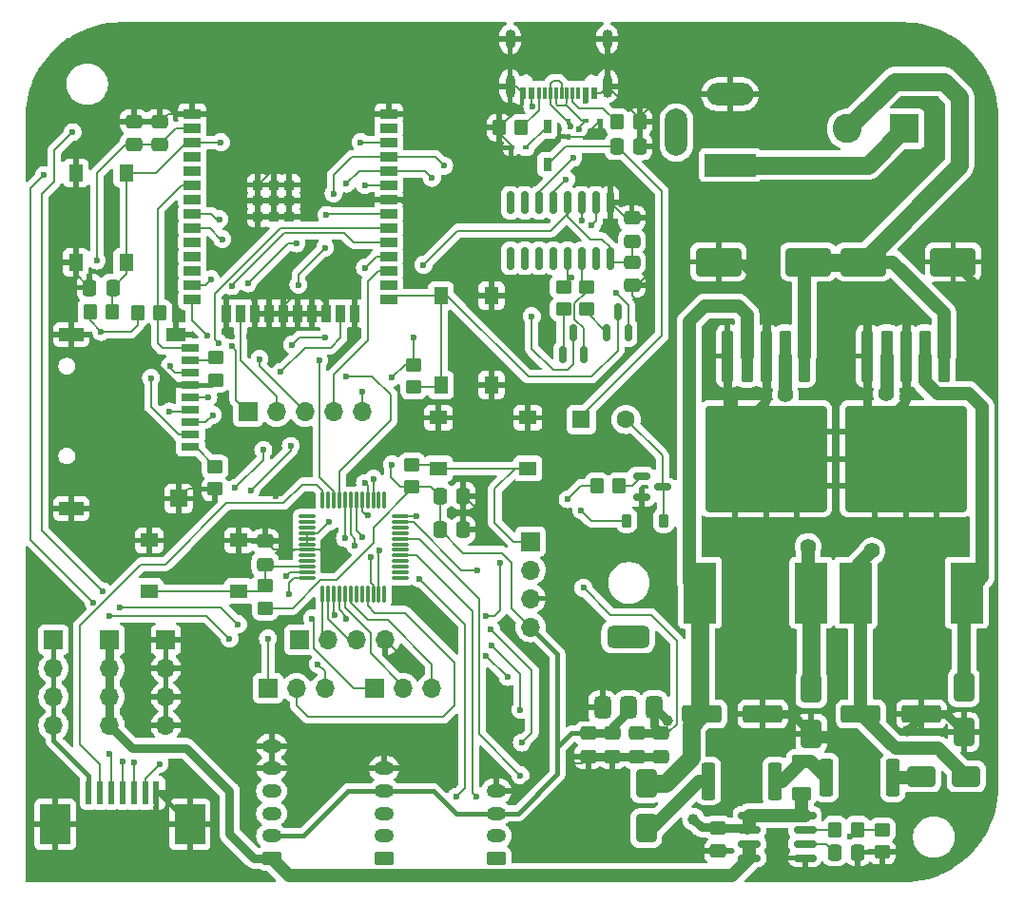
<source format=gbr>
%TF.GenerationSoftware,KiCad,Pcbnew,8.0.2*%
%TF.CreationDate,2025-04-18T13:43:38+02:00*%
%TF.ProjectId,Mini-me-pcb,4d696e69-2d6d-4652-9d70-63622e6b6963,rev?*%
%TF.SameCoordinates,Original*%
%TF.FileFunction,Copper,L1,Top*%
%TF.FilePolarity,Positive*%
%FSLAX46Y46*%
G04 Gerber Fmt 4.6, Leading zero omitted, Abs format (unit mm)*
G04 Created by KiCad (PCBNEW 8.0.2) date 2025-04-18 13:43:38*
%MOMM*%
%LPD*%
G01*
G04 APERTURE LIST*
G04 Aperture macros list*
%AMRoundRect*
0 Rectangle with rounded corners*
0 $1 Rounding radius*
0 $2 $3 $4 $5 $6 $7 $8 $9 X,Y pos of 4 corners*
0 Add a 4 corners polygon primitive as box body*
4,1,4,$2,$3,$4,$5,$6,$7,$8,$9,$2,$3,0*
0 Add four circle primitives for the rounded corners*
1,1,$1+$1,$2,$3*
1,1,$1+$1,$4,$5*
1,1,$1+$1,$6,$7*
1,1,$1+$1,$8,$9*
0 Add four rect primitives between the rounded corners*
20,1,$1+$1,$2,$3,$4,$5,0*
20,1,$1+$1,$4,$5,$6,$7,0*
20,1,$1+$1,$6,$7,$8,$9,0*
20,1,$1+$1,$8,$9,$2,$3,0*%
G04 Aperture macros list end*
%TA.AperFunction,ComponentPad*%
%ADD10R,1.700000X1.700000*%
%TD*%
%TA.AperFunction,ComponentPad*%
%ADD11O,1.700000X1.700000*%
%TD*%
%TA.AperFunction,SMDPad,CuDef*%
%ADD12RoundRect,0.250000X-0.475000X0.337500X-0.475000X-0.337500X0.475000X-0.337500X0.475000X0.337500X0*%
%TD*%
%TA.AperFunction,SMDPad,CuDef*%
%ADD13RoundRect,0.250000X-0.337500X-0.475000X0.337500X-0.475000X0.337500X0.475000X-0.337500X0.475000X0*%
%TD*%
%TA.AperFunction,ComponentPad*%
%ADD14RoundRect,0.250000X0.625000X-0.350000X0.625000X0.350000X-0.625000X0.350000X-0.625000X-0.350000X0*%
%TD*%
%TA.AperFunction,ComponentPad*%
%ADD15O,1.750000X1.200000*%
%TD*%
%TA.AperFunction,SMDPad,CuDef*%
%ADD16R,1.500000X0.900000*%
%TD*%
%TA.AperFunction,SMDPad,CuDef*%
%ADD17R,0.900000X1.500000*%
%TD*%
%TA.AperFunction,SMDPad,CuDef*%
%ADD18R,0.900000X0.900000*%
%TD*%
%TA.AperFunction,ComponentPad*%
%ADD19R,4.600000X2.000000*%
%TD*%
%TA.AperFunction,ComponentPad*%
%ADD20O,4.200000X2.000000*%
%TD*%
%TA.AperFunction,ComponentPad*%
%ADD21O,2.000000X4.200000*%
%TD*%
%TA.AperFunction,SMDPad,CuDef*%
%ADD22RoundRect,0.250000X-0.300000X2.050000X-0.300000X-2.050000X0.300000X-2.050000X0.300000X2.050000X0*%
%TD*%
%TA.AperFunction,SMDPad,CuDef*%
%ADD23RoundRect,0.250000X-2.375000X2.025000X-2.375000X-2.025000X2.375000X-2.025000X2.375000X2.025000X0*%
%TD*%
%TA.AperFunction,SMDPad,CuDef*%
%ADD24RoundRect,0.250002X-5.149998X4.449998X-5.149998X-4.449998X5.149998X-4.449998X5.149998X4.449998X0*%
%TD*%
%TA.AperFunction,SMDPad,CuDef*%
%ADD25RoundRect,0.250000X-0.350000X-0.450000X0.350000X-0.450000X0.350000X0.450000X-0.350000X0.450000X0*%
%TD*%
%TA.AperFunction,SMDPad,CuDef*%
%ADD26RoundRect,0.250000X-0.650000X1.000000X-0.650000X-1.000000X0.650000X-1.000000X0.650000X1.000000X0*%
%TD*%
%TA.AperFunction,SMDPad,CuDef*%
%ADD27RoundRect,0.150000X0.150000X-0.587500X0.150000X0.587500X-0.150000X0.587500X-0.150000X-0.587500X0*%
%TD*%
%TA.AperFunction,SMDPad,CuDef*%
%ADD28RoundRect,0.250000X-0.450000X0.350000X-0.450000X-0.350000X0.450000X-0.350000X0.450000X0.350000X0*%
%TD*%
%TA.AperFunction,SMDPad,CuDef*%
%ADD29RoundRect,0.250000X0.475000X-0.337500X0.475000X0.337500X-0.475000X0.337500X-0.475000X-0.337500X0*%
%TD*%
%TA.AperFunction,SMDPad,CuDef*%
%ADD30RoundRect,0.250000X-0.362500X-1.425000X0.362500X-1.425000X0.362500X1.425000X-0.362500X1.425000X0*%
%TD*%
%TA.AperFunction,SMDPad,CuDef*%
%ADD31RoundRect,0.150000X-0.150000X0.825000X-0.150000X-0.825000X0.150000X-0.825000X0.150000X0.825000X0*%
%TD*%
%TA.AperFunction,ComponentPad*%
%ADD32R,2.600000X2.600000*%
%TD*%
%TA.AperFunction,ComponentPad*%
%ADD33C,2.600000*%
%TD*%
%TA.AperFunction,SMDPad,CuDef*%
%ADD34RoundRect,0.250000X-1.750000X-1.000000X1.750000X-1.000000X1.750000X1.000000X-1.750000X1.000000X0*%
%TD*%
%TA.AperFunction,SMDPad,CuDef*%
%ADD35RoundRect,0.250000X0.350000X0.450000X-0.350000X0.450000X-0.350000X-0.450000X0.350000X-0.450000X0*%
%TD*%
%TA.AperFunction,SMDPad,CuDef*%
%ADD36RoundRect,0.150000X-0.825000X-0.150000X0.825000X-0.150000X0.825000X0.150000X-0.825000X0.150000X0*%
%TD*%
%TA.AperFunction,SMDPad,CuDef*%
%ADD37R,0.610000X2.000000*%
%TD*%
%TA.AperFunction,SMDPad,CuDef*%
%ADD38R,2.680000X3.600000*%
%TD*%
%TA.AperFunction,SMDPad,CuDef*%
%ADD39R,2.900000X5.400000*%
%TD*%
%TA.AperFunction,SMDPad,CuDef*%
%ADD40R,0.480000X0.400000*%
%TD*%
%TA.AperFunction,ComponentPad*%
%ADD41R,1.600000X1.600000*%
%TD*%
%TA.AperFunction,ComponentPad*%
%ADD42C,1.600000*%
%TD*%
%TA.AperFunction,SMDPad,CuDef*%
%ADD43RoundRect,0.250000X0.337500X0.475000X-0.337500X0.475000X-0.337500X-0.475000X0.337500X-0.475000X0*%
%TD*%
%TA.AperFunction,SMDPad,CuDef*%
%ADD44RoundRect,0.250000X-1.500000X-0.550000X1.500000X-0.550000X1.500000X0.550000X-1.500000X0.550000X0*%
%TD*%
%TA.AperFunction,SMDPad,CuDef*%
%ADD45RoundRect,0.250000X-0.625000X0.375000X-0.625000X-0.375000X0.625000X-0.375000X0.625000X0.375000X0*%
%TD*%
%TA.AperFunction,SMDPad,CuDef*%
%ADD46R,0.730000X1.210000*%
%TD*%
%TA.AperFunction,SMDPad,CuDef*%
%ADD47RoundRect,0.375000X0.375000X-0.625000X0.375000X0.625000X-0.375000X0.625000X-0.375000X-0.625000X0*%
%TD*%
%TA.AperFunction,SMDPad,CuDef*%
%ADD48RoundRect,0.500000X1.400000X-0.500000X1.400000X0.500000X-1.400000X0.500000X-1.400000X-0.500000X0*%
%TD*%
%TA.AperFunction,SMDPad,CuDef*%
%ADD49RoundRect,0.250000X-1.000000X-0.650000X1.000000X-0.650000X1.000000X0.650000X-1.000000X0.650000X0*%
%TD*%
%TA.AperFunction,SMDPad,CuDef*%
%ADD50R,1.550000X1.300000*%
%TD*%
%TA.AperFunction,SMDPad,CuDef*%
%ADD51R,1.600000X0.700000*%
%TD*%
%TA.AperFunction,SMDPad,CuDef*%
%ADD52R,1.800000X1.200000*%
%TD*%
%TA.AperFunction,SMDPad,CuDef*%
%ADD53R,1.500000X1.600000*%
%TD*%
%TA.AperFunction,SMDPad,CuDef*%
%ADD54R,2.200000X1.200000*%
%TD*%
%TA.AperFunction,SMDPad,CuDef*%
%ADD55RoundRect,0.250000X0.650000X-1.000000X0.650000X1.000000X-0.650000X1.000000X-0.650000X-1.000000X0*%
%TD*%
%TA.AperFunction,SMDPad,CuDef*%
%ADD56R,1.300000X1.550000*%
%TD*%
%TA.AperFunction,SMDPad,CuDef*%
%ADD57R,0.600000X1.140000*%
%TD*%
%TA.AperFunction,SMDPad,CuDef*%
%ADD58R,0.300000X1.140000*%
%TD*%
%TA.AperFunction,ComponentPad*%
%ADD59O,0.900000X2.000000*%
%TD*%
%TA.AperFunction,ComponentPad*%
%ADD60O,0.900000X1.700000*%
%TD*%
%TA.AperFunction,SMDPad,CuDef*%
%ADD61RoundRect,0.250000X1.750000X1.000000X-1.750000X1.000000X-1.750000X-1.000000X1.750000X-1.000000X0*%
%TD*%
%TA.AperFunction,SMDPad,CuDef*%
%ADD62RoundRect,0.225000X-0.225000X-0.375000X0.225000X-0.375000X0.225000X0.375000X-0.225000X0.375000X0*%
%TD*%
%TA.AperFunction,SMDPad,CuDef*%
%ADD63RoundRect,0.075000X-0.662500X-0.075000X0.662500X-0.075000X0.662500X0.075000X-0.662500X0.075000X0*%
%TD*%
%TA.AperFunction,SMDPad,CuDef*%
%ADD64RoundRect,0.075000X-0.075000X-0.662500X0.075000X-0.662500X0.075000X0.662500X-0.075000X0.662500X0*%
%TD*%
%TA.AperFunction,SMDPad,CuDef*%
%ADD65RoundRect,0.250000X0.450000X-0.350000X0.450000X0.350000X-0.450000X0.350000X-0.450000X-0.350000X0*%
%TD*%
%TA.AperFunction,SMDPad,CuDef*%
%ADD66RoundRect,0.250000X0.362500X1.425000X-0.362500X1.425000X-0.362500X-1.425000X0.362500X-1.425000X0*%
%TD*%
%TA.AperFunction,SMDPad,CuDef*%
%ADD67R,0.400000X0.480000*%
%TD*%
%TA.AperFunction,SMDPad,CuDef*%
%ADD68RoundRect,0.150000X-0.587500X-0.150000X0.587500X-0.150000X0.587500X0.150000X-0.587500X0.150000X0*%
%TD*%
%TA.AperFunction,ViaPad*%
%ADD69C,0.600000*%
%TD*%
%TA.AperFunction,ViaPad*%
%ADD70C,1.000000*%
%TD*%
%TA.AperFunction,ViaPad*%
%ADD71C,1.400000*%
%TD*%
%TA.AperFunction,Conductor*%
%ADD72C,0.200000*%
%TD*%
%TA.AperFunction,Conductor*%
%ADD73C,0.800000*%
%TD*%
%TA.AperFunction,Conductor*%
%ADD74C,0.400000*%
%TD*%
%TA.AperFunction,Conductor*%
%ADD75C,1.200000*%
%TD*%
%TA.AperFunction,Conductor*%
%ADD76C,1.600000*%
%TD*%
G04 APERTURE END LIST*
D10*
%TO.P,J16,1,Pin_1*%
%TO.N,ESP_GPIO12*%
X142240000Y-68707000D03*
D11*
%TO.P,J16,2,Pin_2*%
%TO.N,ESP_GPIO13*%
X144780000Y-68707000D03*
%TO.P,J16,3,Pin_3*%
%TO.N,ESP_GPIO14*%
X147320000Y-68707000D03*
%TO.P,J16,4,Pin_4*%
%TO.N,ESP_GPIO16*%
X149860000Y-68707000D03*
%TO.P,J16,5,Pin_5*%
%TO.N,ESP_GPIO17*%
X152400000Y-68707000D03*
%TD*%
D12*
%TO.P,C1,1*%
%TO.N,GND*%
X176413000Y-51452500D03*
%TO.P,C1,2*%
%TO.N,+3.3V*%
X176413000Y-53527500D03*
%TD*%
D10*
%TO.P,J14,1,Pin_1*%
%TO.N,+3.3V*%
X124921000Y-89037000D03*
D11*
%TO.P,J14,2,Pin_2*%
X124921000Y-91577000D03*
%TO.P,J14,3,Pin_3*%
X124921000Y-94117000D03*
%TO.P,J14,4,Pin_4*%
X124921000Y-96657000D03*
%TD*%
D13*
%TO.P,C19,1*%
%TO.N,+3.3V*%
X159315500Y-79231000D03*
%TO.P,C19,2*%
%TO.N,GND*%
X161390500Y-79231000D03*
%TD*%
D10*
%TO.P,J13,1,Pin_1*%
%TO.N,5Vout*%
X129921000Y-89037000D03*
D11*
%TO.P,J13,2,Pin_2*%
X129921000Y-91577000D03*
%TO.P,J13,3,Pin_3*%
X129921000Y-94117000D03*
%TO.P,J13,4,Pin_4*%
X129921000Y-96657000D03*
%TD*%
D14*
%TO.P,J12,1,Pin_1*%
%TO.N,I2C1_SDA*%
X164338000Y-108489000D03*
D15*
%TO.P,J12,2,Pin_2*%
%TO.N,I2C1_SCL*%
X164338000Y-106489000D03*
%TO.P,J12,3,Pin_3*%
%TO.N,+3.3V*%
X164338000Y-104489000D03*
%TO.P,J12,4,Pin_4*%
%TO.N,GND*%
X164338000Y-102489000D03*
%TD*%
D16*
%TO.P,IC1,1,GND*%
%TO.N,GND*%
X137273000Y-42191000D03*
%TO.P,IC1,2,3V3*%
%TO.N,+3.3V*%
X137273000Y-43461000D03*
%TO.P,IC1,3,EN*%
%TO.N,EN_ESP*%
X137273000Y-44731000D03*
%TO.P,IC1,4,SENSOR_VP*%
%TO.N,unconnected-(IC1-SENSOR_VP-Pad4)*%
X137273000Y-46001000D03*
%TO.P,IC1,5,SENSOR_VN*%
%TO.N,unconnected-(IC1-SENSOR_VN-Pad5)*%
X137273000Y-47271000D03*
%TO.P,IC1,6,IO34*%
%TO.N,SW-1*%
X137273000Y-48541000D03*
%TO.P,IC1,7,IO35*%
%TO.N,unconnected-(IC1-IO35-Pad7)*%
X137273000Y-49811000D03*
%TO.P,IC1,8,IO32*%
%TO.N,TX->STM*%
X137273000Y-51081000D03*
%TO.P,IC1,9,IO33*%
%TO.N,RX->STM*%
X137273000Y-52351000D03*
%TO.P,IC1,10,IO25*%
%TO.N,unconnected-(IC1-IO25-Pad10)*%
X137273000Y-53621000D03*
%TO.P,IC1,11,IO26*%
%TO.N,unconnected-(IC1-IO26-Pad11)*%
X137273000Y-54891000D03*
%TO.P,IC1,12,IO27*%
%TO.N,unconnected-(IC1-IO27-Pad12)*%
X137273000Y-56161000D03*
%TO.P,IC1,13,IO14*%
%TO.N,ESP_GPIO14*%
X137273000Y-57431000D03*
%TO.P,IC1,14,IO12*%
%TO.N,ESP_GPIO12*%
X137273000Y-58701000D03*
D17*
%TO.P,IC1,15,GND*%
%TO.N,GND*%
X140308000Y-59951000D03*
%TO.P,IC1,16,IO13*%
%TO.N,ESP_GPIO13*%
X141578000Y-59951000D03*
%TO.P,IC1,17,NC*%
%TO.N,GND*%
X142848000Y-59951000D03*
%TO.P,IC1,18,NC*%
X144118000Y-59951000D03*
%TO.P,IC1,19,NC*%
X145388000Y-59951000D03*
%TO.P,IC1,20,NC*%
X146658000Y-59951000D03*
%TO.P,IC1,21,NC*%
X147928000Y-59951000D03*
%TO.P,IC1,22,NC*%
X149198000Y-59951000D03*
%TO.P,IC1,23,IO15*%
%TO.N,MOSI_SD*%
X150468000Y-59951000D03*
%TO.P,IC1,24,IO2*%
%TO.N,GND*%
X151738000Y-59951000D03*
D16*
%TO.P,IC1,25,IO0*%
%TO.N,BOOT_ESP*%
X154773000Y-58701000D03*
%TO.P,IC1,26,IO4*%
%TO.N,unconnected-(IC1-IO4-Pad26)*%
X154773000Y-57431000D03*
%TO.P,IC1,27,IO16*%
%TO.N,ESP_GPIO16*%
X154773000Y-56161000D03*
%TO.P,IC1,28,IO17*%
%TO.N,ESP_GPIO17*%
X154773000Y-54891000D03*
%TO.P,IC1,29,IO5*%
%TO.N,CS_SD*%
X154773000Y-53621000D03*
%TO.P,IC1,30,IO18*%
%TO.N,SCK_SD*%
X154773000Y-52351000D03*
%TO.P,IC1,31,IO19*%
%TO.N,MISO_SD*%
X154773000Y-51081000D03*
%TO.P,IC1,32,NC*%
%TO.N,GND*%
X154773000Y-49811000D03*
%TO.P,IC1,33,IO21*%
%TO.N,I2C2_SDA*%
X154773000Y-48541000D03*
%TO.P,IC1,34,RXD0*%
%TO.N,RX*%
X154773000Y-47271000D03*
%TO.P,IC1,35,TXD0*%
%TO.N,TX*%
X154773000Y-46001000D03*
%TO.P,IC1,36,IO22*%
%TO.N,I2C2_SCL*%
X154773000Y-44731000D03*
%TO.P,IC1,37,IO23*%
%TO.N,unconnected-(IC1-IO23-Pad37)*%
X154773000Y-43461000D03*
%TO.P,IC1,38,GND*%
%TO.N,GND*%
X154773000Y-42191000D03*
D18*
%TO.P,IC1,39,GND*%
X143123000Y-48511000D03*
%TO.P,IC1,40,GND*%
X143123000Y-49911000D03*
%TO.P,IC1,41,GND*%
X143123000Y-51311000D03*
%TO.P,IC1,42,GND*%
X144523000Y-51311000D03*
%TO.P,IC1,43,GND*%
X145923000Y-51311000D03*
%TO.P,IC1,44,GND*%
X145923000Y-49911000D03*
%TO.P,IC1,45,GND*%
X145923000Y-48511000D03*
%TO.P,IC1,46,GND*%
X144523000Y-48511000D03*
%TO.P,IC1,47,GND*%
X144523000Y-49911000D03*
%TD*%
D12*
%TO.P,C5,1*%
%TO.N,+5V*%
X184088000Y-105769500D03*
%TO.P,C5,2*%
%TO.N,GND*%
X184088000Y-107844500D03*
%TD*%
D19*
%TO.P,J2,1*%
%TO.N,Net-(J3-Pin_1)*%
X185166000Y-46736000D03*
D20*
%TO.P,J2,2*%
%TO.N,GND*%
X185166000Y-40436000D03*
D21*
%TO.P,J2,3*%
%TO.N,N/C*%
X180366000Y-43836000D03*
%TD*%
D12*
%TO.P,C9,1*%
%TO.N,+5V*%
X176841000Y-97362500D03*
%TO.P,C9,2*%
%TO.N,GND*%
X176841000Y-99437500D03*
%TD*%
D22*
%TO.P,U4,1,VIN*%
%TO.N,Net-(J3-Pin_2)*%
X204201000Y-63754000D03*
%TO.P,U4,2,OUT*%
%TO.N,Net-(D5-K)*%
X202501000Y-63754000D03*
%TO.P,U4,3,GND*%
%TO.N,GND*%
X200801000Y-63754000D03*
D23*
X203576000Y-70479000D03*
X198026000Y-70479000D03*
D24*
X200801000Y-72904000D03*
D23*
X203576000Y-75329000D03*
X198026000Y-75329000D03*
D22*
%TO.P,U4,4,FB*%
%TO.N,Net-(D9-A)*%
X199101000Y-63754000D03*
%TO.P,U4,5,~{ON}/OFF*%
%TO.N,GND*%
X197401000Y-63754000D03*
%TD*%
D25*
%TO.P,R2,1*%
%TO.N,+3.3V*%
X128159000Y-59817000D03*
%TO.P,R2,2*%
%TO.N,EN_ESP*%
X130159000Y-59817000D03*
%TD*%
D26*
%TO.P,D6,1,K*%
%TO.N,Net-(D6-K)*%
X192390000Y-93377000D03*
%TO.P,D6,2,A*%
%TO.N,GND*%
X192390000Y-97377000D03*
%TD*%
D27*
%TO.P,Q2,1,B*%
%TO.N,Net-(Q2-B)*%
X174193000Y-61682500D03*
%TO.P,Q2,2,E*%
%TO.N,Net-(Q2-E)*%
X176093000Y-61682500D03*
%TO.P,Q2,3,C*%
%TO.N,BOOT_ESP*%
X175143000Y-59807500D03*
%TD*%
D28*
%TO.P,R6,1*%
%TO.N,Net-(Q1-E)*%
X172349000Y-57586000D03*
%TO.P,R6,2*%
%TO.N,Net-(Q2-B)*%
X172349000Y-59586000D03*
%TD*%
D10*
%TO.P,J8,1,Pin_1*%
%TO.N,SWCLK*%
X167386000Y-80264000D03*
D11*
%TO.P,J8,2,Pin_2*%
%TO.N,SWDIO*%
X167386000Y-82804000D03*
%TO.P,J8,3,Pin_3*%
%TO.N,GND*%
X167386000Y-85344000D03*
%TO.P,J8,4,Pin_4*%
%TO.N,+3.3V*%
X167386000Y-87884000D03*
%TD*%
D25*
%TO.P,R1,1*%
%TO.N,Net-(J1-CC1)*%
X175121000Y-42914500D03*
%TO.P,R1,2*%
%TO.N,GND*%
X177121000Y-42914500D03*
%TD*%
D29*
%TO.P,C13,1*%
%TO.N,+3.3V*%
X132067000Y-44926500D03*
%TO.P,C13,2*%
%TO.N,GND*%
X132067000Y-42851500D03*
%TD*%
D12*
%TO.P,C4,1*%
%TO.N,+3.3V*%
X176413000Y-55389500D03*
%TO.P,C4,2*%
%TO.N,GND*%
X176413000Y-57464500D03*
%TD*%
D30*
%TO.P,R15,1*%
%TO.N,Net-(D7-K)*%
X183237500Y-101600000D03*
%TO.P,R15,2*%
%TO.N,Net-(F1-Pad1)*%
X189162500Y-101600000D03*
%TD*%
D31*
%TO.P,U1,1,GND*%
%TO.N,GND*%
X174498000Y-50103000D03*
%TO.P,U1,2,TXD*%
%TO.N,RX*%
X173228000Y-50103000D03*
%TO.P,U1,3,RXD*%
%TO.N,TX*%
X171958000Y-50103000D03*
%TO.P,U1,4,V3*%
%TO.N,+3.3V*%
X170688000Y-50103000D03*
%TO.P,U1,5,UD+*%
%TO.N,D+*%
X169418000Y-50103000D03*
%TO.P,U1,6,UD-*%
%TO.N,D-*%
X168148000Y-50103000D03*
%TO.P,U1,7,NC*%
%TO.N,unconnected-(U1-NC-Pad7)*%
X166878000Y-50103000D03*
%TO.P,U1,8,~{OUT}/~{DTR}*%
%TO.N,unconnected-(U1-~{OUT}{slash}~{DTR}-Pad8)*%
X165608000Y-50103000D03*
%TO.P,U1,9,~{CTS}*%
%TO.N,unconnected-(U1-~{CTS}-Pad9)*%
X165608000Y-55053000D03*
%TO.P,U1,10,~{DSR}*%
%TO.N,unconnected-(U1-~{DSR}-Pad10)*%
X166878000Y-55053000D03*
%TO.P,U1,11,~{RI}*%
%TO.N,unconnected-(U1-~{RI}-Pad11)*%
X168148000Y-55053000D03*
%TO.P,U1,12,~{DCD}*%
%TO.N,unconnected-(U1-~{DCD}-Pad12)*%
X169418000Y-55053000D03*
%TO.P,U1,13,~{DTR}*%
%TO.N,Net-(Q2-E)*%
X170688000Y-55053000D03*
%TO.P,U1,14,~{RTS}*%
%TO.N,Net-(Q1-E)*%
X171958000Y-55053000D03*
%TO.P,U1,15,R232*%
%TO.N,unconnected-(U1-R232-Pad15)*%
X173228000Y-55053000D03*
%TO.P,U1,16,VCC*%
%TO.N,+3.3V*%
X174498000Y-55053000D03*
%TD*%
D32*
%TO.P,J3,1,Pin_1*%
%TO.N,Net-(J3-Pin_1)*%
X200665000Y-43510000D03*
D33*
%TO.P,J3,2,Pin_2*%
%TO.N,Net-(J3-Pin_2)*%
X195585000Y-43510000D03*
%TD*%
D34*
%TO.P,C11,1*%
%TO.N,Net-(J3-Pin_2)*%
X197026000Y-55372000D03*
%TO.P,C11,2*%
%TO.N,GND*%
X205026000Y-55372000D03*
%TD*%
D35*
%TO.P,R4,1*%
%TO.N,Net-(J1-CC2)*%
X166580000Y-43422500D03*
%TO.P,R4,2*%
%TO.N,GND*%
X164580000Y-43422500D03*
%TD*%
D36*
%TO.P,U2,1,IP+*%
%TO.N,+5V*%
X186882000Y-104648000D03*
%TO.P,U2,2,IP+*%
X186882000Y-105918000D03*
%TO.P,U2,3,IP-*%
%TO.N,5Vout*%
X186882000Y-107188000D03*
%TO.P,U2,4,IP-*%
X186882000Y-108458000D03*
%TO.P,U2,5,GND*%
%TO.N,GND*%
X191832000Y-108458000D03*
%TO.P,U2,6,FILTER*%
%TO.N,Net-(U2-FILTER)*%
X191832000Y-107188000D03*
%TO.P,U2,7,VIOUT*%
%TO.N,Net-(U2-VIOUT)*%
X191832000Y-105918000D03*
%TO.P,U2,8,VCC*%
%TO.N,+5V*%
X191832000Y-104648000D03*
%TD*%
D37*
%TO.P,J11,1,1*%
%TO.N,+3.3V*%
X128064000Y-102649000D03*
%TO.P,J11,2,2*%
%TO.N,LED1*%
X129064000Y-102649000D03*
%TO.P,J11,3,3*%
%TO.N,LED2*%
X130064000Y-102649000D03*
%TO.P,J11,4,4*%
%TO.N,LED3*%
X131064000Y-102649000D03*
%TO.P,J11,5,5*%
%TO.N,RX*%
X132064000Y-102649000D03*
%TO.P,J11,6,6*%
%TO.N,TX*%
X133064000Y-102649000D03*
%TO.P,J11,7,7*%
%TO.N,GND*%
X134064000Y-102649000D03*
D38*
%TO.P,J11,S1,SHIELD*%
X125074000Y-105449000D03*
%TO.P,J11,S2,SHIELD*%
X137054000Y-105449000D03*
%TD*%
D29*
%TO.P,C3,1*%
%TO.N,EN_STM*%
X143764000Y-82317500D03*
%TO.P,C3,2*%
%TO.N,GND*%
X143764000Y-80242500D03*
%TD*%
D12*
%TO.P,C15,1*%
%TO.N,+3.3V*%
X174682000Y-97362500D03*
%TO.P,C15,2*%
%TO.N,GND*%
X174682000Y-99437500D03*
%TD*%
D39*
%TO.P,L1,1,1*%
%TO.N,Net-(D5-K)*%
X206230000Y-84836000D03*
%TO.P,L1,2,2*%
%TO.N,Net-(D9-A)*%
X196330000Y-84836000D03*
%TD*%
D40*
%TO.P,D2,1*%
%TO.N,GND*%
X165682000Y-45200500D03*
%TO.P,D2,2*%
%TO.N,Net-(D1-PadA)*%
X167002000Y-45200500D03*
%TD*%
D13*
%TO.P,C7,1*%
%TO.N,+5V*%
X175083500Y-45073500D03*
%TO.P,C7,2*%
%TO.N,GND*%
X177158500Y-45073500D03*
%TD*%
D39*
%TO.P,L2,1,1*%
%TO.N,Net-(D6-K)*%
X192387000Y-84836000D03*
%TO.P,L2,2,2*%
%TO.N,Net-(D7-A)*%
X182487000Y-84836000D03*
%TD*%
D10*
%TO.P,J5,1,Pin_1*%
%TO.N,SPI1_SCK*%
X153543000Y-93345000D03*
D11*
%TO.P,J5,2,Pin_2*%
%TO.N,SPI1_MISO*%
X156083000Y-93345000D03*
%TO.P,J5,3,Pin_3*%
%TO.N,SPI1_MOSI*%
X158623000Y-93345000D03*
%TD*%
D41*
%TO.P,BZ1,1,-*%
%TO.N,+5V*%
X171900000Y-69400000D03*
D42*
%TO.P,BZ1,2,+*%
%TO.N,Net-(BZ1-+)*%
X175900000Y-69400000D03*
%TD*%
D13*
%TO.P,C6,1*%
%TO.N,Net-(U2-FILTER)*%
X194480500Y-107950000D03*
%TO.P,C6,2*%
%TO.N,GND*%
X196555500Y-107950000D03*
%TD*%
D43*
%TO.P,C2,1*%
%TO.N,EN_ESP*%
X130196500Y-57658000D03*
%TO.P,C2,2*%
%TO.N,GND*%
X128121500Y-57658000D03*
%TD*%
D29*
%TO.P,C10,1*%
%TO.N,+3.3V*%
X134353000Y-44926500D03*
%TO.P,C10,2*%
%TO.N,GND*%
X134353000Y-42851500D03*
%TD*%
D26*
%TO.P,D5,1,K*%
%TO.N,Net-(D5-K)*%
X205979000Y-93250000D03*
%TO.P,D5,2,A*%
%TO.N,GND*%
X205979000Y-97250000D03*
%TD*%
D44*
%TO.P,C17,1*%
%TO.N,Net-(D7-A)*%
X182672000Y-95631000D03*
%TO.P,C17,2*%
%TO.N,GND*%
X188072000Y-95631000D03*
%TD*%
D45*
%TO.P,F1,1*%
%TO.N,Net-(F1-Pad1)*%
X191500000Y-99900000D03*
%TO.P,F1,2*%
%TO.N,+5V*%
X191500000Y-102700000D03*
%TD*%
D46*
%TO.P,D1,A*%
%TO.N,Net-(D1-PadA)*%
X168882000Y-43327500D03*
%TO.P,D1,C*%
%TO.N,+5V*%
X168882000Y-46687500D03*
%TD*%
D14*
%TO.P,J9,1,Pin_1*%
%TO.N,ENCODER_A*%
X154338000Y-108489000D03*
D15*
%TO.P,J9,2,Pin_2*%
%TO.N,ENCODER_B*%
X154338000Y-106489000D03*
%TO.P,J9,3,Pin_3*%
%TO.N,ENCODER_SW*%
X154338000Y-104489000D03*
%TO.P,J9,4,Pin_4*%
%TO.N,+3.3V*%
X154338000Y-102489000D03*
%TO.P,J9,5,Pin_5*%
%TO.N,GND*%
X154338000Y-100489000D03*
%TD*%
D10*
%TO.P,J6,1,Pin_1*%
%TO.N,SPI2_SCK*%
X144018000Y-93345000D03*
D11*
%TO.P,J6,2,Pin_2*%
%TO.N,SPI2_MISO*%
X146558000Y-93345000D03*
%TO.P,J6,3,Pin_3*%
%TO.N,SPI2_MOSI*%
X149098000Y-93345000D03*
%TD*%
D28*
%TO.P,R5,1*%
%TO.N,Net-(Q2-E)*%
X170317000Y-57586000D03*
%TO.P,R5,2*%
%TO.N,Net-(Q1-B)*%
X170317000Y-59586000D03*
%TD*%
D14*
%TO.P,J10,1,Pin_1*%
%TO.N,5Vout*%
X144338000Y-108489000D03*
D15*
%TO.P,J10,2,Pin_2*%
%TO.N,+3.3V*%
X144338000Y-106489000D03*
%TO.P,J10,3,Pin_3*%
%TO.N,I2C2_SDA*%
X144338000Y-104489000D03*
%TO.P,J10,4,Pin_4*%
%TO.N,I2C2_SCL*%
X144338000Y-102489000D03*
%TO.P,J10,5,Pin_5*%
%TO.N,GND*%
X144338000Y-100489000D03*
%TO.P,J10,6,Pin_6*%
X144338000Y-98489000D03*
%TD*%
D47*
%TO.P,U3,1,GND/ADJ*%
%TO.N,GND*%
X173800000Y-95050000D03*
%TO.P,U3,2,VOUT*%
%TO.N,+3.3V*%
X176100000Y-95050000D03*
%TO.P,U3,3,VIN*%
%TO.N,+5V*%
X178400000Y-95050000D03*
D48*
%TO.P,U3,4*%
%TO.N,N/C*%
X176100000Y-88750000D03*
%TD*%
D49*
%TO.P,D9,1,K*%
%TO.N,Net-(D9-K)*%
X202200000Y-101200000D03*
%TO.P,D9,2,A*%
%TO.N,Net-(D9-A)*%
X206200000Y-101200000D03*
%TD*%
D40*
%TO.P,D3,1*%
%TO.N,GND*%
X173606000Y-42787500D03*
%TO.P,D3,2*%
%TO.N,D-*%
X172286000Y-42787500D03*
%TD*%
D13*
%TO.P,C18,1*%
%TO.N,+3.3V*%
X159315500Y-76221000D03*
%TO.P,C18,2*%
%TO.N,GND*%
X161390500Y-76221000D03*
%TD*%
D50*
%TO.P,SW2,1,A*%
%TO.N,GND*%
X133434000Y-80173000D03*
X141394000Y-80173000D03*
%TO.P,SW2,2,B*%
%TO.N,EN_STM*%
X133434000Y-84673000D03*
X141394000Y-84673000D03*
%TD*%
D51*
%TO.P,J18,1,DAT2*%
%TO.N,Net-(J18-DAT2)*%
X137100000Y-71850000D03*
%TO.P,J18,2,CD/DAT3*%
%TO.N,CS_SD*%
X137100000Y-70750000D03*
%TO.P,J18,3,CMD*%
%TO.N,MOSI_SD*%
X137100000Y-69650000D03*
%TO.P,J18,4,VDD*%
%TO.N,+3.3V*%
X137100000Y-68550000D03*
%TO.P,J18,5,CLK*%
%TO.N,SCK_SD*%
X137100000Y-67450000D03*
%TO.P,J18,6,VSS*%
%TO.N,GND*%
X137100000Y-66350000D03*
%TO.P,J18,7,DAT0*%
%TO.N,MISO_SD*%
X137100000Y-65250000D03*
%TO.P,J18,8,DAT1*%
%TO.N,Net-(J18-DAT1)*%
X137100000Y-64150000D03*
%TO.P,J18,CD,CD*%
%TO.N,SW-1*%
X137100000Y-63050000D03*
D52*
%TO.P,J18,G1,COVER_GND*%
%TO.N,GND*%
X135800000Y-61850000D03*
D53*
%TO.P,J18,G2,COVER_GND*%
X136050000Y-76450000D03*
D54*
%TO.P,J18,G3,COVER_GND*%
X126500000Y-61850000D03*
%TO.P,J18,G4,COVER_GND*%
X126500000Y-77350000D03*
%TD*%
D50*
%TO.P,SW3,1,A*%
%TO.N,GND*%
X159215000Y-69251000D03*
X167175000Y-69251000D03*
%TO.P,SW3,2,B*%
%TO.N,SWCLK*%
X159215000Y-73751000D03*
X167175000Y-73751000D03*
%TD*%
D55*
%TO.P,D7,1,K*%
%TO.N,Net-(D7-K)*%
X177700000Y-105800000D03*
%TO.P,D7,2,A*%
%TO.N,Net-(D7-A)*%
X177700000Y-101800000D03*
%TD*%
D12*
%TO.P,C8,1*%
%TO.N,+5V*%
X179000000Y-97362500D03*
%TO.P,C8,2*%
%TO.N,GND*%
X179000000Y-99437500D03*
%TD*%
D56*
%TO.P,SW5,1,A*%
%TO.N,GND*%
X163921000Y-58377000D03*
X163921000Y-66337000D03*
%TO.P,SW5,2,B*%
%TO.N,BOOT_ESP*%
X159421000Y-58377000D03*
X159421000Y-66337000D03*
%TD*%
D57*
%TO.P,J1,A1_B12,GND*%
%TO.N,GND*%
X173098000Y-40298500D03*
%TO.P,J1,A4_B9,VBUS*%
%TO.N,Net-(D1-PadA)*%
X172298000Y-40298500D03*
D58*
%TO.P,J1,A5,CC1*%
%TO.N,Net-(J1-CC1)*%
X171148000Y-40298500D03*
%TO.P,J1,A6,DP1*%
%TO.N,D+*%
X170148000Y-40298500D03*
%TO.P,J1,A7,DN1*%
%TO.N,D-*%
X169648000Y-40298500D03*
%TO.P,J1,A8,SBU1*%
%TO.N,unconnected-(J1-SBU1-PadA8)*%
X168648000Y-40298500D03*
D57*
%TO.P,J1,B1_A12,GND*%
%TO.N,GND*%
X166698000Y-40298500D03*
%TO.P,J1,B4_A9,VBUS*%
%TO.N,Net-(D1-PadA)*%
X167498000Y-40298500D03*
D58*
%TO.P,J1,B5,CC2*%
%TO.N,Net-(J1-CC2)*%
X168148000Y-40298500D03*
%TO.P,J1,B6,DP2*%
%TO.N,D+*%
X169148000Y-40298500D03*
%TO.P,J1,B7,DN2*%
%TO.N,D-*%
X170648000Y-40298500D03*
%TO.P,J1,B8,SBU2*%
%TO.N,unconnected-(J1-SBU2-PadB8)*%
X171648000Y-40298500D03*
D59*
%TO.P,J1,S1,SHIELD*%
%TO.N,GND*%
X174223000Y-39718500D03*
%TO.P,J1,S2,SHIELD*%
X165573000Y-39718500D03*
D60*
%TO.P,J1,S3,SHIELD*%
X174223000Y-35548500D03*
%TO.P,J1,S4,SHIELD*%
X165573000Y-35548500D03*
%TD*%
D61*
%TO.P,C12,1*%
%TO.N,Net-(J3-Pin_2)*%
X192122500Y-55372000D03*
%TO.P,C12,2*%
%TO.N,GND*%
X184122500Y-55372000D03*
%TD*%
D28*
%TO.P,R9,1*%
%TO.N,+3.3V*%
X156972000Y-64532000D03*
%TO.P,R9,2*%
%TO.N,BOOT_ESP*%
X156972000Y-66532000D03*
%TD*%
%TO.P,R8,1*%
%TO.N,STROOMSENSOR*%
X198693000Y-105934000D03*
%TO.P,R8,2*%
%TO.N,GND*%
X198693000Y-107934000D03*
%TD*%
D62*
%TO.P,D8,1,K*%
%TO.N,+5V*%
X175950000Y-78400000D03*
%TO.P,D8,2,A*%
%TO.N,Net-(BZ1-+)*%
X179250000Y-78400000D03*
%TD*%
D12*
%TO.P,C14,1*%
%TO.N,+3.3V*%
X172523000Y-97362500D03*
%TO.P,C14,2*%
%TO.N,GND*%
X172523000Y-99437500D03*
%TD*%
D27*
%TO.P,Q1,1,B*%
%TO.N,Net-(Q1-B)*%
X170256000Y-63587500D03*
%TO.P,Q1,2,E*%
%TO.N,Net-(Q1-E)*%
X172156000Y-63587500D03*
%TO.P,Q1,3,C*%
%TO.N,EN_ESP*%
X171206000Y-61712500D03*
%TD*%
D63*
%TO.P,U6,1,PC13*%
%TO.N,unconnected-(U6-PC13-Pad1)*%
X147475500Y-78022000D03*
%TO.P,U6,2,PC14*%
%TO.N,unconnected-(U6-PC14-Pad2)*%
X147475500Y-78522000D03*
%TO.P,U6,3,PC15*%
%TO.N,unconnected-(U6-PC15-Pad3)*%
X147475500Y-79022000D03*
%TO.P,U6,4,VBAT*%
%TO.N,+3.3V*%
X147475500Y-79522000D03*
%TO.P,U6,5,VREF+*%
X147475500Y-80022000D03*
%TO.P,U6,6,VDD*%
X147475500Y-80522000D03*
%TO.P,U6,7,VSS*%
%TO.N,GND*%
X147475500Y-81022000D03*
%TO.P,U6,8,PF0*%
%TO.N,unconnected-(U6-PF0-Pad8)*%
X147475500Y-81522000D03*
%TO.P,U6,9,PF1*%
%TO.N,unconnected-(U6-PF1-Pad9)*%
X147475500Y-82022000D03*
%TO.P,U6,10,NRST*%
%TO.N,EN_STM*%
X147475500Y-82522000D03*
%TO.P,U6,11,PA0*%
%TO.N,SPI2_SCK*%
X147475500Y-83022000D03*
%TO.P,U6,12,PA1*%
%TO.N,SPI1_SCK*%
X147475500Y-83522000D03*
D64*
%TO.P,U6,13,PA2*%
%TO.N,USART2_RX*%
X148888000Y-84934500D03*
%TO.P,U6,14,PA3*%
%TO.N,USART2_TX*%
X149388000Y-84934500D03*
%TO.P,U6,15,PA4*%
%TO.N,SPI2_MOSI*%
X149888000Y-84934500D03*
%TO.P,U6,16,PA5*%
%TO.N,STROOMSENSOR*%
X150388000Y-84934500D03*
%TO.P,U6,17,PA6*%
%TO.N,SPI1_MISO*%
X150888000Y-84934500D03*
%TO.P,U6,18,PA7*%
%TO.N,SPI1_MOSI*%
X151388000Y-84934500D03*
%TO.P,U6,19,PB0*%
%TO.N,unconnected-(U6-PB0-Pad19)*%
X151888000Y-84934500D03*
%TO.P,U6,20,PB1*%
%TO.N,unconnected-(U6-PB1-Pad20)*%
X152388000Y-84934500D03*
%TO.P,U6,21,PB2*%
%TO.N,SPI2_MISO*%
X152888000Y-84934500D03*
%TO.P,U6,22,PB10*%
%TO.N,I2C2_SCL*%
X153388000Y-84934500D03*
%TO.P,U6,23,PB11*%
%TO.N,I2C2_SDA*%
X153888000Y-84934500D03*
%TO.P,U6,24,PB12*%
%TO.N,unconnected-(U6-PB12-Pad24)*%
X154388000Y-84934500D03*
D63*
%TO.P,U6,25,PB13*%
%TO.N,unconnected-(U6-PB13-Pad25)*%
X155800500Y-83522000D03*
%TO.P,U6,26,PB14*%
%TO.N,unconnected-(U6-PB14-Pad26)*%
X155800500Y-83022000D03*
%TO.P,U6,27,PB15*%
%TO.N,unconnected-(U6-PB15-Pad27)*%
X155800500Y-82522000D03*
%TO.P,U6,28,PA8*%
%TO.N,unconnected-(U6-PA8-Pad28)*%
X155800500Y-82022000D03*
%TO.P,U6,29,PA9/NC*%
%TO.N,I2C1_SCL*%
X155800500Y-81522000D03*
%TO.P,U6,30,PC6*%
%TO.N,unconnected-(U6-PC6-Pad30)*%
X155800500Y-81022000D03*
%TO.P,U6,31,PC7*%
%TO.N,unconnected-(U6-PC7-Pad31)*%
X155800500Y-80522000D03*
%TO.P,U6,32,PA10/NC*%
%TO.N,I2C1_SDA*%
X155800500Y-80022000D03*
%TO.P,U6,33,PA11/PA9*%
%TO.N,unconnected-(U6-PA11{slash}PA9-Pad33)*%
X155800500Y-79522000D03*
%TO.P,U6,34,PA12/PA10*%
%TO.N,unconnected-(U6-PA12{slash}PA10-Pad34)*%
X155800500Y-79022000D03*
%TO.P,U6,35,PA13*%
%TO.N,SWDIO*%
X155800500Y-78522000D03*
%TO.P,U6,36,PA14*%
%TO.N,SWCLK*%
X155800500Y-78022000D03*
D64*
%TO.P,U6,37,PA15*%
%TO.N,unconnected-(U6-PA15-Pad37)*%
X154388000Y-76609500D03*
%TO.P,U6,38,PD0*%
%TO.N,unconnected-(U6-PD0-Pad38)*%
X153888000Y-76609500D03*
%TO.P,U6,39,PD1*%
%TO.N,LED2*%
X153388000Y-76609500D03*
%TO.P,U6,40,PD2*%
%TO.N,LED3*%
X152888000Y-76609500D03*
%TO.P,U6,41,PD3*%
%TO.N,BUZZER*%
X152388000Y-76609500D03*
%TO.P,U6,42,PB3*%
%TO.N,ENCODER_A*%
X151888000Y-76609500D03*
%TO.P,U6,43,PB4*%
%TO.N,ENCODER_B*%
X151388000Y-76609500D03*
%TO.P,U6,44,PB5*%
%TO.N,ENCODER_SW*%
X150888000Y-76609500D03*
%TO.P,U6,45,PB6*%
%TO.N,RX->STM*%
X150388000Y-76609500D03*
%TO.P,U6,46,PB7*%
%TO.N,TX->STM*%
X149888000Y-76609500D03*
%TO.P,U6,47,PB8*%
%TO.N,unconnected-(U6-PB8-Pad47)*%
X149388000Y-76609500D03*
%TO.P,U6,48,PB9*%
%TO.N,LED1*%
X148888000Y-76609500D03*
%TD*%
D56*
%TO.P,SW1,1,A*%
%TO.N,GND*%
X126909000Y-55415000D03*
X126909000Y-47455000D03*
%TO.P,SW1,2,B*%
%TO.N,EN_ESP*%
X131409000Y-55415000D03*
X131409000Y-47455000D03*
%TD*%
D65*
%TO.P,R18,1*%
%TO.N,GND*%
X139300000Y-75600000D03*
%TO.P,R18,2*%
%TO.N,Net-(J18-DAT2)*%
X139300000Y-73600000D03*
%TD*%
D25*
%TO.P,R16,1*%
%TO.N,BUZZER*%
X173300000Y-75300000D03*
%TO.P,R16,2*%
%TO.N,Net-(Q3-B)*%
X175300000Y-75300000D03*
%TD*%
D44*
%TO.P,C16,1*%
%TO.N,Net-(D9-A)*%
X196802000Y-95631000D03*
%TO.P,C16,2*%
%TO.N,GND*%
X202202000Y-95631000D03*
%TD*%
D10*
%TO.P,J15,1,Pin_1*%
%TO.N,GND*%
X134921000Y-89037000D03*
D11*
%TO.P,J15,2,Pin_2*%
X134921000Y-91577000D03*
%TO.P,J15,3,Pin_3*%
X134921000Y-94117000D03*
%TO.P,J15,4,Pin_4*%
X134921000Y-96657000D03*
%TD*%
D65*
%TO.P,R10,1*%
%TO.N,+3.3V*%
X156845000Y-75422000D03*
%TO.P,R10,2*%
%TO.N,SWCLK*%
X156845000Y-73422000D03*
%TD*%
D66*
%TO.P,R14,1*%
%TO.N,Net-(D9-K)*%
X199662500Y-101300000D03*
%TO.P,R14,2*%
%TO.N,Net-(F1-Pad1)*%
X193737500Y-101300000D03*
%TD*%
D25*
%TO.P,R7,1*%
%TO.N,Net-(U2-VIOUT)*%
X194518000Y-105918000D03*
%TO.P,R7,2*%
%TO.N,STROOMSENSOR*%
X196518000Y-105918000D03*
%TD*%
D67*
%TO.P,D4,1*%
%TO.N,GND*%
X170787000Y-44209500D03*
%TO.P,D4,2*%
%TO.N,D+*%
X170787000Y-42889500D03*
%TD*%
D65*
%TO.P,R17,1*%
%TO.N,GND*%
X139400000Y-65900000D03*
%TO.P,R17,2*%
%TO.N,Net-(J18-DAT1)*%
X139400000Y-63900000D03*
%TD*%
D22*
%TO.P,U5,1,VIN*%
%TO.N,Net-(J3-Pin_2)*%
X191755000Y-63754000D03*
%TO.P,U5,2,OUT*%
%TO.N,Net-(D6-K)*%
X190055000Y-63754000D03*
%TO.P,U5,3,GND*%
%TO.N,GND*%
X188355000Y-63754000D03*
D23*
X191130000Y-70479000D03*
X185580000Y-70479000D03*
D24*
X188355000Y-72904000D03*
D23*
X191130000Y-75329000D03*
X185580000Y-75329000D03*
D22*
%TO.P,U5,4,FB*%
%TO.N,Net-(D7-A)*%
X186655000Y-63754000D03*
%TO.P,U5,5,~{ON}/OFF*%
%TO.N,GND*%
X184955000Y-63754000D03*
%TD*%
D68*
%TO.P,Q3,1,B*%
%TO.N,Net-(Q3-B)*%
X177262500Y-74450000D03*
%TO.P,Q3,2,E*%
%TO.N,GND*%
X177262500Y-76350000D03*
%TO.P,Q3,3,C*%
%TO.N,Net-(BZ1-+)*%
X179137500Y-75400000D03*
%TD*%
D25*
%TO.P,R19,1*%
%TO.N,+3.3V*%
X132400000Y-59900000D03*
%TO.P,R19,2*%
%TO.N,SW-1*%
X134400000Y-59900000D03*
%TD*%
D10*
%TO.P,J7,1,Pin_1*%
%TO.N,+3.3V*%
X146822000Y-89027000D03*
D11*
%TO.P,J7,2,Pin_2*%
%TO.N,USART2_RX*%
X149362000Y-89027000D03*
%TO.P,J7,3,Pin_3*%
%TO.N,USART2_TX*%
X151902000Y-89027000D03*
%TO.P,J7,4,Pin_4*%
%TO.N,GND*%
X154442000Y-89027000D03*
%TD*%
D65*
%TO.P,R3,1*%
%TO.N,+3.3V*%
X143764000Y-86217000D03*
%TO.P,R3,2*%
%TO.N,EN_STM*%
X143764000Y-84217000D03*
%TD*%
D69*
%TO.N,GND*%
X173228000Y-46609000D03*
D70*
X136500000Y-101200000D03*
D69*
X136100000Y-60000000D03*
X147600000Y-72000000D03*
X140200000Y-49000000D03*
X155956000Y-90551000D03*
X140808000Y-61976000D03*
X130937000Y-79756000D03*
D70*
X200934500Y-97134500D03*
D69*
X170307000Y-84963000D03*
X161290000Y-56642000D03*
X144700000Y-76200000D03*
D70*
X203576000Y-70479000D03*
D69*
X168402000Y-100330000D03*
D70*
X207391000Y-62357000D03*
D69*
X177400000Y-59400000D03*
X157226000Y-85344000D03*
X168910000Y-44958000D03*
X140462000Y-55245000D03*
X157099000Y-51816000D03*
X177900000Y-56400000D03*
X163068000Y-77851000D03*
D70*
X194310000Y-97790000D03*
D69*
X149733000Y-56896000D03*
X142367000Y-61976000D03*
X145034000Y-56896000D03*
D70*
X139000000Y-97700000D03*
D69*
X130600000Y-73000000D03*
X149606000Y-82042000D03*
X159555265Y-87967735D03*
X171100000Y-100000000D03*
X129500000Y-63800000D03*
%TO.N,+3.3V*%
X156972000Y-62103000D03*
X155067000Y-65659000D03*
X135200000Y-68700000D03*
X128778000Y-55245000D03*
X129159000Y-61595000D03*
X157861000Y-55626000D03*
X155067000Y-73406000D03*
X149479000Y-78486000D03*
%TO.N,EN_ESP*%
X167500000Y-60200000D03*
X139827000Y-44704000D03*
D70*
%TO.N,+5V*%
X181900000Y-105000000D03*
D69*
X171900000Y-77500000D03*
D70*
X179600000Y-96200000D03*
D69*
X172100000Y-84400000D03*
%TO.N,Net-(D1-PadA)*%
X172261512Y-41056000D03*
X167548000Y-41529000D03*
X168882000Y-43327500D03*
%TO.N,D-*%
X171704000Y-43561000D03*
X171196000Y-46101000D03*
%TO.N,D+*%
X170942000Y-43307000D03*
X170561000Y-48006000D03*
D71*
%TO.N,Net-(D6-K)*%
X190100000Y-67200000D03*
X192100000Y-80700000D03*
D69*
%TO.N,I2C2_SDA*%
X153924000Y-81026000D03*
X152654000Y-48514000D03*
X124079000Y-47625000D03*
X140589000Y-88900000D03*
X129921000Y-86868000D03*
X128480735Y-85681735D03*
%TO.N,TX->STM*%
X148590000Y-64135000D03*
X139700000Y-51562000D03*
%TO.N,RX->STM*%
X139954000Y-53340000D03*
X151003000Y-65532000D03*
%TO.N,CS_SD*%
X140783382Y-57550147D03*
X133600000Y-65700000D03*
%TO.N,ESP_GPIO12*%
X140800000Y-62900000D03*
X138600000Y-61900000D03*
%TO.N,I2C2_SCL*%
X141351000Y-87630000D03*
X126619000Y-43815000D03*
X129265765Y-84688765D03*
X152273000Y-44704000D03*
X153162000Y-81661000D03*
X130810000Y-86106000D03*
%TO.N,ESP_GPIO17*%
X152654000Y-55880000D03*
X152400000Y-66929000D03*
%TO.N,RX*%
X146177000Y-62738000D03*
X132080000Y-99949000D03*
X149063000Y-62103000D03*
X141100000Y-75500000D03*
X143600000Y-72100000D03*
X151003000Y-48387000D03*
X158623000Y-47879000D03*
X172847000Y-52070000D03*
%TO.N,MOSI_SD*%
X139100000Y-69000000D03*
X145161000Y-65151000D03*
%TO.N,TX*%
X149860000Y-49276000D03*
X142494000Y-75692000D03*
X146050000Y-71755000D03*
X149098000Y-54102000D03*
X146720000Y-57404000D03*
X171937765Y-51709235D03*
X159702500Y-46799500D03*
X134366000Y-100076000D03*
%TO.N,ESP_GPIO14*%
X138938000Y-56896000D03*
X143256000Y-64008000D03*
%TO.N,MISO_SD*%
X142240000Y-57277000D03*
X135300000Y-64600000D03*
X149225000Y-51181000D03*
X146558000Y-53721000D03*
%TO.N,SCK_SD*%
X139600000Y-62600000D03*
X138700000Y-67400000D03*
%TO.N,SPI1_SCK*%
X147955000Y-87122000D03*
X145923000Y-84963000D03*
%TO.N,SPI2_MOSI*%
X148463000Y-91186000D03*
X149988000Y-86804499D03*
%TO.N,SPI2_SCK*%
X145669000Y-83312000D03*
X144018000Y-88900000D03*
%TO.N,SWDIO*%
X162687000Y-82804000D03*
%TO.N,SWCLK*%
X157226000Y-77978000D03*
%TO.N,ENCODER_B*%
X160782000Y-102997000D03*
X157480000Y-83566000D03*
X151765000Y-80645000D03*
%TO.N,ENCODER_SW*%
X166497000Y-95250000D03*
X163957000Y-89535000D03*
X150876000Y-79975000D03*
%TO.N,ENCODER_A*%
X163873265Y-88094735D03*
X152400000Y-79883000D03*
X166624000Y-98171000D03*
%TO.N,LED2*%
X129921000Y-99187000D03*
X153416000Y-74676000D03*
%TO.N,LED3*%
X152654000Y-75057000D03*
X131064000Y-99822000D03*
%TO.N,I2C1_SDA*%
X166497000Y-101092000D03*
%TO.N,I2C1_SCL*%
X162560000Y-102997000D03*
%TO.N,STROOMSENSOR*%
X151003000Y-87122000D03*
X163449000Y-90424000D03*
X195868000Y-106568000D03*
X165354000Y-92329000D03*
%TO.N,BUZZER*%
X170700000Y-76500000D03*
X164719000Y-82204000D03*
X152951037Y-77924320D03*
X163449000Y-86868000D03*
%TO.N,Net-(Q2-E)*%
X175000000Y-58100000D03*
X171000000Y-56800000D03*
D71*
%TO.N,Net-(D9-A)*%
X197800000Y-81100000D03*
X199100000Y-67100000D03*
%TD*%
D72*
%TO.N,GND*%
X147475500Y-81022000D02*
X144543500Y-81022000D01*
X161390500Y-79231000D02*
X161390500Y-76221000D01*
X148336000Y-58293000D02*
X149733000Y-56896000D01*
X129233500Y-42851500D02*
X132067000Y-42851500D01*
X148586000Y-81022000D02*
X147475500Y-81022000D01*
D73*
X188355000Y-57604500D02*
X186122500Y-55372000D01*
D72*
X144523000Y-49911000D02*
X145923000Y-49911000D01*
X135101000Y-42191000D02*
X137273000Y-42191000D01*
X134353000Y-42851500D02*
X134440500Y-42851500D01*
D73*
X199898000Y-58928000D02*
X200801000Y-59831000D01*
D72*
X149198000Y-59155000D02*
X148336000Y-58293000D01*
X172184000Y-44209500D02*
X173606000Y-42787500D01*
D73*
X186122500Y-55372000D02*
X184122500Y-55372000D01*
D72*
X145388000Y-59336000D02*
X146431000Y-58293000D01*
X142367000Y-61722000D02*
X142848000Y-61241000D01*
X131354000Y-80173000D02*
X130937000Y-79756000D01*
X159555265Y-87967735D02*
X159555265Y-87165265D01*
X166698000Y-40298500D02*
X166698000Y-41304500D01*
X142848000Y-59028000D02*
X142848000Y-59951000D01*
X165682000Y-45032000D02*
X165682000Y-45200500D01*
X161438000Y-76221000D02*
X163068000Y-77851000D01*
X143123000Y-48511000D02*
X143123000Y-51311000D01*
X159555265Y-87165265D02*
X157734000Y-85344000D01*
X140609000Y-58400000D02*
X142220000Y-58400000D01*
X143129000Y-44323000D02*
X143123000Y-44329000D01*
X184088000Y-107844500D02*
X184574500Y-108331000D01*
X155956000Y-90541000D02*
X155956000Y-90551000D01*
X126909000Y-45176000D02*
X129233500Y-42851500D01*
X164580000Y-43930000D02*
X165682000Y-45032000D01*
X176413000Y-57464500D02*
X176835500Y-57464500D01*
X143123000Y-48511000D02*
X145923000Y-48511000D01*
D73*
X192803000Y-97790000D02*
X192390000Y-97377000D01*
D72*
X166698000Y-41304500D02*
X164580000Y-43422500D01*
X161390500Y-76221000D02*
X161438000Y-76221000D01*
D74*
X134064000Y-102649000D02*
X134254000Y-102649000D01*
D72*
X155723000Y-49811000D02*
X154773000Y-49811000D01*
X166118000Y-39718500D02*
X166698000Y-40298500D01*
X143123000Y-51311000D02*
X145923000Y-51311000D01*
X126909000Y-47455000D02*
X126909000Y-45176000D01*
X154442000Y-89027000D02*
X155956000Y-90541000D01*
D73*
X204360000Y-95631000D02*
X205979000Y-97250000D01*
D72*
X140308000Y-58701000D02*
X140609000Y-58400000D01*
D73*
X185580000Y-70479000D02*
X184955000Y-69854000D01*
D72*
X154773000Y-42191000D02*
X149443000Y-42191000D01*
X161290000Y-56642000D02*
X163025000Y-58377000D01*
D74*
X134064000Y-104608000D02*
X133223000Y-105449000D01*
X133350000Y-63800000D02*
X129500000Y-63800000D01*
D72*
X151738000Y-59951000D02*
X151738000Y-58901000D01*
D73*
X200934500Y-97134500D02*
X202202000Y-95867000D01*
D72*
X140308000Y-61476000D02*
X140808000Y-61976000D01*
X137273000Y-42191000D02*
X140997000Y-42191000D01*
X157099000Y-51187000D02*
X155723000Y-49811000D01*
X142367000Y-61976000D02*
X142367000Y-61722000D01*
X196555500Y-107950000D02*
X198677000Y-107950000D01*
X145923000Y-48511000D02*
X145923000Y-51311000D01*
X157734000Y-85344000D02*
X157226000Y-85344000D01*
X132067000Y-42851500D02*
X134353000Y-42851500D01*
X166243000Y-102489000D02*
X168402000Y-100330000D01*
X151738000Y-58901000D02*
X149733000Y-56896000D01*
D73*
X207391000Y-57737000D02*
X207391000Y-62357000D01*
X200801000Y-67704000D02*
X198026000Y-70479000D01*
D72*
X149198000Y-59951000D02*
X149198000Y-59155000D01*
D73*
X205026000Y-55372000D02*
X207391000Y-57737000D01*
D72*
X140308000Y-59951000D02*
X140308000Y-58701000D01*
X126909000Y-56445500D02*
X128121500Y-57658000D01*
D73*
X198026000Y-70479000D02*
X197401000Y-69854000D01*
D74*
X135900000Y-66350000D02*
X133350000Y-63800000D01*
D72*
X142848000Y-59951000D02*
X149198000Y-59951000D01*
X177121000Y-42616500D02*
X177121000Y-42914500D01*
X179247000Y-40436000D02*
X185166000Y-40436000D01*
X144523000Y-51311000D02*
X144523000Y-48511000D01*
X164580000Y-43422500D02*
X164580000Y-43930000D01*
X175847500Y-51452500D02*
X176413000Y-51452500D01*
D73*
X190644000Y-95631000D02*
X192390000Y-97377000D01*
X200801000Y-59831000D02*
X200801000Y-63754000D01*
D72*
X144543500Y-81022000D02*
X143764000Y-80242500D01*
X145388000Y-59951000D02*
X145388000Y-59336000D01*
X142848000Y-61241000D02*
X142848000Y-59951000D01*
D73*
X179000000Y-99437500D02*
X172523000Y-99437500D01*
D72*
X164338000Y-102489000D02*
X166243000Y-102489000D01*
D73*
X197401000Y-59393000D02*
X197866000Y-58928000D01*
D74*
X125074000Y-105449000D02*
X133223000Y-105449000D01*
D73*
X202202000Y-95867000D02*
X202202000Y-95631000D01*
X188355000Y-67704000D02*
X185580000Y-70479000D01*
D72*
X198677000Y-107950000D02*
X198693000Y-107934000D01*
D74*
X137100000Y-66350000D02*
X138950000Y-66350000D01*
D72*
X176835500Y-57464500D02*
X177900000Y-56400000D01*
D73*
X188072000Y-95631000D02*
X190644000Y-95631000D01*
D72*
X126909000Y-55415000D02*
X126909000Y-56445500D01*
D74*
X144700000Y-76200000D02*
X144700000Y-74900000D01*
D73*
X194310000Y-97790000D02*
X192803000Y-97790000D01*
D72*
X140997000Y-42191000D02*
X143129000Y-44323000D01*
X134440500Y-42851500D02*
X135101000Y-42191000D01*
X149443000Y-42191000D02*
X143123000Y-48511000D01*
X171960500Y-100000000D02*
X172523000Y-99437500D01*
X177121000Y-42914500D02*
X177121000Y-45036000D01*
D73*
X197866000Y-58928000D02*
X199898000Y-58928000D01*
X184955000Y-69854000D02*
X184955000Y-63754000D01*
D72*
X146431000Y-58293000D02*
X148336000Y-58293000D01*
X177121000Y-42462000D02*
X179197000Y-40386000D01*
X136900000Y-75600000D02*
X136050000Y-76450000D01*
D73*
X188355000Y-63754000D02*
X188355000Y-67704000D01*
D72*
X173643000Y-40298500D02*
X174223000Y-39718500D01*
D73*
X200801000Y-63754000D02*
X200801000Y-67704000D01*
D74*
X138950000Y-66350000D02*
X139400000Y-65900000D01*
D72*
X170787000Y-44209500D02*
X172184000Y-44209500D01*
X133434000Y-80173000D02*
X131354000Y-80173000D01*
X157099000Y-51816000D02*
X157099000Y-51187000D01*
D73*
X197401000Y-69854000D02*
X197401000Y-63754000D01*
D72*
X174223000Y-39718500D02*
X177121000Y-42616500D01*
D73*
X197401000Y-63754000D02*
X197401000Y-59393000D01*
D72*
X143123000Y-44329000D02*
X143123000Y-48511000D01*
X173098000Y-40298500D02*
X173643000Y-40298500D01*
X171100000Y-100000000D02*
X171960500Y-100000000D01*
X177121000Y-42914500D02*
X177121000Y-42462000D01*
D74*
X137100000Y-66350000D02*
X135900000Y-66350000D01*
X144700000Y-74900000D02*
X147600000Y-72000000D01*
D72*
X177121000Y-45036000D02*
X177158500Y-45073500D01*
D74*
X133223000Y-105449000D02*
X137054000Y-105449000D01*
D72*
X176413000Y-57464500D02*
X176413000Y-58413000D01*
X149606000Y-82042000D02*
X148586000Y-81022000D01*
X163025000Y-58377000D02*
X163921000Y-58377000D01*
X140308000Y-59951000D02*
X140308000Y-61476000D01*
X176413000Y-58413000D02*
X177400000Y-59400000D01*
X142220000Y-58400000D02*
X142848000Y-59028000D01*
D73*
X188355000Y-63754000D02*
X188355000Y-57604500D01*
D72*
X139300000Y-75600000D02*
X136900000Y-75600000D01*
X165573000Y-39718500D02*
X166118000Y-39718500D01*
X174498000Y-50103000D02*
X175847500Y-51452500D01*
X126909000Y-47455000D02*
X126909000Y-55415000D01*
X145034000Y-56896000D02*
X146431000Y-58293000D01*
X143123000Y-49911000D02*
X144523000Y-49911000D01*
D74*
X134254000Y-102649000D02*
X137054000Y-105449000D01*
D72*
X179197000Y-40386000D02*
X179247000Y-40436000D01*
D74*
X134064000Y-102649000D02*
X134064000Y-104608000D01*
D73*
X202202000Y-95631000D02*
X204360000Y-95631000D01*
D72*
%TO.N,Net-(BZ1-+)*%
X179250000Y-78400000D02*
X179250000Y-75512500D01*
X179137500Y-72637500D02*
X175900000Y-69400000D01*
X179137500Y-75400000D02*
X179137500Y-72637500D01*
X179250000Y-75512500D02*
X179137500Y-75400000D01*
D74*
%TO.N,+3.3V*%
X166275000Y-104489000D02*
X169800000Y-100964000D01*
D73*
X174682000Y-96818000D02*
X174682000Y-97362500D01*
D72*
X164846000Y-81280000D02*
X165735000Y-82169000D01*
D74*
X147130000Y-106489000D02*
X151130000Y-102489000D01*
X169799000Y-98600000D02*
X171036500Y-97362500D01*
D72*
X154940000Y-74549000D02*
X154940000Y-73533000D01*
D74*
X169799000Y-90297000D02*
X167386000Y-87884000D01*
D72*
X148443000Y-79522000D02*
X147475500Y-79522000D01*
X147475500Y-80522000D02*
X147475500Y-80022000D01*
X128778000Y-47490500D02*
X128778000Y-52578000D01*
X131800000Y-61600000D02*
X129164000Y-61600000D01*
D74*
X124921000Y-96657000D02*
X124921000Y-89037000D01*
D72*
X136950000Y-68700000D02*
X135200000Y-68700000D01*
D74*
X169799000Y-99599000D02*
X169799000Y-98600000D01*
D72*
X146193000Y-86217000D02*
X143764000Y-86217000D01*
X155067000Y-65659000D02*
X156194000Y-64532000D01*
X170688000Y-51308000D02*
X172720000Y-53340000D01*
X160909000Y-52578000D02*
X157861000Y-55626000D01*
D74*
X154338000Y-102489000D02*
X158750000Y-102489000D01*
D72*
X132067000Y-44926500D02*
X131342000Y-44926500D01*
D74*
X151130000Y-102489000D02*
X154338000Y-102489000D01*
D72*
X158516500Y-75422000D02*
X159315500Y-76221000D01*
X173759999Y-53340000D02*
X174498000Y-54078001D01*
X153416000Y-80391000D02*
X150114000Y-83693000D01*
D74*
X160750000Y-104489000D02*
X164338000Y-104489000D01*
D72*
X156194000Y-64532000D02*
X156972000Y-64532000D01*
D74*
X128064000Y-102649000D02*
X128064000Y-101140000D01*
D72*
X156845000Y-75422000D02*
X156845000Y-75565000D01*
D73*
X176100000Y-95400000D02*
X174682000Y-96818000D01*
X176100000Y-95050000D02*
X176100000Y-95400000D01*
D72*
X165735000Y-82169000D02*
X165735000Y-86233000D01*
X156845000Y-75422000D02*
X158516500Y-75422000D01*
X156845000Y-75422000D02*
X155813000Y-75422000D01*
X134353000Y-44926500D02*
X135818500Y-43461000D01*
X165354000Y-52578000D02*
X160909000Y-52578000D01*
D74*
X128064000Y-101140000D02*
X124921000Y-97997000D01*
D72*
X161364500Y-81280000D02*
X164846000Y-81280000D01*
X156845000Y-75565000D02*
X153416000Y-78994000D01*
X149479000Y-78486000D02*
X148443000Y-79522000D01*
X170688000Y-51077999D02*
X169187999Y-52578000D01*
X129164000Y-61600000D02*
X129159000Y-61595000D01*
D74*
X144338000Y-106489000D02*
X147130000Y-106489000D01*
D72*
X176413000Y-55389500D02*
X176413000Y-53527500D01*
X132400000Y-61000000D02*
X131800000Y-61600000D01*
X172720000Y-53340000D02*
X173759999Y-53340000D01*
X134353000Y-44926500D02*
X132067000Y-44926500D01*
D74*
X164338000Y-104489000D02*
X166275000Y-104489000D01*
D72*
X154940000Y-73533000D02*
X155067000Y-73406000D01*
D74*
X158750000Y-102489000D02*
X160750000Y-104489000D01*
X169800000Y-99600000D02*
X169799000Y-99599000D01*
D72*
X153416000Y-78994000D02*
X153416000Y-80391000D01*
X169187999Y-52578000D02*
X165354000Y-52578000D01*
D74*
X124921000Y-97997000D02*
X124921000Y-96657000D01*
D72*
X170688000Y-50103000D02*
X170688000Y-51077999D01*
X147475500Y-79522000D02*
X147475500Y-80022000D01*
X165735000Y-86233000D02*
X167386000Y-87884000D01*
X128159000Y-60595000D02*
X129159000Y-61595000D01*
X150114000Y-83693000D02*
X148717000Y-83693000D01*
X174498000Y-54078001D02*
X174498000Y-55053000D01*
X159315500Y-79231000D02*
X159315500Y-76221000D01*
X156972000Y-62103000D02*
X156972000Y-64532000D01*
D73*
X172523000Y-97362500D02*
X174682000Y-97362500D01*
D72*
X170688000Y-50103000D02*
X170688000Y-51308000D01*
D74*
X169799000Y-98600000D02*
X169799000Y-90297000D01*
D72*
X131342000Y-44926500D02*
X128778000Y-47490500D01*
X148717000Y-83693000D02*
X146193000Y-86217000D01*
X132400000Y-59900000D02*
X132400000Y-61000000D01*
X128159000Y-59817000D02*
X128159000Y-60595000D01*
D74*
X171036500Y-97362500D02*
X172523000Y-97362500D01*
D72*
X128778000Y-52578000D02*
X128778000Y-55245000D01*
X174498000Y-55053000D02*
X174834500Y-55389500D01*
D74*
X169800000Y-100964000D02*
X169800000Y-99600000D01*
D72*
X155813000Y-75422000D02*
X154940000Y-74549000D01*
X159315500Y-79231000D02*
X161364500Y-81280000D01*
X135818500Y-43461000D02*
X137273000Y-43461000D01*
X174834500Y-55389500D02*
X176413000Y-55389500D01*
X137100000Y-68550000D02*
X136950000Y-68700000D01*
%TO.N,EN_ESP*%
X167500000Y-63100000D02*
X169400000Y-65000000D01*
X136743000Y-44731000D02*
X137273000Y-44731000D01*
X130159000Y-59817000D02*
X130159000Y-57695500D01*
X170700000Y-65000000D02*
X171206000Y-64494000D01*
X167500000Y-60200000D02*
X167500000Y-63100000D01*
X169400000Y-65000000D02*
X170700000Y-65000000D01*
X131409000Y-56445500D02*
X130196500Y-57658000D01*
X131409000Y-55415000D02*
X131409000Y-56445500D01*
X137273000Y-44731000D02*
X139800000Y-44731000D01*
X134019000Y-47455000D02*
X136743000Y-44731000D01*
X130159000Y-57695500D02*
X130196500Y-57658000D01*
X131409000Y-47455000D02*
X134019000Y-47455000D01*
X131409000Y-55415000D02*
X131409000Y-47455000D01*
X171206000Y-64494000D02*
X171206000Y-61712500D01*
X139800000Y-44731000D02*
X139827000Y-44704000D01*
%TO.N,EN_STM*%
X143764000Y-82317500D02*
X143968500Y-82522000D01*
X141394000Y-84673000D02*
X143308000Y-84673000D01*
X143764000Y-82317500D02*
X143764000Y-84217000D01*
X143968500Y-82522000D02*
X147475500Y-82522000D01*
X143308000Y-84673000D02*
X143764000Y-84217000D01*
X133434000Y-84673000D02*
X141394000Y-84673000D01*
%TO.N,+5V*%
X174505000Y-86805000D02*
X178105000Y-86805000D01*
X171900000Y-77500000D02*
X172800000Y-78400000D01*
X175072000Y-45085000D02*
X175083500Y-45073500D01*
D73*
X179600000Y-96200000D02*
X179550000Y-96200000D01*
D75*
X191832000Y-104648000D02*
X186882000Y-104648000D01*
D73*
X179000000Y-97362500D02*
X176841000Y-97362500D01*
X184088000Y-105769500D02*
X186733500Y-105769500D01*
D72*
X179070000Y-49060000D02*
X179070000Y-61930000D01*
X170496000Y-45073500D02*
X168882000Y-46687500D01*
D73*
X178400000Y-96762500D02*
X179000000Y-97362500D01*
D72*
X172800000Y-78400000D02*
X175950000Y-78400000D01*
X175083500Y-45073500D02*
X179070000Y-49060000D01*
D75*
X186882000Y-105621000D02*
X186733500Y-105769500D01*
D73*
X181900000Y-105000000D02*
X182600000Y-105700000D01*
X191628000Y-102492000D02*
X191628000Y-103420000D01*
D72*
X180400000Y-96572500D02*
X179700000Y-97272500D01*
X172100000Y-84400000D02*
X174505000Y-86805000D01*
D75*
X191500000Y-102700000D02*
X191500000Y-104248000D01*
D73*
X179550000Y-96200000D02*
X178400000Y-95050000D01*
D72*
X175083500Y-45073500D02*
X170496000Y-45073500D01*
X179070000Y-61930000D02*
X171300000Y-69700000D01*
D73*
X184018500Y-105700000D02*
X184088000Y-105769500D01*
D75*
X186882000Y-104648000D02*
X186882000Y-105621000D01*
D73*
X178400000Y-95050000D02*
X178400000Y-96762500D01*
D72*
X180400000Y-89100000D02*
X180400000Y-96572500D01*
X178105000Y-86805000D02*
X180400000Y-89100000D01*
D73*
X182600000Y-105700000D02*
X184018500Y-105700000D01*
D72*
%TO.N,Net-(U2-FILTER)*%
X194480500Y-107950000D02*
X193718500Y-107188000D01*
X193718500Y-107188000D02*
X191832000Y-107188000D01*
D76*
%TO.N,Net-(J3-Pin_2)*%
X199795000Y-39300000D02*
X204200000Y-39300000D01*
D75*
X199672000Y-55372000D02*
X197026000Y-55372000D01*
D76*
X205600000Y-40700000D02*
X205600000Y-46798000D01*
X192122500Y-55372000D02*
X197026000Y-55372000D01*
X205600000Y-46798000D02*
X197026000Y-55372000D01*
D75*
X191755000Y-63754000D02*
X191755000Y-55739500D01*
X204201000Y-59901000D02*
X199672000Y-55372000D01*
D76*
X204200000Y-39300000D02*
X205600000Y-40700000D01*
X195585000Y-43510000D02*
X199795000Y-39300000D01*
D75*
X204201000Y-63754000D02*
X204201000Y-59901000D01*
X191755000Y-55739500D02*
X192122500Y-55372000D01*
D72*
%TO.N,Net-(D1-PadA)*%
X167498000Y-40298500D02*
X167498000Y-41479000D01*
X167002000Y-45200500D02*
X167009000Y-45200500D01*
X172261512Y-41056000D02*
X172298000Y-41019512D01*
X167498000Y-41479000D02*
X167548000Y-41529000D01*
X172298000Y-41019512D02*
X172298000Y-40298500D01*
X167009000Y-45200500D02*
X168882000Y-43327500D01*
%TO.N,D-*%
X171704000Y-43369500D02*
X172286000Y-42787500D01*
X168148000Y-49149000D02*
X168148000Y-50103000D01*
X169648000Y-41251000D02*
X169648000Y-40298500D01*
X172286000Y-42787500D02*
X171946500Y-42787500D01*
X170648000Y-41188000D02*
X170497500Y-41338500D01*
X171946500Y-42787500D02*
X170497500Y-41338500D01*
X169799000Y-41402000D02*
X169648000Y-41251000D01*
X171196000Y-46101000D02*
X168148000Y-49149000D01*
X170434000Y-41402000D02*
X169799000Y-41402000D01*
X170497500Y-41338500D02*
X170434000Y-41402000D01*
X171704000Y-43561000D02*
X171704000Y-43369500D01*
X170648000Y-40298500D02*
X170648000Y-41188000D01*
%TO.N,D+*%
X169148000Y-40298500D02*
X169148000Y-39478500D01*
X170942000Y-43307000D02*
X170942000Y-43044500D01*
X169418000Y-50103000D02*
X169418000Y-49149000D01*
X169418000Y-49149000D02*
X170561000Y-48006000D01*
X169926000Y-39243000D02*
X170148000Y-39465000D01*
X170720814Y-42889500D02*
X170787000Y-42889500D01*
X169148000Y-40298500D02*
X169148000Y-41316686D01*
X170942000Y-43044500D02*
X170787000Y-42889500D01*
X169383500Y-39243000D02*
X169926000Y-39243000D01*
X170148000Y-39465000D02*
X170148000Y-40298500D01*
X169148000Y-39478500D02*
X169383500Y-39243000D01*
X169148000Y-41316686D02*
X170720814Y-42889500D01*
D73*
%TO.N,Net-(D5-K)*%
X206230000Y-84836000D02*
X206230000Y-85072000D01*
D75*
X202501000Y-66001000D02*
X203600000Y-67100000D01*
X207600000Y-68300000D02*
X207600000Y-83466000D01*
X203600000Y-67100000D02*
X206400000Y-67100000D01*
X205979000Y-93250000D02*
X205979000Y-85087000D01*
X206400000Y-67100000D02*
X207600000Y-68300000D01*
X207600000Y-83466000D02*
X206230000Y-84836000D01*
X202501000Y-63754000D02*
X202501000Y-66001000D01*
D73*
X206230000Y-85072000D02*
X205979000Y-85323000D01*
D75*
X205979000Y-85087000D02*
X206230000Y-84836000D01*
%TO.N,Net-(D6-K)*%
X192100000Y-84549000D02*
X192387000Y-84836000D01*
X190055000Y-66955000D02*
X190100000Y-67000000D01*
X190055000Y-63754000D02*
X190055000Y-66955000D01*
D76*
X192390000Y-84839000D02*
X192387000Y-84836000D01*
X192390000Y-93377000D02*
X192390000Y-84839000D01*
D75*
X192100000Y-80700000D02*
X192100000Y-84549000D01*
%TO.N,Net-(F1-Pad1)*%
X191500000Y-99900000D02*
X192337500Y-99900000D01*
X192337500Y-99900000D02*
X193737500Y-101300000D01*
X189800000Y-101600000D02*
X191500000Y-99900000D01*
X189162500Y-101600000D02*
X189800000Y-101600000D01*
D73*
X193737500Y-101300000D02*
X193737500Y-100937500D01*
D72*
%TO.N,I2C2_SDA*%
X129921000Y-86868000D02*
X138557000Y-86868000D01*
X153924000Y-81026000D02*
X153888000Y-81062000D01*
X153888000Y-81062000D02*
X153888000Y-84934500D01*
X152681000Y-48541000D02*
X152654000Y-48514000D01*
X122900000Y-80101000D02*
X128480735Y-85681735D01*
X154773000Y-48541000D02*
X152681000Y-48541000D01*
X138557000Y-86868000D02*
X140589000Y-88900000D01*
X124079000Y-47625000D02*
X122900000Y-48804000D01*
X122900000Y-48804000D02*
X122900000Y-80101000D01*
%TO.N,BOOT_ESP*%
X172800000Y-65600000D02*
X167200000Y-65600000D01*
X159977000Y-58377000D02*
X159421000Y-58377000D01*
X155097000Y-58377000D02*
X154773000Y-58701000D01*
X167200000Y-65600000D02*
X159977000Y-58377000D01*
X175143000Y-63257000D02*
X172800000Y-65600000D01*
X156972000Y-66532000D02*
X159226000Y-66532000D01*
X159226000Y-66532000D02*
X159421000Y-66337000D01*
X175143000Y-59807500D02*
X175143000Y-63257000D01*
X159421000Y-58377000D02*
X159421000Y-66337000D01*
X159421000Y-58377000D02*
X155097000Y-58377000D01*
%TO.N,TX->STM*%
X139446000Y-51562000D02*
X138965000Y-51081000D01*
X138965000Y-51081000D02*
X137273000Y-51081000D01*
X148590000Y-74541590D02*
X149888000Y-75839590D01*
X149888000Y-75839590D02*
X149888000Y-76609500D01*
X148590000Y-64135000D02*
X148590000Y-74541590D01*
X139700000Y-51562000D02*
X139446000Y-51562000D01*
%TO.N,RX->STM*%
X150388000Y-74021000D02*
X150388000Y-76609500D01*
X139954000Y-53340000D02*
X139827000Y-53340000D01*
X138838000Y-52351000D02*
X137273000Y-52351000D01*
X139827000Y-53340000D02*
X138838000Y-52351000D01*
X154940000Y-69469000D02*
X150388000Y-74021000D01*
X154940000Y-67183000D02*
X154940000Y-69469000D01*
X151003000Y-65532000D02*
X153289000Y-65532000D01*
X153289000Y-65532000D02*
X154940000Y-67183000D01*
%TO.N,CS_SD*%
X145496000Y-52751000D02*
X150795000Y-52751000D01*
X140783382Y-57550147D02*
X140783382Y-57463618D01*
X133600000Y-68250000D02*
X136100000Y-70750000D01*
X154746000Y-53594000D02*
X154773000Y-53621000D01*
X140783382Y-57463618D02*
X145496000Y-52751000D01*
X150795000Y-52751000D02*
X151638000Y-53594000D01*
X133600000Y-65700000D02*
X133600000Y-68250000D01*
X151638000Y-53594000D02*
X154746000Y-53594000D01*
X136100000Y-70750000D02*
X137100000Y-70750000D01*
%TO.N,SW-1*%
X137273000Y-48541000D02*
X136323000Y-48541000D01*
X134608000Y-63050000D02*
X137100000Y-63050000D01*
X136323000Y-48541000D02*
X134200000Y-50664000D01*
X134200000Y-50664000D02*
X134200000Y-62642000D01*
X134200000Y-62642000D02*
X134608000Y-63050000D01*
%TO.N,ESP_GPIO12*%
X138600000Y-61900000D02*
X137273000Y-60573000D01*
X137273000Y-60573000D02*
X137273000Y-58701000D01*
X140800000Y-62900000D02*
X141178000Y-63278000D01*
X141178000Y-67645000D02*
X142240000Y-68707000D01*
X141178000Y-63278000D02*
X141178000Y-67645000D01*
%TO.N,I2C2_SCL*%
X153162000Y-81661000D02*
X153162000Y-83938590D01*
X125000000Y-48200000D02*
X123900000Y-49300000D01*
X123900000Y-49300000D02*
X123900000Y-79323000D01*
X123900000Y-79323000D02*
X129265765Y-84688765D01*
X153162000Y-83938590D02*
X153388000Y-84164590D01*
X130810000Y-86106000D02*
X139827000Y-86106000D01*
X139827000Y-86106000D02*
X141351000Y-87630000D01*
X154773000Y-44731000D02*
X152300000Y-44731000D01*
X126619000Y-43815000D02*
X125000000Y-45434000D01*
X152300000Y-44731000D02*
X152273000Y-44704000D01*
X125000000Y-45434000D02*
X125000000Y-48200000D01*
X153388000Y-84164590D02*
X153388000Y-84934500D01*
%TO.N,ESP_GPIO17*%
X152654000Y-55880000D02*
X153643000Y-54891000D01*
X153643000Y-54891000D02*
X154773000Y-54891000D01*
X152400000Y-66929000D02*
X152400000Y-68707000D01*
%TO.N,RX*%
X158015000Y-47271000D02*
X154773000Y-47271000D01*
X132064000Y-102649000D02*
X132064000Y-99965000D01*
X152119000Y-47271000D02*
X154773000Y-47271000D01*
X146177000Y-62738000D02*
X146812000Y-62103000D01*
X173228000Y-50103000D02*
X173228000Y-51689000D01*
X132064000Y-99965000D02*
X132080000Y-99949000D01*
X151003000Y-48387000D02*
X152119000Y-47271000D01*
X143600000Y-73000000D02*
X141100000Y-75500000D01*
X143600000Y-72100000D02*
X143600000Y-73000000D01*
X146812000Y-62103000D02*
X149063000Y-62103000D01*
X173228000Y-51689000D02*
X172847000Y-52070000D01*
X158623000Y-47879000D02*
X158015000Y-47271000D01*
%TO.N,MOSI_SD*%
X147320000Y-62992000D02*
X149606000Y-62992000D01*
X138450000Y-69650000D02*
X137100000Y-69650000D01*
X150468000Y-62130000D02*
X150468000Y-59951000D01*
X145161000Y-65151000D02*
X147320000Y-62992000D01*
X139100000Y-69000000D02*
X138450000Y-69650000D01*
X149606000Y-62992000D02*
X150468000Y-62130000D01*
%TO.N,TX*%
X171958000Y-51689000D02*
X171937765Y-51709235D01*
X149860000Y-49276000D02*
X149860000Y-47625000D01*
X146720000Y-57404000D02*
X146720000Y-56480000D01*
X151484000Y-46001000D02*
X154773000Y-46001000D01*
X146050000Y-72136000D02*
X142494000Y-75692000D01*
X146720000Y-56480000D02*
X149098000Y-54102000D01*
X149860000Y-47625000D02*
X151484000Y-46001000D01*
X159702500Y-46799500D02*
X158904000Y-46001000D01*
X133064000Y-101378000D02*
X134366000Y-100076000D01*
X171958000Y-50103000D02*
X171958000Y-51689000D01*
X133064000Y-102649000D02*
X133064000Y-101378000D01*
X146050000Y-71755000D02*
X146050000Y-72136000D01*
X158904000Y-46001000D02*
X154773000Y-46001000D01*
%TO.N,ESP_GPIO14*%
X147320000Y-68707000D02*
X143256000Y-64643000D01*
X138403000Y-57431000D02*
X137273000Y-57431000D01*
X143256000Y-64643000D02*
X143256000Y-64008000D01*
X138938000Y-56896000D02*
X138403000Y-57431000D01*
%TO.N,ESP_GPIO16*%
X152908000Y-57076000D02*
X153823000Y-56161000D01*
X153823000Y-56161000D02*
X154773000Y-56161000D01*
X149860000Y-65405000D02*
X152908000Y-62357000D01*
X149860000Y-68707000D02*
X149860000Y-65405000D01*
X152908000Y-62357000D02*
X152908000Y-57076000D01*
%TO.N,MISO_SD*%
X135750000Y-65250000D02*
X137100000Y-65250000D01*
X145796000Y-53721000D02*
X142240000Y-57277000D01*
X146558000Y-53721000D02*
X145796000Y-53721000D01*
X137100000Y-65250000D02*
X137350000Y-65500000D01*
X135300000Y-64600000D02*
X135300000Y-64800000D01*
X149325000Y-51081000D02*
X154773000Y-51081000D01*
X149225000Y-51181000D02*
X149325000Y-51081000D01*
X135300000Y-64800000D02*
X135750000Y-65250000D01*
%TO.N,ESP_GPIO13*%
X144780000Y-68707000D02*
X144780000Y-67310000D01*
X141578000Y-64108000D02*
X141578000Y-59951000D01*
X144780000Y-67310000D02*
X141578000Y-64108000D01*
%TO.N,SCK_SD*%
X137700000Y-67500000D02*
X137650000Y-67450000D01*
X137100000Y-67450000D02*
X138650000Y-67450000D01*
X145134000Y-52351000D02*
X154773000Y-52351000D01*
X139300000Y-62300000D02*
X139300000Y-58185000D01*
X138650000Y-67450000D02*
X138700000Y-67400000D01*
X139600000Y-62600000D02*
X139300000Y-62300000D01*
X137650000Y-67450000D02*
X137100000Y-67450000D01*
X139300000Y-58185000D02*
X145134000Y-52351000D01*
%TO.N,Net-(J1-CC1)*%
X171148000Y-41118500D02*
X171148000Y-40298500D01*
X173862500Y-41656000D02*
X171685500Y-41656000D01*
X175121000Y-42914500D02*
X173862500Y-41656000D01*
X171685500Y-41656000D02*
X171148000Y-41118500D01*
%TO.N,Net-(J1-CC2)*%
X166580000Y-43422500D02*
X168148000Y-41854500D01*
X168148000Y-41854500D02*
X168148000Y-40298500D01*
D76*
%TO.N,Net-(J3-Pin_1)*%
X197439000Y-46736000D02*
X200665000Y-43510000D01*
X185166000Y-46736000D02*
X197439000Y-46736000D01*
D72*
%TO.N,SPI1_MOSI*%
X152932590Y-87249000D02*
X151388000Y-85704410D01*
X154686000Y-87249000D02*
X152932590Y-87249000D01*
X158623000Y-91186000D02*
X154686000Y-87249000D01*
X151388000Y-85704410D02*
X151388000Y-84934500D01*
X158623000Y-93345000D02*
X158623000Y-91186000D01*
%TO.N,SPI1_SCK*%
X145923000Y-83947000D02*
X145923000Y-84963000D01*
X147475500Y-83522000D02*
X146348000Y-83522000D01*
X147955000Y-87122000D02*
X148082000Y-87249000D01*
X151655327Y-93345000D02*
X153543000Y-93345000D01*
X146348000Y-83522000D02*
X145923000Y-83947000D01*
X148082000Y-87249000D02*
X148082000Y-89771673D01*
X148082000Y-89771673D02*
X151655327Y-93345000D01*
%TO.N,SPI1_MISO*%
X153162000Y-88392000D02*
X150888000Y-86118000D01*
X156083000Y-93345000D02*
X156083000Y-93154500D01*
X153162000Y-90233500D02*
X153162000Y-88392000D01*
X156083000Y-93154500D02*
X153162000Y-90233500D01*
X150888000Y-86118000D02*
X150888000Y-84934500D01*
%TO.N,SPI2_MISO*%
X160655000Y-94869000D02*
X160655000Y-91059000D01*
X146558000Y-94869000D02*
X147574000Y-95885000D01*
X146558000Y-93345000D02*
X146558000Y-94869000D01*
X159639000Y-95885000D02*
X160655000Y-94869000D01*
X152888000Y-85959000D02*
X152888000Y-84934500D01*
X153543000Y-86614000D02*
X152888000Y-85959000D01*
X147574000Y-95885000D02*
X159639000Y-95885000D01*
X160655000Y-91059000D02*
X156210000Y-86614000D01*
X156210000Y-86614000D02*
X153543000Y-86614000D01*
%TO.N,SPI2_MOSI*%
X149988000Y-86804499D02*
X149888000Y-86704499D01*
X148463000Y-91186000D02*
X149098000Y-91821000D01*
X149098000Y-91821000D02*
X149098000Y-93345000D01*
X149888000Y-86704499D02*
X149888000Y-84934500D01*
%TO.N,SPI2_SCK*%
X145669000Y-83312000D02*
X145959000Y-83022000D01*
X144018000Y-88900000D02*
X144018000Y-93345000D01*
X145959000Y-83022000D02*
X147475500Y-83022000D01*
%TO.N,USART2_RX*%
X149362000Y-89027000D02*
X148888000Y-88553000D01*
X148888000Y-88553000D02*
X148888000Y-84934500D01*
%TO.N,USART2_TX*%
X149388000Y-87158000D02*
X149388000Y-84934500D01*
X151257000Y-89027000D02*
X149388000Y-87158000D01*
X151902000Y-89027000D02*
X151257000Y-89027000D01*
%TO.N,SWDIO*%
X161249530Y-82804000D02*
X156967530Y-78522000D01*
X156967530Y-78522000D02*
X155800500Y-78522000D01*
X162687000Y-82804000D02*
X161249530Y-82804000D01*
%TO.N,SWCLK*%
X157182000Y-78022000D02*
X157226000Y-77978000D01*
X159215000Y-73751000D02*
X167175000Y-73751000D01*
X158886000Y-73422000D02*
X159215000Y-73751000D01*
X167175000Y-73751000D02*
X166025000Y-73751000D01*
X165862000Y-80264000D02*
X167386000Y-80264000D01*
X155800500Y-78022000D02*
X157182000Y-78022000D01*
X166025000Y-73751000D02*
X164211000Y-75565000D01*
X164211000Y-75565000D02*
X164211000Y-78613000D01*
X156845000Y-73422000D02*
X158886000Y-73422000D01*
X164211000Y-78613000D02*
X165862000Y-80264000D01*
%TO.N,ENCODER_B*%
X151388000Y-79638471D02*
X151388000Y-76609500D01*
X158496000Y-84582000D02*
X161563000Y-87649000D01*
X161563000Y-87649000D02*
X161563000Y-102216000D01*
X157480000Y-83566000D02*
X158496000Y-84582000D01*
X151765000Y-80015471D02*
X151388000Y-79638471D01*
X161563000Y-102216000D02*
X160782000Y-102997000D01*
X151765000Y-80645000D02*
X151765000Y-80015471D01*
%TO.N,ENCODER_SW*%
X150888000Y-76609500D02*
X150888000Y-79963000D01*
X163957000Y-89535000D02*
X166497000Y-92075000D01*
X150888000Y-79963000D02*
X150876000Y-79975000D01*
X166497000Y-92075000D02*
X166497000Y-95250000D01*
%TO.N,ENCODER_A*%
X167513000Y-97282000D02*
X166624000Y-98171000D01*
X167513000Y-91734470D02*
X167513000Y-97282000D01*
X163873265Y-88094735D02*
X167513000Y-91734470D01*
X152400000Y-79825314D02*
X152400000Y-79883000D01*
X151888000Y-76609500D02*
X151888000Y-79313314D01*
X151888000Y-79313314D02*
X152400000Y-79825314D01*
%TO.N,LED2*%
X153388000Y-74704000D02*
X153416000Y-74676000D01*
X153388000Y-76609500D02*
X153388000Y-74704000D01*
X129921000Y-99187000D02*
X130064000Y-99330000D01*
X130064000Y-99330000D02*
X130064000Y-102649000D01*
%TO.N,LED1*%
X140335000Y-76835000D02*
X134874000Y-82296000D01*
X132715000Y-82296000D02*
X127254000Y-87757000D01*
X148336000Y-75184000D02*
X147066000Y-75184000D01*
X127254000Y-87757000D02*
X127254000Y-98298000D01*
X145415000Y-76835000D02*
X140335000Y-76835000D01*
X148888000Y-76609500D02*
X148888000Y-75736000D01*
X127254000Y-98298000D02*
X129064000Y-100108000D01*
X129064000Y-100108000D02*
X129064000Y-102649000D01*
X134874000Y-82296000D02*
X132715000Y-82296000D01*
X147066000Y-75184000D02*
X145415000Y-76835000D01*
X148888000Y-75736000D02*
X148336000Y-75184000D01*
%TO.N,LED3*%
X152888000Y-75291000D02*
X152654000Y-75057000D01*
X152888000Y-76609500D02*
X152888000Y-75291000D01*
X131064000Y-99822000D02*
X131064000Y-102649000D01*
%TO.N,I2C1_SDA*%
X157492000Y-80022000D02*
X162849000Y-85379000D01*
X162849000Y-85379000D02*
X162849000Y-97444000D01*
X155800500Y-80022000D02*
X157492000Y-80022000D01*
X162849000Y-97444000D02*
X166497000Y-101092000D01*
%TO.N,I2C1_SCL*%
X157214000Y-81522000D02*
X162198000Y-86506000D01*
X162198000Y-86506000D02*
X162198000Y-102635000D01*
X162198000Y-102635000D02*
X162560000Y-102997000D01*
X155800500Y-81522000D02*
X157214000Y-81522000D01*
%TO.N,Net-(Q1-E)*%
X172156000Y-61285000D02*
X171323000Y-60452000D01*
X172156000Y-63587500D02*
X172156000Y-61285000D01*
X171323000Y-60452000D02*
X171323000Y-59027256D01*
X171958000Y-55053000D02*
X171958000Y-57195000D01*
X171323000Y-59027256D02*
X172349000Y-58001256D01*
X171958000Y-57195000D02*
X172349000Y-57586000D01*
X172349000Y-58001256D02*
X172349000Y-57586000D01*
%TO.N,Net-(Q1-B)*%
X170317000Y-59586000D02*
X170317000Y-63526500D01*
X170317000Y-63526500D02*
X170256000Y-63587500D01*
%TO.N,Net-(Q2-B)*%
X172349000Y-59586000D02*
X172349000Y-59838500D01*
X172349000Y-59838500D02*
X174193000Y-61682500D01*
%TO.N,STROOMSENSOR*%
X150388000Y-84934500D02*
X150388000Y-86355970D01*
X196502000Y-105934000D02*
X198693000Y-105934000D01*
X163449000Y-90424000D02*
X165354000Y-92329000D01*
X150388000Y-86355970D02*
X151003000Y-86970970D01*
X151003000Y-86970970D02*
X151003000Y-87122000D01*
X195868000Y-106568000D02*
X196502000Y-105934000D01*
%TO.N,Net-(U2-VIOUT)*%
X194518000Y-105918000D02*
X191832000Y-105918000D01*
%TO.N,BUZZER*%
X164211000Y-86868000D02*
X164592000Y-86487000D01*
X152388000Y-77585000D02*
X152388000Y-76609500D01*
X152951037Y-77924320D02*
X152727320Y-77924320D01*
X163449000Y-86868000D02*
X164211000Y-86868000D01*
X152727320Y-77924320D02*
X152388000Y-77585000D01*
X171900000Y-75300000D02*
X173300000Y-75300000D01*
X164719000Y-86360000D02*
X164719000Y-82204000D01*
X164592000Y-86487000D02*
X164719000Y-86360000D01*
X170700000Y-76500000D02*
X171900000Y-75300000D01*
%TO.N,Net-(Q2-E)*%
X170688000Y-56400000D02*
X170688000Y-57215000D01*
X171000000Y-56800000D02*
X170688000Y-56488000D01*
X170688000Y-56488000D02*
X170688000Y-56400000D01*
X170688000Y-55053000D02*
X170688000Y-56400000D01*
X170688000Y-57215000D02*
X170317000Y-57586000D01*
X176093000Y-61682500D02*
X176093000Y-59193000D01*
X176093000Y-59193000D02*
X175000000Y-58100000D01*
%TO.N,Net-(Q3-B)*%
X175300000Y-75300000D02*
X176412500Y-75300000D01*
X176412500Y-75300000D02*
X177262500Y-74450000D01*
D75*
%TO.N,Net-(D9-A)*%
X199101000Y-67099000D02*
X199100000Y-67100000D01*
X199871000Y-98700000D02*
X203700000Y-98700000D01*
X196802000Y-95631000D02*
X199871000Y-98700000D01*
X196802000Y-95631000D02*
X196802000Y-85308000D01*
X199101000Y-63754000D02*
X199101000Y-67099000D01*
X197800000Y-81100000D02*
X196330000Y-82570000D01*
X196330000Y-82570000D02*
X196330000Y-84836000D01*
X196802000Y-85308000D02*
X196330000Y-84836000D01*
X203700000Y-98700000D02*
X206200000Y-101200000D01*
D76*
%TO.N,Net-(D7-A)*%
X181700000Y-99500000D02*
X181700000Y-96603000D01*
D75*
X186655000Y-63754000D02*
X186655000Y-60055000D01*
X185900000Y-59300000D02*
X182900000Y-59300000D01*
D76*
X182487000Y-95446000D02*
X182672000Y-95631000D01*
D75*
X181500000Y-60700000D02*
X181500000Y-83849000D01*
D76*
X182487000Y-84836000D02*
X182487000Y-95446000D01*
X177700000Y-101800000D02*
X179400000Y-101800000D01*
D75*
X186655000Y-60055000D02*
X185900000Y-59300000D01*
D76*
X179400000Y-101800000D02*
X181700000Y-99500000D01*
X181700000Y-96603000D02*
X182672000Y-95631000D01*
D75*
X182900000Y-59300000D02*
X181500000Y-60700000D01*
X181500000Y-83849000D02*
X182487000Y-84836000D01*
%TO.N,Net-(D7-K)*%
X182400000Y-101600000D02*
X178200000Y-105800000D01*
X183237500Y-101600000D02*
X182400000Y-101600000D01*
X178200000Y-105800000D02*
X177700000Y-105800000D01*
%TO.N,Net-(D9-K)*%
X202100000Y-101300000D02*
X202200000Y-101200000D01*
X199662500Y-101300000D02*
X202100000Y-101300000D01*
D73*
%TO.N,5Vout*%
X144338000Y-108489000D02*
X142779000Y-108489000D01*
D75*
X185000000Y-110025000D02*
X145874000Y-110025000D01*
D73*
X131943000Y-98679000D02*
X129921000Y-96657000D01*
X140589000Y-102489000D02*
X136779000Y-98679000D01*
X140589000Y-106299000D02*
X140589000Y-102489000D01*
X136779000Y-98679000D02*
X131943000Y-98679000D01*
D75*
X185315000Y-110025000D02*
X185000000Y-110025000D01*
X186882000Y-107600000D02*
X186882000Y-108458000D01*
X186882000Y-108458000D02*
X185315000Y-110025000D01*
X145874000Y-110025000D02*
X144338000Y-108489000D01*
D73*
X129921000Y-96657000D02*
X129921000Y-89037000D01*
X142779000Y-108489000D02*
X140589000Y-106299000D01*
D72*
%TO.N,Net-(J18-DAT1)*%
X137100000Y-64150000D02*
X137128500Y-64121500D01*
X139150000Y-64150000D02*
X139400000Y-63900000D01*
X137100000Y-64150000D02*
X139150000Y-64150000D01*
%TO.N,Net-(J18-DAT2)*%
X137100000Y-71850000D02*
X137550000Y-71850000D01*
X137550000Y-71850000D02*
X139300000Y-73600000D01*
%TD*%
%TA.AperFunction,Conductor*%
%TO.N,GND*%
G36*
X122625703Y-80676384D02*
G01*
X122632181Y-80682416D01*
X127650033Y-85700268D01*
X127683518Y-85761591D01*
X127685572Y-85774065D01*
X127695365Y-85860984D01*
X127754945Y-86031256D01*
X127847256Y-86178167D01*
X127866256Y-86245403D01*
X127845888Y-86312239D01*
X127829943Y-86331820D01*
X126885286Y-87276478D01*
X126773481Y-87388282D01*
X126773475Y-87388290D01*
X126729235Y-87464918D01*
X126729235Y-87464919D01*
X126694423Y-87525215D01*
X126653499Y-87677943D01*
X126653499Y-87677945D01*
X126653499Y-87846046D01*
X126653500Y-87846059D01*
X126653500Y-98211330D01*
X126653499Y-98211348D01*
X126653499Y-98377056D01*
X126666147Y-98424260D01*
X126664484Y-98494110D01*
X126625321Y-98551972D01*
X126561092Y-98579476D01*
X126492190Y-98567889D01*
X126458691Y-98544034D01*
X125788957Y-97874300D01*
X125755472Y-97812977D01*
X125760456Y-97743285D01*
X125788957Y-97698938D01*
X125792397Y-97695497D01*
X125792401Y-97695495D01*
X125959495Y-97528401D01*
X126095035Y-97334830D01*
X126194903Y-97120663D01*
X126256063Y-96892408D01*
X126276659Y-96657000D01*
X126276016Y-96649656D01*
X126268167Y-96559940D01*
X126256063Y-96421592D01*
X126208344Y-96243501D01*
X126194905Y-96193344D01*
X126194904Y-96193343D01*
X126194903Y-96193337D01*
X126095035Y-95979171D01*
X126094582Y-95978523D01*
X125959494Y-95785597D01*
X125792404Y-95618508D01*
X125792401Y-95618505D01*
X125792396Y-95618501D01*
X125792393Y-95618499D01*
X125674376Y-95535861D01*
X125630751Y-95481284D01*
X125621500Y-95434287D01*
X125621500Y-95339711D01*
X125641185Y-95272672D01*
X125674377Y-95238136D01*
X125792401Y-95155495D01*
X125959495Y-94988401D01*
X126095035Y-94794830D01*
X126194903Y-94580663D01*
X126256063Y-94352408D01*
X126276659Y-94117000D01*
X126256063Y-93881592D01*
X126194903Y-93653337D01*
X126095035Y-93439171D01*
X125959495Y-93245599D01*
X125959494Y-93245597D01*
X125792404Y-93078508D01*
X125792401Y-93078505D01*
X125792396Y-93078501D01*
X125792393Y-93078499D01*
X125674376Y-92995861D01*
X125630751Y-92941284D01*
X125621500Y-92894287D01*
X125621500Y-92799711D01*
X125641185Y-92732672D01*
X125674377Y-92698136D01*
X125718600Y-92667171D01*
X125792401Y-92615495D01*
X125959495Y-92448401D01*
X126095035Y-92254830D01*
X126194903Y-92040663D01*
X126256063Y-91812408D01*
X126276659Y-91577000D01*
X126256063Y-91341592D01*
X126194903Y-91113337D01*
X126095035Y-90899171D01*
X126037697Y-90817284D01*
X125959496Y-90705600D01*
X125937633Y-90683737D01*
X125837567Y-90583671D01*
X125804084Y-90522351D01*
X125809068Y-90452659D01*
X125850939Y-90396725D01*
X125881915Y-90379810D01*
X126013331Y-90330796D01*
X126128546Y-90244546D01*
X126214796Y-90129331D01*
X126265091Y-89994483D01*
X126271500Y-89934873D01*
X126271499Y-88139128D01*
X126265091Y-88079517D01*
X126262504Y-88072582D01*
X126214797Y-87944671D01*
X126214793Y-87944664D01*
X126128547Y-87829455D01*
X126128544Y-87829452D01*
X126013335Y-87743206D01*
X126013328Y-87743202D01*
X125878482Y-87692908D01*
X125878483Y-87692908D01*
X125818883Y-87686501D01*
X125818881Y-87686500D01*
X125818873Y-87686500D01*
X125818864Y-87686500D01*
X124023129Y-87686500D01*
X124023123Y-87686501D01*
X123963516Y-87692908D01*
X123828671Y-87743202D01*
X123828664Y-87743206D01*
X123713455Y-87829452D01*
X123713452Y-87829455D01*
X123627206Y-87944664D01*
X123627202Y-87944671D01*
X123576908Y-88079517D01*
X123572619Y-88119414D01*
X123570501Y-88139123D01*
X123570500Y-88139135D01*
X123570500Y-89934870D01*
X123570501Y-89934876D01*
X123576908Y-89994483D01*
X123627202Y-90129328D01*
X123627206Y-90129335D01*
X123713452Y-90244544D01*
X123713455Y-90244547D01*
X123828664Y-90330793D01*
X123828671Y-90330797D01*
X123960081Y-90379810D01*
X124016015Y-90421681D01*
X124040432Y-90487145D01*
X124025580Y-90555418D01*
X124004430Y-90583673D01*
X123882503Y-90705600D01*
X123746965Y-90899169D01*
X123746964Y-90899171D01*
X123647098Y-91113335D01*
X123647094Y-91113344D01*
X123585938Y-91341586D01*
X123585936Y-91341596D01*
X123565341Y-91576999D01*
X123565341Y-91577000D01*
X123585936Y-91812403D01*
X123585938Y-91812413D01*
X123647094Y-92040655D01*
X123647096Y-92040659D01*
X123647097Y-92040663D01*
X123721389Y-92199983D01*
X123746965Y-92254830D01*
X123746967Y-92254834D01*
X123882501Y-92448395D01*
X123882506Y-92448402D01*
X124049597Y-92615494D01*
X124167623Y-92698136D01*
X124211248Y-92752713D01*
X124220500Y-92799711D01*
X124220500Y-92894288D01*
X124200815Y-92961327D01*
X124167624Y-92995863D01*
X124049594Y-93078508D01*
X123882505Y-93245597D01*
X123746965Y-93439169D01*
X123746964Y-93439171D01*
X123647098Y-93653335D01*
X123647094Y-93653344D01*
X123585938Y-93881586D01*
X123585936Y-93881596D01*
X123565341Y-94116999D01*
X123565341Y-94117000D01*
X123585936Y-94352403D01*
X123585938Y-94352413D01*
X123647094Y-94580655D01*
X123647096Y-94580659D01*
X123647097Y-94580663D01*
X123711445Y-94718657D01*
X123746965Y-94794830D01*
X123746967Y-94794834D01*
X123844983Y-94934814D01*
X123869417Y-94969710D01*
X123882501Y-94988395D01*
X123882506Y-94988402D01*
X124049597Y-95155494D01*
X124078883Y-95176000D01*
X124167024Y-95237717D01*
X124167623Y-95238136D01*
X124211248Y-95292713D01*
X124220500Y-95339711D01*
X124220500Y-95434288D01*
X124200815Y-95501327D01*
X124167624Y-95535863D01*
X124049594Y-95618508D01*
X123882505Y-95785597D01*
X123746965Y-95979169D01*
X123746964Y-95979171D01*
X123647098Y-96193335D01*
X123647094Y-96193344D01*
X123585938Y-96421586D01*
X123585936Y-96421596D01*
X123565341Y-96656999D01*
X123565341Y-96657000D01*
X123585936Y-96892403D01*
X123585938Y-96892413D01*
X123647094Y-97120655D01*
X123647096Y-97120659D01*
X123647097Y-97120663D01*
X123746847Y-97334578D01*
X123746965Y-97334830D01*
X123746967Y-97334834D01*
X123882501Y-97528395D01*
X123882506Y-97528402D01*
X124049597Y-97695494D01*
X124049603Y-97695498D01*
X124140029Y-97758815D01*
X124167623Y-97778136D01*
X124211248Y-97832713D01*
X124220500Y-97879711D01*
X124220500Y-97928006D01*
X124220500Y-98065994D01*
X124220500Y-98065996D01*
X124220499Y-98065996D01*
X124247418Y-98201322D01*
X124247421Y-98201332D01*
X124300222Y-98328807D01*
X124376887Y-98443545D01*
X124376888Y-98443546D01*
X127265594Y-101332251D01*
X127299079Y-101393574D01*
X127294095Y-101463265D01*
X127264908Y-101541517D01*
X127258501Y-101601116D01*
X127258500Y-101601135D01*
X127258500Y-103696870D01*
X127258501Y-103696876D01*
X127264908Y-103756483D01*
X127315202Y-103891328D01*
X127315206Y-103891335D01*
X127401452Y-104006544D01*
X127401455Y-104006547D01*
X127516664Y-104092793D01*
X127516671Y-104092797D01*
X127551449Y-104105768D01*
X127651517Y-104143091D01*
X127711127Y-104149500D01*
X128416872Y-104149499D01*
X128476483Y-104143091D01*
X128520665Y-104126611D01*
X128590356Y-104121626D01*
X128607333Y-104126612D01*
X128651508Y-104143088D01*
X128651511Y-104143089D01*
X128651517Y-104143091D01*
X128711127Y-104149500D01*
X129416872Y-104149499D01*
X129476483Y-104143091D01*
X129520665Y-104126611D01*
X129590356Y-104121626D01*
X129607333Y-104126612D01*
X129651508Y-104143088D01*
X129651511Y-104143089D01*
X129651517Y-104143091D01*
X129711127Y-104149500D01*
X130416872Y-104149499D01*
X130476483Y-104143091D01*
X130520665Y-104126611D01*
X130590356Y-104121626D01*
X130607333Y-104126612D01*
X130651508Y-104143088D01*
X130651511Y-104143089D01*
X130651517Y-104143091D01*
X130711127Y-104149500D01*
X131416872Y-104149499D01*
X131476483Y-104143091D01*
X131520665Y-104126611D01*
X131590356Y-104121626D01*
X131607333Y-104126612D01*
X131651508Y-104143088D01*
X131651511Y-104143089D01*
X131651517Y-104143091D01*
X131711127Y-104149500D01*
X132416872Y-104149499D01*
X132476483Y-104143091D01*
X132520665Y-104126611D01*
X132590356Y-104121626D01*
X132607333Y-104126612D01*
X132651508Y-104143088D01*
X132651511Y-104143089D01*
X132651517Y-104143091D01*
X132711127Y-104149500D01*
X133416872Y-104149499D01*
X133476483Y-104143091D01*
X133476489Y-104143089D01*
X133521380Y-104126346D01*
X133591071Y-104121361D01*
X133608048Y-104126345D01*
X133651623Y-104142598D01*
X133711155Y-104148999D01*
X133711172Y-104149000D01*
X133814000Y-104149000D01*
X134314000Y-104149000D01*
X134416828Y-104149000D01*
X134416844Y-104148999D01*
X134476372Y-104142598D01*
X134476379Y-104142596D01*
X134611086Y-104092354D01*
X134611093Y-104092350D01*
X134726187Y-104006190D01*
X134726190Y-104006187D01*
X134812350Y-103891093D01*
X134812354Y-103891086D01*
X134862596Y-103756379D01*
X134862598Y-103756372D01*
X134868999Y-103696844D01*
X134869000Y-103696827D01*
X134869000Y-103601155D01*
X135214000Y-103601155D01*
X135214000Y-105199000D01*
X136804000Y-105199000D01*
X137304000Y-105199000D01*
X138894000Y-105199000D01*
X138894000Y-103601172D01*
X138893999Y-103601155D01*
X138887598Y-103541627D01*
X138887596Y-103541620D01*
X138837354Y-103406913D01*
X138837350Y-103406906D01*
X138751190Y-103291812D01*
X138751187Y-103291809D01*
X138636093Y-103205649D01*
X138636086Y-103205645D01*
X138501379Y-103155403D01*
X138501372Y-103155401D01*
X138441844Y-103149000D01*
X137304000Y-103149000D01*
X137304000Y-105199000D01*
X136804000Y-105199000D01*
X136804000Y-103149000D01*
X135666155Y-103149000D01*
X135606627Y-103155401D01*
X135606620Y-103155403D01*
X135471913Y-103205645D01*
X135471906Y-103205649D01*
X135356812Y-103291809D01*
X135356809Y-103291812D01*
X135270649Y-103406906D01*
X135270645Y-103406913D01*
X135220403Y-103541620D01*
X135220401Y-103541627D01*
X135214000Y-103601155D01*
X134869000Y-103601155D01*
X134869000Y-102899000D01*
X134314000Y-102899000D01*
X134314000Y-104149000D01*
X133814000Y-104149000D01*
X133814000Y-103910474D01*
X133821817Y-103867143D01*
X133863091Y-103756483D01*
X133869500Y-103696873D01*
X133869499Y-102522998D01*
X133889184Y-102455961D01*
X133941987Y-102410206D01*
X133993499Y-102399000D01*
X134869000Y-102399000D01*
X134869000Y-101601172D01*
X134868999Y-101601155D01*
X134862598Y-101541627D01*
X134862596Y-101541620D01*
X134812354Y-101406913D01*
X134812350Y-101406906D01*
X134726190Y-101291812D01*
X134726187Y-101291809D01*
X134611093Y-101205649D01*
X134611086Y-101205645D01*
X134476379Y-101155403D01*
X134476373Y-101155401D01*
X134426579Y-101150047D01*
X134362028Y-101123308D01*
X134322182Y-101065914D01*
X134319690Y-100996089D01*
X134352154Y-100939079D01*
X134384535Y-100906698D01*
X134445856Y-100873215D01*
X134458311Y-100871163D01*
X134545255Y-100861368D01*
X134715522Y-100801789D01*
X134868262Y-100705816D01*
X134995816Y-100578262D01*
X135091789Y-100425522D01*
X135151368Y-100255255D01*
X135152710Y-100243345D01*
X135171565Y-100076003D01*
X135171565Y-100075996D01*
X135151369Y-99896750D01*
X135151366Y-99896737D01*
X135098080Y-99744455D01*
X135094518Y-99674676D01*
X135129246Y-99614049D01*
X135191240Y-99581821D01*
X135215121Y-99579500D01*
X136354638Y-99579500D01*
X136421677Y-99599185D01*
X136442319Y-99615819D01*
X139652181Y-102825680D01*
X139685666Y-102887003D01*
X139688500Y-102913361D01*
X139688500Y-106387696D01*
X139723103Y-106561658D01*
X139723105Y-106561666D01*
X139750757Y-106628423D01*
X139750757Y-106628424D01*
X139790984Y-106725542D01*
X139790985Y-106725543D01*
X139790987Y-106725547D01*
X139835266Y-106791814D01*
X139840591Y-106799783D01*
X139840591Y-106799784D01*
X139889537Y-106873038D01*
X139889540Y-106873041D01*
X142079536Y-109063035D01*
X142142577Y-109126076D01*
X142204966Y-109188465D01*
X142352449Y-109287011D01*
X142352454Y-109287014D01*
X142377553Y-109297410D01*
X142377559Y-109297412D01*
X142377564Y-109297414D01*
X142516334Y-109354895D01*
X142690304Y-109389499D01*
X142690308Y-109389500D01*
X142690309Y-109389500D01*
X142867692Y-109389500D01*
X143150770Y-109389500D01*
X143217809Y-109409185D01*
X143238451Y-109425819D01*
X143244344Y-109431712D01*
X143393666Y-109523814D01*
X143560203Y-109578999D01*
X143662991Y-109589500D01*
X143830794Y-109589499D01*
X143897834Y-109609183D01*
X143918476Y-109625818D01*
X144705477Y-110412819D01*
X144738962Y-110474142D01*
X144733978Y-110543834D01*
X144692106Y-110599767D01*
X144626642Y-110624184D01*
X144617796Y-110624500D01*
X122544500Y-110624500D01*
X122477461Y-110604815D01*
X122431706Y-110552011D01*
X122420500Y-110500500D01*
X122420500Y-107296844D01*
X123234000Y-107296844D01*
X123240401Y-107356372D01*
X123240403Y-107356379D01*
X123290645Y-107491086D01*
X123290649Y-107491093D01*
X123376809Y-107606187D01*
X123376812Y-107606190D01*
X123491906Y-107692350D01*
X123491913Y-107692354D01*
X123626620Y-107742596D01*
X123626627Y-107742598D01*
X123686155Y-107748999D01*
X123686172Y-107749000D01*
X124824000Y-107749000D01*
X125324000Y-107749000D01*
X126461828Y-107749000D01*
X126461844Y-107748999D01*
X126521372Y-107742598D01*
X126521379Y-107742596D01*
X126656086Y-107692354D01*
X126656093Y-107692350D01*
X126771187Y-107606190D01*
X126771190Y-107606187D01*
X126857350Y-107491093D01*
X126857354Y-107491086D01*
X126907596Y-107356379D01*
X126907598Y-107356372D01*
X126913999Y-107296844D01*
X135214000Y-107296844D01*
X135220401Y-107356372D01*
X135220403Y-107356379D01*
X135270645Y-107491086D01*
X135270649Y-107491093D01*
X135356809Y-107606187D01*
X135356812Y-107606190D01*
X135471906Y-107692350D01*
X135471913Y-107692354D01*
X135606620Y-107742596D01*
X135606627Y-107742598D01*
X135666155Y-107748999D01*
X135666172Y-107749000D01*
X136804000Y-107749000D01*
X137304000Y-107749000D01*
X138441828Y-107749000D01*
X138441844Y-107748999D01*
X138501372Y-107742598D01*
X138501379Y-107742596D01*
X138636086Y-107692354D01*
X138636093Y-107692350D01*
X138751187Y-107606190D01*
X138751190Y-107606187D01*
X138837350Y-107491093D01*
X138837354Y-107491086D01*
X138887596Y-107356379D01*
X138887598Y-107356372D01*
X138893999Y-107296844D01*
X138894000Y-107296827D01*
X138894000Y-105699000D01*
X137304000Y-105699000D01*
X137304000Y-107749000D01*
X136804000Y-107749000D01*
X136804000Y-105699000D01*
X135214000Y-105699000D01*
X135214000Y-107296844D01*
X126913999Y-107296844D01*
X126914000Y-107296827D01*
X126914000Y-105699000D01*
X125324000Y-105699000D01*
X125324000Y-107749000D01*
X124824000Y-107749000D01*
X124824000Y-105699000D01*
X123234000Y-105699000D01*
X123234000Y-107296844D01*
X122420500Y-107296844D01*
X122420500Y-103601155D01*
X123234000Y-103601155D01*
X123234000Y-105199000D01*
X124824000Y-105199000D01*
X125324000Y-105199000D01*
X126914000Y-105199000D01*
X126914000Y-103601172D01*
X126913999Y-103601155D01*
X126907598Y-103541627D01*
X126907596Y-103541620D01*
X126857354Y-103406913D01*
X126857350Y-103406906D01*
X126771190Y-103291812D01*
X126771187Y-103291809D01*
X126656093Y-103205649D01*
X126656086Y-103205645D01*
X126521379Y-103155403D01*
X126521372Y-103155401D01*
X126461844Y-103149000D01*
X125324000Y-103149000D01*
X125324000Y-105199000D01*
X124824000Y-105199000D01*
X124824000Y-103149000D01*
X123686155Y-103149000D01*
X123626627Y-103155401D01*
X123626620Y-103155403D01*
X123491913Y-103205645D01*
X123491906Y-103205649D01*
X123376812Y-103291809D01*
X123376809Y-103291812D01*
X123290649Y-103406906D01*
X123290645Y-103406913D01*
X123240403Y-103541620D01*
X123240401Y-103541627D01*
X123234000Y-103601155D01*
X122420500Y-103601155D01*
X122420500Y-80770097D01*
X122440185Y-80703058D01*
X122492989Y-80657303D01*
X122562147Y-80647359D01*
X122625703Y-80676384D01*
G37*
%TD.AperFunction*%
%TA.AperFunction,Conductor*%
G36*
X165238098Y-34048185D02*
G01*
X165283853Y-34100989D01*
X165293797Y-34170147D01*
X165264772Y-34233703D01*
X165218512Y-34267061D01*
X165123008Y-34306619D01*
X165122999Y-34306624D01*
X164967410Y-34410586D01*
X164967406Y-34410589D01*
X164835089Y-34542906D01*
X164835086Y-34542910D01*
X164731124Y-34698499D01*
X164731119Y-34698508D01*
X164659508Y-34871394D01*
X164659506Y-34871402D01*
X164623000Y-35054928D01*
X164623000Y-35298500D01*
X165273000Y-35298500D01*
X165273000Y-35798500D01*
X164623000Y-35798500D01*
X164623000Y-36042071D01*
X164659506Y-36225597D01*
X164659508Y-36225605D01*
X164731119Y-36398491D01*
X164731124Y-36398500D01*
X164835086Y-36554089D01*
X164835089Y-36554093D01*
X164967406Y-36686410D01*
X164967410Y-36686413D01*
X165122999Y-36790375D01*
X165123012Y-36790382D01*
X165295889Y-36861989D01*
X165295896Y-36861991D01*
X165323000Y-36867382D01*
X165323000Y-36115488D01*
X165332940Y-36132705D01*
X165388795Y-36188560D01*
X165457204Y-36228056D01*
X165533504Y-36248500D01*
X165612496Y-36248500D01*
X165688796Y-36228056D01*
X165757205Y-36188560D01*
X165813060Y-36132705D01*
X165823000Y-36115488D01*
X165823000Y-36867381D01*
X165850103Y-36861991D01*
X165850110Y-36861989D01*
X166022987Y-36790382D01*
X166023000Y-36790375D01*
X166178589Y-36686413D01*
X166178593Y-36686410D01*
X166310910Y-36554093D01*
X166310913Y-36554089D01*
X166414875Y-36398500D01*
X166414880Y-36398491D01*
X166486491Y-36225605D01*
X166486493Y-36225597D01*
X166522999Y-36042071D01*
X166523000Y-36042069D01*
X166523000Y-35798500D01*
X165873000Y-35798500D01*
X165873000Y-35298500D01*
X166523000Y-35298500D01*
X166523000Y-35054930D01*
X166522999Y-35054928D01*
X166486493Y-34871402D01*
X166486491Y-34871394D01*
X166414880Y-34698508D01*
X166414875Y-34698499D01*
X166310913Y-34542910D01*
X166310910Y-34542906D01*
X166178593Y-34410589D01*
X166178589Y-34410586D01*
X166023000Y-34306624D01*
X166022991Y-34306619D01*
X165927488Y-34267061D01*
X165873085Y-34223220D01*
X165851020Y-34156926D01*
X165868299Y-34089227D01*
X165919436Y-34041616D01*
X165974941Y-34028500D01*
X173821059Y-34028500D01*
X173888098Y-34048185D01*
X173933853Y-34100989D01*
X173943797Y-34170147D01*
X173914772Y-34233703D01*
X173868512Y-34267061D01*
X173773008Y-34306619D01*
X173772999Y-34306624D01*
X173617410Y-34410586D01*
X173617406Y-34410589D01*
X173485089Y-34542906D01*
X173485086Y-34542910D01*
X173381124Y-34698499D01*
X173381119Y-34698508D01*
X173309508Y-34871394D01*
X173309506Y-34871402D01*
X173273000Y-35054928D01*
X173273000Y-35298500D01*
X173923000Y-35298500D01*
X173923000Y-35798500D01*
X173273000Y-35798500D01*
X173273000Y-36042071D01*
X173309506Y-36225597D01*
X173309508Y-36225605D01*
X173381119Y-36398491D01*
X173381124Y-36398500D01*
X173485086Y-36554089D01*
X173485089Y-36554093D01*
X173617406Y-36686410D01*
X173617410Y-36686413D01*
X173772999Y-36790375D01*
X173773012Y-36790382D01*
X173945889Y-36861989D01*
X173945896Y-36861991D01*
X173973000Y-36867382D01*
X173973000Y-36115488D01*
X173982940Y-36132705D01*
X174038795Y-36188560D01*
X174107204Y-36228056D01*
X174183504Y-36248500D01*
X174262496Y-36248500D01*
X174338796Y-36228056D01*
X174407205Y-36188560D01*
X174463060Y-36132705D01*
X174473000Y-36115488D01*
X174473000Y-36867381D01*
X174500103Y-36861991D01*
X174500110Y-36861989D01*
X174672987Y-36790382D01*
X174673000Y-36790375D01*
X174828589Y-36686413D01*
X174828593Y-36686410D01*
X174960910Y-36554093D01*
X174960913Y-36554089D01*
X175064875Y-36398500D01*
X175064880Y-36398491D01*
X175136491Y-36225605D01*
X175136493Y-36225597D01*
X175172999Y-36042071D01*
X175173000Y-36042069D01*
X175173000Y-35798500D01*
X174523000Y-35798500D01*
X174523000Y-35298500D01*
X175173000Y-35298500D01*
X175173000Y-35054930D01*
X175172999Y-35054928D01*
X175136493Y-34871402D01*
X175136491Y-34871394D01*
X175064880Y-34698508D01*
X175064875Y-34698499D01*
X174960913Y-34542910D01*
X174960910Y-34542906D01*
X174828593Y-34410589D01*
X174828589Y-34410586D01*
X174673000Y-34306624D01*
X174672991Y-34306619D01*
X174577488Y-34267061D01*
X174523085Y-34223220D01*
X174501020Y-34156926D01*
X174518299Y-34089227D01*
X174569436Y-34041616D01*
X174624941Y-34028500D01*
X200484108Y-34028500D01*
X200547959Y-34028500D01*
X200552016Y-34028566D01*
X201101850Y-34046565D01*
X201109928Y-34047095D01*
X201655388Y-34100818D01*
X201663386Y-34101871D01*
X202204187Y-34191158D01*
X202212102Y-34192732D01*
X202745893Y-34317194D01*
X202753697Y-34319285D01*
X203054685Y-34410589D01*
X203278198Y-34478391D01*
X203285882Y-34481000D01*
X203798813Y-34674054D01*
X203806309Y-34677159D01*
X204155132Y-34835208D01*
X204305545Y-34903359D01*
X204312800Y-34906936D01*
X204589676Y-35054930D01*
X204796169Y-35165303D01*
X204803196Y-35169360D01*
X205268619Y-35458779D01*
X205275366Y-35463287D01*
X205466722Y-35600410D01*
X205720877Y-35782535D01*
X205727296Y-35787460D01*
X205971649Y-35987996D01*
X206150976Y-36135166D01*
X206157076Y-36140516D01*
X206557104Y-36515183D01*
X206562816Y-36520895D01*
X206894533Y-36875066D01*
X206937483Y-36920923D01*
X206942833Y-36927023D01*
X207290532Y-37350694D01*
X207295472Y-37357132D01*
X207614712Y-37802633D01*
X207619220Y-37809380D01*
X207908639Y-38274803D01*
X207912696Y-38281830D01*
X207936639Y-38326624D01*
X208140375Y-38707787D01*
X208171054Y-38765182D01*
X208174643Y-38772460D01*
X208400840Y-39271690D01*
X208403945Y-39279186D01*
X208596999Y-39792117D01*
X208599608Y-39799801D01*
X208758709Y-40324285D01*
X208760809Y-40332123D01*
X208885262Y-40865876D01*
X208886845Y-40873834D01*
X208976125Y-41414590D01*
X208977184Y-41422635D01*
X209030903Y-41968061D01*
X209031434Y-41976158D01*
X209049434Y-42525983D01*
X209049500Y-42530040D01*
X209049500Y-102122959D01*
X209049434Y-102127016D01*
X209031434Y-102676841D01*
X209030903Y-102684938D01*
X208977184Y-103230364D01*
X208976125Y-103238409D01*
X208886845Y-103779165D01*
X208885262Y-103787123D01*
X208760809Y-104320876D01*
X208758709Y-104328714D01*
X208599608Y-104853198D01*
X208596999Y-104860882D01*
X208403945Y-105373813D01*
X208400840Y-105381309D01*
X208174643Y-105880539D01*
X208171054Y-105887817D01*
X207912696Y-106371169D01*
X207908639Y-106378196D01*
X207619220Y-106843619D01*
X207614712Y-106850366D01*
X207295472Y-107295867D01*
X207290532Y-107302305D01*
X206942833Y-107725976D01*
X206937483Y-107732076D01*
X206562829Y-108132091D01*
X206557091Y-108137829D01*
X206157076Y-108512483D01*
X206150976Y-108517833D01*
X205727305Y-108865532D01*
X205720867Y-108870472D01*
X205275366Y-109189712D01*
X205268619Y-109194220D01*
X204803196Y-109483639D01*
X204796169Y-109487696D01*
X204312817Y-109746054D01*
X204305539Y-109749643D01*
X203806309Y-109975840D01*
X203798813Y-109978945D01*
X203285882Y-110171999D01*
X203278198Y-110174608D01*
X202753714Y-110333709D01*
X202745876Y-110335809D01*
X202212123Y-110460262D01*
X202204165Y-110461845D01*
X201663409Y-110551125D01*
X201655364Y-110552184D01*
X201109938Y-110605903D01*
X201101841Y-110606434D01*
X200552016Y-110624434D01*
X200547959Y-110624500D01*
X186571204Y-110624500D01*
X186504165Y-110604815D01*
X186458410Y-110552011D01*
X186448466Y-110482853D01*
X186477491Y-110419297D01*
X186483523Y-110412819D01*
X187601523Y-109294819D01*
X187662846Y-109261334D01*
X187689204Y-109258500D01*
X187772686Y-109258500D01*
X187772694Y-109258500D01*
X187809569Y-109255598D01*
X187809571Y-109255597D01*
X187809573Y-109255597D01*
X187851191Y-109243505D01*
X187967398Y-109209744D01*
X188108865Y-109126081D01*
X188225081Y-109009865D01*
X188308744Y-108868398D01*
X188354598Y-108710569D01*
X188354800Y-108708001D01*
X190359704Y-108708001D01*
X190359899Y-108710486D01*
X190405718Y-108868198D01*
X190489314Y-109009552D01*
X190489321Y-109009561D01*
X190605438Y-109125678D01*
X190605447Y-109125685D01*
X190746803Y-109209282D01*
X190746806Y-109209283D01*
X190904504Y-109255099D01*
X190904510Y-109255100D01*
X190941350Y-109257999D01*
X190941366Y-109258000D01*
X191582000Y-109258000D01*
X191582000Y-108708000D01*
X190359705Y-108708000D01*
X190359704Y-108708001D01*
X188354800Y-108708001D01*
X188357500Y-108673694D01*
X188357500Y-108242306D01*
X188354598Y-108205431D01*
X188353020Y-108200000D01*
X188308745Y-108047606D01*
X188308744Y-108047603D01*
X188308744Y-108047602D01*
X188225081Y-107906135D01*
X188225078Y-107906132D01*
X188220298Y-107899969D01*
X188222750Y-107898066D01*
X188196155Y-107849421D01*
X188201104Y-107779726D01*
X188221940Y-107747304D01*
X188220298Y-107746031D01*
X188225075Y-107739870D01*
X188225081Y-107739865D01*
X188308744Y-107598398D01*
X188354598Y-107440569D01*
X188357500Y-107403694D01*
X188357500Y-106972306D01*
X188354598Y-106935431D01*
X188347629Y-106911445D01*
X188315189Y-106799785D01*
X188308744Y-106777602D01*
X188225081Y-106636135D01*
X188225078Y-106636132D01*
X188220298Y-106629969D01*
X188222750Y-106628066D01*
X188196155Y-106579421D01*
X188201104Y-106509726D01*
X188221940Y-106477304D01*
X188220298Y-106476031D01*
X188225075Y-106469870D01*
X188225081Y-106469865D01*
X188308744Y-106328398D01*
X188354598Y-106170569D01*
X188357500Y-106133694D01*
X188357500Y-105872500D01*
X188377185Y-105805461D01*
X188429989Y-105759706D01*
X188481500Y-105748500D01*
X190232500Y-105748500D01*
X190299539Y-105768185D01*
X190345294Y-105820989D01*
X190356500Y-105872500D01*
X190356500Y-106133701D01*
X190359401Y-106170567D01*
X190359402Y-106170573D01*
X190405254Y-106328393D01*
X190405255Y-106328396D01*
X190405256Y-106328398D01*
X190430551Y-106371169D01*
X190488917Y-106469862D01*
X190493702Y-106476031D01*
X190491256Y-106477927D01*
X190517857Y-106526642D01*
X190512873Y-106596334D01*
X190492069Y-106628703D01*
X190493702Y-106629969D01*
X190488917Y-106636137D01*
X190405255Y-106777603D01*
X190405254Y-106777606D01*
X190359402Y-106935426D01*
X190359401Y-106935432D01*
X190356500Y-106972298D01*
X190356500Y-107403701D01*
X190359401Y-107440567D01*
X190359402Y-107440573D01*
X190405254Y-107598393D01*
X190405255Y-107598396D01*
X190405256Y-107598398D01*
X190409864Y-107606190D01*
X190488917Y-107739862D01*
X190493702Y-107746031D01*
X190491369Y-107747840D01*
X190518210Y-107796995D01*
X190513226Y-107866687D01*
X190492470Y-107899021D01*
X190494097Y-107900283D01*
X190489313Y-107906449D01*
X190405718Y-108047801D01*
X190359899Y-108205513D01*
X190359704Y-108207998D01*
X190359705Y-108208000D01*
X191958000Y-108208000D01*
X192025039Y-108227685D01*
X192070794Y-108280489D01*
X192082000Y-108332000D01*
X192082000Y-109258000D01*
X192722634Y-109258000D01*
X192722649Y-109257999D01*
X192759489Y-109255100D01*
X192759495Y-109255099D01*
X192917193Y-109209283D01*
X192917196Y-109209282D01*
X193058552Y-109125685D01*
X193058561Y-109125678D01*
X193174678Y-109009561D01*
X193174685Y-109009552D01*
X193258281Y-108868197D01*
X193268808Y-108831966D01*
X193306414Y-108773080D01*
X193369887Y-108743873D01*
X193439073Y-108753619D01*
X193492008Y-108799222D01*
X193493424Y-108801464D01*
X193550095Y-108893344D01*
X193550288Y-108893656D01*
X193674344Y-109017712D01*
X193823666Y-109109814D01*
X193990203Y-109164999D01*
X194092991Y-109175500D01*
X194868008Y-109175499D01*
X194868016Y-109175498D01*
X194868019Y-109175498D01*
X194924302Y-109169748D01*
X194970797Y-109164999D01*
X195137334Y-109109814D01*
X195286656Y-109017712D01*
X195410712Y-108893656D01*
X195412752Y-108890347D01*
X195414745Y-108888555D01*
X195415193Y-108887989D01*
X195415289Y-108888065D01*
X195464694Y-108843623D01*
X195533656Y-108832395D01*
X195597740Y-108860234D01*
X195623829Y-108890339D01*
X195625681Y-108893341D01*
X195625683Y-108893344D01*
X195749654Y-109017315D01*
X195898875Y-109109356D01*
X195898880Y-109109358D01*
X196065302Y-109164505D01*
X196065309Y-109164506D01*
X196168019Y-109174999D01*
X196305499Y-109174999D01*
X196305500Y-109174998D01*
X196305500Y-108200000D01*
X196805500Y-108200000D01*
X196805500Y-109174999D01*
X196942972Y-109174999D01*
X196942986Y-109174998D01*
X197045697Y-109164505D01*
X197212119Y-109109358D01*
X197212124Y-109109356D01*
X197361345Y-109017315D01*
X197485315Y-108893345D01*
X197519864Y-108837332D01*
X197571812Y-108790606D01*
X197640774Y-108779383D01*
X197704857Y-108807226D01*
X197713085Y-108814746D01*
X197774654Y-108876315D01*
X197923875Y-108968356D01*
X197923880Y-108968358D01*
X198090302Y-109023505D01*
X198090309Y-109023506D01*
X198193019Y-109033999D01*
X198442999Y-109033999D01*
X198943000Y-109033999D01*
X199192972Y-109033999D01*
X199192986Y-109033998D01*
X199295697Y-109023505D01*
X199462119Y-108968358D01*
X199462124Y-108968356D01*
X199611345Y-108876315D01*
X199735315Y-108752345D01*
X199827356Y-108603124D01*
X199827358Y-108603119D01*
X199882505Y-108436697D01*
X199882506Y-108436690D01*
X199892999Y-108333986D01*
X199893000Y-108333973D01*
X199893000Y-108184000D01*
X198943000Y-108184000D01*
X198943000Y-109033999D01*
X198442999Y-109033999D01*
X198443000Y-109033998D01*
X198443000Y-108184000D01*
X197669108Y-108184000D01*
X197644996Y-108197166D01*
X197618638Y-108200000D01*
X196805500Y-108200000D01*
X196305500Y-108200000D01*
X196305500Y-107824000D01*
X196325185Y-107756961D01*
X196377989Y-107711206D01*
X196429500Y-107700000D01*
X197466892Y-107700000D01*
X197491004Y-107686834D01*
X197517362Y-107684000D01*
X199892999Y-107684000D01*
X199892999Y-107534028D01*
X199892998Y-107534013D01*
X199882505Y-107431302D01*
X199827358Y-107264880D01*
X199827356Y-107264875D01*
X199735315Y-107115654D01*
X199641695Y-107022034D01*
X199608210Y-106960711D01*
X199613194Y-106891019D01*
X199641691Y-106846676D01*
X199735712Y-106752656D01*
X199827814Y-106603334D01*
X199869110Y-106478711D01*
X201449500Y-106478711D01*
X201449500Y-106721288D01*
X201481161Y-106961785D01*
X201543947Y-107196104D01*
X201625384Y-107392710D01*
X201636776Y-107420212D01*
X201758064Y-107630289D01*
X201758066Y-107630292D01*
X201758067Y-107630293D01*
X201905733Y-107822736D01*
X201905739Y-107822743D01*
X202077256Y-107994260D01*
X202077263Y-107994266D01*
X202146777Y-108047606D01*
X202269711Y-108141936D01*
X202479788Y-108263224D01*
X202703900Y-108356054D01*
X202938211Y-108418838D01*
X203118586Y-108442584D01*
X203178711Y-108450500D01*
X203178712Y-108450500D01*
X203421289Y-108450500D01*
X203469388Y-108444167D01*
X203661789Y-108418838D01*
X203896100Y-108356054D01*
X204120212Y-108263224D01*
X204330289Y-108141936D01*
X204522738Y-107994265D01*
X204694265Y-107822738D01*
X204841936Y-107630289D01*
X204963224Y-107420212D01*
X205056054Y-107196100D01*
X205118838Y-106961789D01*
X205150500Y-106721288D01*
X205150500Y-106478712D01*
X205118838Y-106238211D01*
X205056054Y-106003900D01*
X204963224Y-105779788D01*
X204841936Y-105569711D01*
X204734910Y-105430232D01*
X204694266Y-105377263D01*
X204694260Y-105377256D01*
X204522743Y-105205739D01*
X204522736Y-105205733D01*
X204330293Y-105058067D01*
X204330292Y-105058066D01*
X204330289Y-105058064D01*
X204120212Y-104936776D01*
X204120205Y-104936773D01*
X203896104Y-104843947D01*
X203669346Y-104783187D01*
X203661789Y-104781162D01*
X203661788Y-104781161D01*
X203661785Y-104781161D01*
X203421289Y-104749500D01*
X203421288Y-104749500D01*
X203178712Y-104749500D01*
X203178711Y-104749500D01*
X202938214Y-104781161D01*
X202703895Y-104843947D01*
X202479794Y-104936773D01*
X202479785Y-104936777D01*
X202269706Y-105058067D01*
X202077263Y-105205733D01*
X202077256Y-105205739D01*
X201905739Y-105377256D01*
X201905733Y-105377263D01*
X201758067Y-105569706D01*
X201758064Y-105569710D01*
X201758064Y-105569711D01*
X201746744Y-105589318D01*
X201636777Y-105779785D01*
X201636773Y-105779794D01*
X201543947Y-106003895D01*
X201481161Y-106238214D01*
X201449500Y-106478711D01*
X199869110Y-106478711D01*
X199882999Y-106436797D01*
X199893500Y-106334009D01*
X199893499Y-105533992D01*
X199886387Y-105464374D01*
X199882999Y-105431203D01*
X199882998Y-105431200D01*
X199866466Y-105381309D01*
X199827814Y-105264666D01*
X199735712Y-105115344D01*
X199611656Y-104991288D01*
X199518888Y-104934069D01*
X199462336Y-104899187D01*
X199462331Y-104899185D01*
X199460862Y-104898698D01*
X199295797Y-104844001D01*
X199295795Y-104844000D01*
X199193010Y-104833500D01*
X198192998Y-104833500D01*
X198192980Y-104833501D01*
X198090203Y-104844000D01*
X198090200Y-104844001D01*
X197923668Y-104899185D01*
X197923663Y-104899187D01*
X197774345Y-104991287D01*
X197688179Y-105077453D01*
X197626855Y-105110937D01*
X197557164Y-105105953D01*
X197501230Y-105064081D01*
X197494959Y-105054868D01*
X197486972Y-105041919D01*
X197460712Y-104999344D01*
X197336656Y-104875288D01*
X197243888Y-104818069D01*
X197187336Y-104783187D01*
X197187331Y-104783185D01*
X197168252Y-104776863D01*
X197020797Y-104728001D01*
X197020795Y-104728000D01*
X196918010Y-104717500D01*
X196117998Y-104717500D01*
X196117980Y-104717501D01*
X196015203Y-104728000D01*
X196015200Y-104728001D01*
X195848668Y-104783185D01*
X195848663Y-104783187D01*
X195699342Y-104875289D01*
X195605681Y-104968951D01*
X195544358Y-105002436D01*
X195474666Y-104997452D01*
X195430319Y-104968951D01*
X195336657Y-104875289D01*
X195336656Y-104875288D01*
X195243888Y-104818069D01*
X195187336Y-104783187D01*
X195187331Y-104783185D01*
X195168252Y-104776863D01*
X195020797Y-104728001D01*
X195020795Y-104728000D01*
X194918010Y-104717500D01*
X194117998Y-104717500D01*
X194117980Y-104717501D01*
X194015203Y-104728000D01*
X194015200Y-104728001D01*
X193848668Y-104783185D01*
X193848663Y-104783187D01*
X193699342Y-104875289D01*
X193575288Y-104999343D01*
X193575285Y-104999347D01*
X193488688Y-105139743D01*
X193436740Y-105186468D01*
X193367778Y-105197689D01*
X193303696Y-105169846D01*
X193264840Y-105111777D01*
X193263547Y-105041919D01*
X193264053Y-105040124D01*
X193304598Y-104900569D01*
X193307500Y-104863694D01*
X193307500Y-104432306D01*
X193304598Y-104395431D01*
X193258744Y-104237602D01*
X193175081Y-104096135D01*
X193175079Y-104096133D01*
X193175076Y-104096129D01*
X193058870Y-103979923D01*
X193058862Y-103979917D01*
X192944378Y-103912212D01*
X192917398Y-103896256D01*
X192917397Y-103896255D01*
X192917396Y-103896255D01*
X192917393Y-103896254D01*
X192759573Y-103850402D01*
X192759567Y-103850401D01*
X192722701Y-103847500D01*
X192720266Y-103847405D01*
X192720269Y-103847309D01*
X192720267Y-103847309D01*
X192720272Y-103847238D01*
X192720310Y-103846269D01*
X192657461Y-103827815D01*
X192611706Y-103775011D01*
X192600500Y-103723500D01*
X192600500Y-103712230D01*
X192620185Y-103645191D01*
X192636819Y-103624549D01*
X192672360Y-103589008D01*
X192717712Y-103543656D01*
X192805556Y-103401236D01*
X192857504Y-103354512D01*
X192926466Y-103343289D01*
X192976191Y-103360794D01*
X193055659Y-103409810D01*
X193055660Y-103409810D01*
X193055666Y-103409814D01*
X193222203Y-103464999D01*
X193324991Y-103475500D01*
X194150008Y-103475499D01*
X194150016Y-103475498D01*
X194150019Y-103475498D01*
X194216351Y-103468722D01*
X194252797Y-103464999D01*
X194419334Y-103409814D01*
X194568656Y-103317712D01*
X194692712Y-103193656D01*
X194784814Y-103044334D01*
X194839999Y-102877797D01*
X194850500Y-102775009D01*
X194850499Y-99824992D01*
X194844855Y-99769745D01*
X194839999Y-99722203D01*
X194839998Y-99722200D01*
X194834743Y-99706342D01*
X194784814Y-99555666D01*
X194692712Y-99406344D01*
X194568656Y-99282288D01*
X194446894Y-99207185D01*
X194419336Y-99190187D01*
X194419331Y-99190185D01*
X194370515Y-99174009D01*
X194252797Y-99135001D01*
X194252795Y-99135000D01*
X194150016Y-99124500D01*
X193652522Y-99124500D01*
X193585483Y-99104815D01*
X193539728Y-99052011D01*
X193529784Y-98982853D01*
X193558809Y-98919297D01*
X193564841Y-98912818D01*
X193632317Y-98845342D01*
X193724356Y-98696124D01*
X193724358Y-98696119D01*
X193779505Y-98529697D01*
X193779506Y-98529690D01*
X193789999Y-98426986D01*
X193790000Y-98426973D01*
X193790000Y-97627000D01*
X190990001Y-97627000D01*
X190990001Y-98426986D01*
X191000494Y-98529697D01*
X191027600Y-98611496D01*
X191030002Y-98681324D01*
X190994270Y-98741366D01*
X190931750Y-98772559D01*
X190909895Y-98774500D01*
X190824999Y-98774500D01*
X190824980Y-98774501D01*
X190722203Y-98785000D01*
X190722200Y-98785001D01*
X190555668Y-98840185D01*
X190555663Y-98840187D01*
X190406342Y-98932289D01*
X190282289Y-99056342D01*
X190190187Y-99205663D01*
X190190185Y-99205668D01*
X190184399Y-99223129D01*
X190135001Y-99372203D01*
X190135001Y-99372204D01*
X190135000Y-99372204D01*
X190126534Y-99455074D01*
X190100137Y-99519765D01*
X190042956Y-99559916D01*
X189973145Y-99562779D01*
X189938083Y-99548011D01*
X189844334Y-99490186D01*
X189677797Y-99435001D01*
X189677795Y-99435000D01*
X189575010Y-99424500D01*
X188749998Y-99424500D01*
X188749980Y-99424501D01*
X188647203Y-99435000D01*
X188647200Y-99435001D01*
X188480668Y-99490185D01*
X188480663Y-99490187D01*
X188331342Y-99582289D01*
X188207289Y-99706342D01*
X188115187Y-99855663D01*
X188115185Y-99855668D01*
X188112031Y-99865186D01*
X188060001Y-100022203D01*
X188060001Y-100022204D01*
X188060000Y-100022204D01*
X188049500Y-100124983D01*
X188049500Y-103075001D01*
X188049501Y-103075018D01*
X188060000Y-103177796D01*
X188060001Y-103177799D01*
X188090109Y-103268657D01*
X188115186Y-103344334D01*
X188115190Y-103344340D01*
X188123864Y-103358404D01*
X188142304Y-103425797D01*
X188121381Y-103492460D01*
X188067738Y-103537229D01*
X188018325Y-103547500D01*
X186968611Y-103547500D01*
X186795389Y-103547500D01*
X186776448Y-103550500D01*
X186624302Y-103574597D01*
X186459552Y-103628128D01*
X186305211Y-103706768D01*
X186236785Y-103756483D01*
X186165072Y-103808586D01*
X186165070Y-103808588D01*
X186165069Y-103808588D01*
X186162477Y-103811181D01*
X186101154Y-103844666D01*
X186074796Y-103847500D01*
X185991298Y-103847500D01*
X185954432Y-103850401D01*
X185954426Y-103850402D01*
X185796606Y-103896254D01*
X185796603Y-103896255D01*
X185655137Y-103979917D01*
X185655129Y-103979923D01*
X185538923Y-104096129D01*
X185538917Y-104096137D01*
X185455255Y-104237603D01*
X185455254Y-104237606D01*
X185409402Y-104395426D01*
X185409401Y-104395432D01*
X185406500Y-104432298D01*
X185406500Y-104745000D01*
X185386815Y-104812039D01*
X185334011Y-104857794D01*
X185282500Y-104869000D01*
X185112333Y-104869000D01*
X185045294Y-104849315D01*
X185035422Y-104842266D01*
X185031658Y-104839290D01*
X185031656Y-104839288D01*
X184882334Y-104747186D01*
X184715797Y-104692001D01*
X184715795Y-104692000D01*
X184613010Y-104681500D01*
X183562998Y-104681500D01*
X183562980Y-104681501D01*
X183460203Y-104692000D01*
X183460200Y-104692001D01*
X183293668Y-104747185D01*
X183293659Y-104747189D01*
X183238781Y-104781039D01*
X183173685Y-104799500D01*
X183024361Y-104799500D01*
X182957322Y-104779815D01*
X182936680Y-104763181D01*
X182868213Y-104694714D01*
X182837233Y-104643026D01*
X182828814Y-104615273D01*
X182735913Y-104441467D01*
X182735909Y-104441460D01*
X182610883Y-104289116D01*
X182458539Y-104164090D01*
X182458532Y-104164086D01*
X182284733Y-104071188D01*
X182284727Y-104071186D01*
X182096132Y-104013976D01*
X182096129Y-104013975D01*
X181900000Y-103994659D01*
X181899998Y-103994659D01*
X181869605Y-103997652D01*
X181800960Y-103984632D01*
X181750250Y-103936567D01*
X181733577Y-103868716D01*
X181756233Y-103802621D01*
X181769766Y-103786574D01*
X182087620Y-103468720D01*
X182148941Y-103435237D01*
X182218633Y-103440221D01*
X182274566Y-103482093D01*
X182280832Y-103491297D01*
X182282284Y-103493651D01*
X182282288Y-103493656D01*
X182406344Y-103617712D01*
X182555666Y-103709814D01*
X182722203Y-103764999D01*
X182824991Y-103775500D01*
X183650008Y-103775499D01*
X183650016Y-103775498D01*
X183650019Y-103775498D01*
X183706302Y-103769748D01*
X183752797Y-103764999D01*
X183919334Y-103709814D01*
X184068656Y-103617712D01*
X184192712Y-103493656D01*
X184284814Y-103344334D01*
X184339999Y-103177797D01*
X184350500Y-103075009D01*
X184350499Y-100124992D01*
X184339999Y-100022203D01*
X184284814Y-99855666D01*
X184192712Y-99706344D01*
X184068656Y-99582288D01*
X183975888Y-99525069D01*
X183919336Y-99490187D01*
X183919331Y-99490185D01*
X183917862Y-99489698D01*
X183752797Y-99435001D01*
X183752795Y-99435000D01*
X183650016Y-99424500D01*
X183650009Y-99424500D01*
X183124500Y-99424500D01*
X183057461Y-99404815D01*
X183011706Y-99352011D01*
X183000500Y-99300500D01*
X183000500Y-97193046D01*
X183020185Y-97126007D01*
X183036819Y-97105365D01*
X183174366Y-96967818D01*
X183235689Y-96934333D01*
X183262047Y-96931499D01*
X184222002Y-96931499D01*
X184222008Y-96931499D01*
X184324797Y-96920999D01*
X184491334Y-96865814D01*
X184640656Y-96773712D01*
X184764712Y-96649656D01*
X184856814Y-96500334D01*
X184911999Y-96333797D01*
X184922500Y-96231009D01*
X184922500Y-96230986D01*
X185822001Y-96230986D01*
X185832494Y-96333697D01*
X185887641Y-96500119D01*
X185887643Y-96500124D01*
X185979684Y-96649345D01*
X186103654Y-96773315D01*
X186252875Y-96865356D01*
X186252880Y-96865358D01*
X186419302Y-96920505D01*
X186419309Y-96920506D01*
X186522019Y-96930999D01*
X187821999Y-96930999D01*
X188322000Y-96930999D01*
X189621972Y-96930999D01*
X189621986Y-96930998D01*
X189724697Y-96920505D01*
X189891119Y-96865358D01*
X189891124Y-96865356D01*
X190040345Y-96773315D01*
X190164315Y-96649345D01*
X190256356Y-96500124D01*
X190256358Y-96500119D01*
X190311505Y-96333697D01*
X190311506Y-96333690D01*
X190312188Y-96327013D01*
X190990000Y-96327013D01*
X190990000Y-97127000D01*
X192140000Y-97127000D01*
X192640000Y-97127000D01*
X193789999Y-97127000D01*
X193789999Y-96327028D01*
X193789998Y-96327013D01*
X193779505Y-96224302D01*
X193724358Y-96057880D01*
X193724356Y-96057875D01*
X193632315Y-95908654D01*
X193508345Y-95784684D01*
X193359124Y-95692643D01*
X193359119Y-95692641D01*
X193192697Y-95637494D01*
X193192690Y-95637493D01*
X193089986Y-95627000D01*
X192640000Y-95627000D01*
X192640000Y-97127000D01*
X192140000Y-97127000D01*
X192140000Y-95627000D01*
X191690028Y-95627000D01*
X191690012Y-95627001D01*
X191587302Y-95637494D01*
X191420880Y-95692641D01*
X191420875Y-95692643D01*
X191271654Y-95784684D01*
X191147684Y-95908654D01*
X191055643Y-96057875D01*
X191055641Y-96057880D01*
X191000494Y-96224302D01*
X191000493Y-96224309D01*
X190990000Y-96327013D01*
X190312188Y-96327013D01*
X190321999Y-96230986D01*
X190322000Y-96230973D01*
X190322000Y-95881000D01*
X188322000Y-95881000D01*
X188322000Y-96930999D01*
X187821999Y-96930999D01*
X187822000Y-96930998D01*
X187822000Y-95881000D01*
X185822001Y-95881000D01*
X185822001Y-96230986D01*
X184922500Y-96230986D01*
X184922499Y-95031013D01*
X185822000Y-95031013D01*
X185822000Y-95381000D01*
X187822000Y-95381000D01*
X188322000Y-95381000D01*
X190321999Y-95381000D01*
X190321999Y-95031028D01*
X190321998Y-95031013D01*
X190311505Y-94928302D01*
X190256358Y-94761880D01*
X190256356Y-94761875D01*
X190164315Y-94612654D01*
X190040345Y-94488684D01*
X189891124Y-94396643D01*
X189891119Y-94396641D01*
X189724697Y-94341494D01*
X189724690Y-94341493D01*
X189621986Y-94331000D01*
X188322000Y-94331000D01*
X188322000Y-95381000D01*
X187822000Y-95381000D01*
X187822000Y-94331000D01*
X186522028Y-94331000D01*
X186522012Y-94331001D01*
X186419302Y-94341494D01*
X186252880Y-94396641D01*
X186252875Y-94396643D01*
X186103654Y-94488684D01*
X185979684Y-94612654D01*
X185887643Y-94761875D01*
X185887641Y-94761880D01*
X185832494Y-94928302D01*
X185832493Y-94928309D01*
X185822000Y-95031013D01*
X184922499Y-95031013D01*
X184922499Y-95030992D01*
X184911999Y-94928203D01*
X184856814Y-94761666D01*
X184764712Y-94612344D01*
X184640656Y-94488288D01*
X184536439Y-94424007D01*
X184491336Y-94396187D01*
X184491331Y-94396185D01*
X184453029Y-94383493D01*
X184324797Y-94341001D01*
X184324795Y-94341000D01*
X184222016Y-94330500D01*
X184222009Y-94330500D01*
X183911500Y-94330500D01*
X183844461Y-94310815D01*
X183798706Y-94258011D01*
X183787500Y-94206500D01*
X183787500Y-88160499D01*
X183807185Y-88093460D01*
X183859989Y-88047705D01*
X183911500Y-88036499D01*
X183984871Y-88036499D01*
X183984872Y-88036499D01*
X184044483Y-88030091D01*
X184179331Y-87979796D01*
X184294546Y-87893546D01*
X184380796Y-87778331D01*
X184431091Y-87643483D01*
X184437500Y-87583873D01*
X184437499Y-82088135D01*
X190436500Y-82088135D01*
X190436500Y-87583870D01*
X190436501Y-87583876D01*
X190442908Y-87643483D01*
X190493202Y-87778328D01*
X190493206Y-87778335D01*
X190579452Y-87893544D01*
X190579455Y-87893547D01*
X190694664Y-87979793D01*
X190694671Y-87979797D01*
X190694674Y-87979798D01*
X190829517Y-88030091D01*
X190889127Y-88036500D01*
X190965500Y-88036499D01*
X191032538Y-88056183D01*
X191078294Y-88108986D01*
X191089500Y-88160499D01*
X191089500Y-91966867D01*
X191071040Y-92031961D01*
X191055187Y-92057663D01*
X191055186Y-92057665D01*
X191050736Y-92071094D01*
X191000001Y-92224203D01*
X191000001Y-92224204D01*
X191000000Y-92224204D01*
X190989500Y-92326983D01*
X190989500Y-94427001D01*
X190989501Y-94427018D01*
X191000000Y-94529796D01*
X191000001Y-94529799D01*
X191055185Y-94696331D01*
X191055187Y-94696336D01*
X191085139Y-94744896D01*
X191147288Y-94845656D01*
X191271344Y-94969712D01*
X191420666Y-95061814D01*
X191587203Y-95116999D01*
X191689991Y-95127500D01*
X193090008Y-95127499D01*
X193192797Y-95116999D01*
X193359334Y-95061814D01*
X193508656Y-94969712D01*
X193632712Y-94845656D01*
X193724814Y-94696334D01*
X193779999Y-94529797D01*
X193790500Y-94427009D01*
X193790499Y-92326992D01*
X193779999Y-92224203D01*
X193724814Y-92057666D01*
X193715722Y-92042925D01*
X193708960Y-92031961D01*
X193690500Y-91966867D01*
X193690500Y-88160499D01*
X193710185Y-88093460D01*
X193762989Y-88047705D01*
X193814500Y-88036499D01*
X193884871Y-88036499D01*
X193884872Y-88036499D01*
X193944483Y-88030091D01*
X194079331Y-87979796D01*
X194194546Y-87893546D01*
X194237580Y-87836060D01*
X194259234Y-87807135D01*
X194315167Y-87765264D01*
X194384859Y-87760280D01*
X194446182Y-87793766D01*
X194457766Y-87807135D01*
X194522452Y-87893544D01*
X194522455Y-87893547D01*
X194637664Y-87979793D01*
X194637671Y-87979797D01*
X194772517Y-88030091D01*
X194772516Y-88030091D01*
X194779444Y-88030835D01*
X194832127Y-88036500D01*
X195577500Y-88036499D01*
X195644539Y-88056183D01*
X195690294Y-88108987D01*
X195701500Y-88160499D01*
X195701500Y-94206500D01*
X195681815Y-94273539D01*
X195629011Y-94319294D01*
X195577500Y-94330500D01*
X195251999Y-94330500D01*
X195251980Y-94330501D01*
X195149203Y-94341000D01*
X195149200Y-94341001D01*
X194982668Y-94396185D01*
X194982663Y-94396187D01*
X194833342Y-94488289D01*
X194709289Y-94612342D01*
X194617187Y-94761663D01*
X194617185Y-94761668D01*
X194606195Y-94794834D01*
X194562001Y-94928203D01*
X194562001Y-94928204D01*
X194562000Y-94928204D01*
X194551500Y-95030983D01*
X194551500Y-96231001D01*
X194551501Y-96231018D01*
X194562000Y-96333796D01*
X194562001Y-96333799D01*
X194617185Y-96500331D01*
X194617187Y-96500336D01*
X194635383Y-96529837D01*
X194709288Y-96649656D01*
X194833344Y-96773712D01*
X194982666Y-96865814D01*
X195149203Y-96920999D01*
X195251991Y-96931500D01*
X196494795Y-96931499D01*
X196561834Y-96951184D01*
X196582476Y-96967818D01*
X198776464Y-99161806D01*
X198809949Y-99223129D01*
X198804965Y-99292821D01*
X198776464Y-99337168D01*
X198707289Y-99406342D01*
X198615187Y-99555663D01*
X198615185Y-99555668D01*
X198612829Y-99562779D01*
X198560001Y-99722203D01*
X198560001Y-99722204D01*
X198560000Y-99722204D01*
X198549500Y-99824983D01*
X198549500Y-99824996D01*
X198549501Y-102775000D01*
X198549501Y-102775018D01*
X198560000Y-102877796D01*
X198560001Y-102877799D01*
X198606962Y-103019517D01*
X198615186Y-103044334D01*
X198707288Y-103193656D01*
X198831344Y-103317712D01*
X198980666Y-103409814D01*
X199147203Y-103464999D01*
X199249991Y-103475500D01*
X200075008Y-103475499D01*
X200075016Y-103475498D01*
X200075019Y-103475498D01*
X200141351Y-103468722D01*
X200177797Y-103464999D01*
X200344334Y-103409814D01*
X200493656Y-103317712D01*
X200617712Y-103193656D01*
X200709814Y-103044334D01*
X200764999Y-102877797D01*
X200775500Y-102775009D01*
X200775499Y-102671683D01*
X200795183Y-102604647D01*
X200847986Y-102558891D01*
X200917145Y-102548947D01*
X200938499Y-102553978D01*
X201047203Y-102589999D01*
X201149991Y-102600500D01*
X203250008Y-102600499D01*
X203352797Y-102589999D01*
X203519334Y-102534814D01*
X203668656Y-102442712D01*
X203792712Y-102318656D01*
X203884814Y-102169334D01*
X203939999Y-102002797D01*
X203950500Y-101900009D01*
X203950499Y-100806202D01*
X203970184Y-100739164D01*
X204022987Y-100693409D01*
X204092146Y-100683465D01*
X204155702Y-100712490D01*
X204162180Y-100718522D01*
X204413181Y-100969523D01*
X204446666Y-101030846D01*
X204449500Y-101057204D01*
X204449500Y-101900001D01*
X204449501Y-101900019D01*
X204460000Y-102002796D01*
X204460001Y-102002799D01*
X204508590Y-102149429D01*
X204515186Y-102169334D01*
X204607288Y-102318656D01*
X204731344Y-102442712D01*
X204880666Y-102534814D01*
X205047203Y-102589999D01*
X205149991Y-102600500D01*
X207250008Y-102600499D01*
X207352797Y-102589999D01*
X207519334Y-102534814D01*
X207668656Y-102442712D01*
X207792712Y-102318656D01*
X207884814Y-102169334D01*
X207939999Y-102002797D01*
X207950500Y-101900009D01*
X207950499Y-100499992D01*
X207939999Y-100397203D01*
X207884814Y-100230666D01*
X207792712Y-100081344D01*
X207668656Y-99957288D01*
X207519334Y-99865186D01*
X207352797Y-99810001D01*
X207352795Y-99810000D01*
X207250016Y-99799500D01*
X207250009Y-99799500D01*
X206407204Y-99799500D01*
X206340165Y-99779815D01*
X206319523Y-99763181D01*
X205730351Y-99174009D01*
X205696866Y-99112686D01*
X205701850Y-99042994D01*
X205729000Y-99000749D01*
X205729000Y-98999999D01*
X206229000Y-98999999D01*
X206678972Y-98999999D01*
X206678986Y-98999998D01*
X206781697Y-98989505D01*
X206948119Y-98934358D01*
X206948124Y-98934356D01*
X207097345Y-98842315D01*
X207221315Y-98718345D01*
X207313356Y-98569124D01*
X207313358Y-98569119D01*
X207368505Y-98402697D01*
X207368506Y-98402690D01*
X207378999Y-98299986D01*
X207379000Y-98299973D01*
X207379000Y-97500000D01*
X206229000Y-97500000D01*
X206229000Y-98999999D01*
X205729000Y-98999999D01*
X205729000Y-97500000D01*
X204579000Y-97500000D01*
X204579000Y-97734974D01*
X204559315Y-97802014D01*
X204506511Y-97847769D01*
X204437353Y-97857712D01*
X204382115Y-97835292D01*
X204276791Y-97758770D01*
X204276790Y-97758769D01*
X204276788Y-97758768D01*
X204122445Y-97680127D01*
X203957701Y-97626598D01*
X203957699Y-97626597D01*
X203957698Y-97626597D01*
X203826271Y-97605781D01*
X203786611Y-97599500D01*
X203786610Y-97599500D01*
X200378204Y-97599500D01*
X200311165Y-97579815D01*
X200290523Y-97563181D01*
X199085438Y-96358096D01*
X199051953Y-96296773D01*
X199049761Y-96257815D01*
X199052500Y-96231009D01*
X199052500Y-96230986D01*
X199952001Y-96230986D01*
X199962494Y-96333697D01*
X200017641Y-96500119D01*
X200017643Y-96500124D01*
X200109684Y-96649345D01*
X200233654Y-96773315D01*
X200382875Y-96865356D01*
X200382880Y-96865358D01*
X200549302Y-96920505D01*
X200549309Y-96920506D01*
X200652019Y-96930999D01*
X201951999Y-96930999D01*
X201952000Y-96930998D01*
X201952000Y-95881000D01*
X202452000Y-95881000D01*
X202452000Y-96930999D01*
X203751972Y-96930999D01*
X203751986Y-96930998D01*
X203854697Y-96920505D01*
X204021119Y-96865358D01*
X204021124Y-96865356D01*
X204170345Y-96773315D01*
X204294315Y-96649345D01*
X204349461Y-96559940D01*
X204401409Y-96513216D01*
X204470371Y-96501993D01*
X204534454Y-96529837D01*
X204573310Y-96587905D01*
X204579000Y-96625037D01*
X204579000Y-97000000D01*
X205729000Y-97000000D01*
X206229000Y-97000000D01*
X207378999Y-97000000D01*
X207378999Y-96200028D01*
X207378998Y-96200013D01*
X207368505Y-96097302D01*
X207313358Y-95930880D01*
X207313356Y-95930875D01*
X207221315Y-95781654D01*
X207097345Y-95657684D01*
X206948124Y-95565643D01*
X206948119Y-95565641D01*
X206781697Y-95510494D01*
X206781690Y-95510493D01*
X206678986Y-95500000D01*
X206229000Y-95500000D01*
X206229000Y-97000000D01*
X205729000Y-97000000D01*
X205729000Y-95500000D01*
X205279028Y-95500000D01*
X205279012Y-95500001D01*
X205176302Y-95510494D01*
X205009880Y-95565641D01*
X205009875Y-95565643D01*
X204860654Y-95657684D01*
X204736682Y-95781656D01*
X204672505Y-95885703D01*
X204620557Y-95932427D01*
X204551594Y-95943648D01*
X204487512Y-95915804D01*
X204479286Y-95908286D01*
X204452000Y-95881000D01*
X202452000Y-95881000D01*
X201952000Y-95881000D01*
X199952001Y-95881000D01*
X199952001Y-96230986D01*
X199052500Y-96230986D01*
X199052499Y-95031013D01*
X199952000Y-95031013D01*
X199952000Y-95381000D01*
X201952000Y-95381000D01*
X202452000Y-95381000D01*
X204451999Y-95381000D01*
X204451999Y-95031028D01*
X204451998Y-95031013D01*
X204441505Y-94928302D01*
X204386358Y-94761880D01*
X204386356Y-94761875D01*
X204294315Y-94612654D01*
X204170345Y-94488684D01*
X204021124Y-94396643D01*
X204021119Y-94396641D01*
X203854697Y-94341494D01*
X203854690Y-94341493D01*
X203751986Y-94331000D01*
X202452000Y-94331000D01*
X202452000Y-95381000D01*
X201952000Y-95381000D01*
X201952000Y-94331000D01*
X200652028Y-94331000D01*
X200652012Y-94331001D01*
X200549302Y-94341494D01*
X200382880Y-94396641D01*
X200382875Y-94396643D01*
X200233654Y-94488684D01*
X200109684Y-94612654D01*
X200017643Y-94761875D01*
X200017641Y-94761880D01*
X199962494Y-94928302D01*
X199962493Y-94928309D01*
X199952000Y-95031013D01*
X199052499Y-95031013D01*
X199052499Y-95030992D01*
X199041999Y-94928203D01*
X198986814Y-94761666D01*
X198894712Y-94612344D01*
X198770656Y-94488288D01*
X198666439Y-94424007D01*
X198621336Y-94396187D01*
X198621331Y-94396185D01*
X198583029Y-94383493D01*
X198454797Y-94341001D01*
X198454795Y-94341000D01*
X198352016Y-94330500D01*
X198352009Y-94330500D01*
X198026500Y-94330500D01*
X197959461Y-94310815D01*
X197913706Y-94258011D01*
X197902500Y-94206500D01*
X197902500Y-88110585D01*
X197922185Y-88043546D01*
X197974989Y-87997791D01*
X197983168Y-87994403D01*
X198022326Y-87979798D01*
X198022326Y-87979797D01*
X198022331Y-87979796D01*
X198137546Y-87893546D01*
X198223796Y-87778331D01*
X198274091Y-87643483D01*
X198280500Y-87583873D01*
X198280499Y-82283545D01*
X198300184Y-82216507D01*
X198339220Y-82178120D01*
X198526562Y-82062124D01*
X198690981Y-81912236D01*
X198825058Y-81734689D01*
X198924229Y-81535528D01*
X198985115Y-81321536D01*
X199005643Y-81100000D01*
X199003325Y-81074989D01*
X198985115Y-80878464D01*
X198985114Y-80878462D01*
X198983888Y-80874154D01*
X198924229Y-80664472D01*
X198924224Y-80664461D01*
X198825061Y-80465316D01*
X198825056Y-80465308D01*
X198690979Y-80287761D01*
X198526562Y-80137876D01*
X198526560Y-80137874D01*
X198337404Y-80020754D01*
X198337398Y-80020752D01*
X198129940Y-79940382D01*
X197911243Y-79899500D01*
X197688757Y-79899500D01*
X197470060Y-79940382D01*
X197380711Y-79974996D01*
X197262601Y-80020752D01*
X197262595Y-80020754D01*
X197073439Y-80137874D01*
X197073437Y-80137876D01*
X196909020Y-80287761D01*
X196774943Y-80465308D01*
X196774938Y-80465316D01*
X196681400Y-80653166D01*
X196658081Y-80685575D01*
X195744475Y-81599181D01*
X195683152Y-81632666D01*
X195656794Y-81635500D01*
X194832129Y-81635500D01*
X194832123Y-81635501D01*
X194772516Y-81641908D01*
X194637671Y-81692202D01*
X194637664Y-81692206D01*
X194522455Y-81778452D01*
X194457766Y-81864865D01*
X194401832Y-81906735D01*
X194332140Y-81911719D01*
X194270818Y-81878233D01*
X194259234Y-81864865D01*
X194208253Y-81796764D01*
X194194546Y-81778454D01*
X194194544Y-81778453D01*
X194194544Y-81778452D01*
X194079335Y-81692206D01*
X194079328Y-81692202D01*
X193944482Y-81641908D01*
X193944483Y-81641908D01*
X193884883Y-81635501D01*
X193884881Y-81635500D01*
X193884873Y-81635500D01*
X193884865Y-81635500D01*
X193324500Y-81635500D01*
X193257461Y-81615815D01*
X193211706Y-81563011D01*
X193200500Y-81511500D01*
X193200500Y-81212346D01*
X193213499Y-81157075D01*
X193224229Y-81135528D01*
X193285115Y-80921536D01*
X193305643Y-80700000D01*
X193303743Y-80679500D01*
X193285115Y-80478464D01*
X193285114Y-80478462D01*
X193283507Y-80472815D01*
X193224229Y-80264472D01*
X193224224Y-80264461D01*
X193125061Y-80065316D01*
X193125056Y-80065308D01*
X192990979Y-79887761D01*
X192826562Y-79737876D01*
X192826560Y-79737874D01*
X192637404Y-79620754D01*
X192637398Y-79620752D01*
X192429940Y-79540382D01*
X192211243Y-79499500D01*
X191988757Y-79499500D01*
X191770060Y-79540382D01*
X191652629Y-79585875D01*
X191562601Y-79620752D01*
X191562595Y-79620754D01*
X191373439Y-79737874D01*
X191373437Y-79737876D01*
X191209020Y-79887761D01*
X191074943Y-80065308D01*
X191074938Y-80065316D01*
X190975775Y-80264461D01*
X190975769Y-80264476D01*
X190914885Y-80478462D01*
X190914884Y-80478464D01*
X190894357Y-80699999D01*
X190894357Y-80700000D01*
X190914884Y-80921535D01*
X190914885Y-80921537D01*
X190975769Y-81135524D01*
X190975770Y-81135525D01*
X190975771Y-81135528D01*
X190986500Y-81157075D01*
X190999500Y-81212346D01*
X190999500Y-81512251D01*
X190979815Y-81579290D01*
X190927011Y-81625045D01*
X190888754Y-81635541D01*
X190829516Y-81641909D01*
X190694671Y-81692202D01*
X190694664Y-81692206D01*
X190579455Y-81778452D01*
X190579452Y-81778455D01*
X190493206Y-81893664D01*
X190493202Y-81893671D01*
X190442908Y-82028517D01*
X190436501Y-82088116D01*
X190436501Y-82088123D01*
X190436500Y-82088135D01*
X184437499Y-82088135D01*
X184437499Y-82088128D01*
X184431091Y-82028517D01*
X184429684Y-82024745D01*
X184380797Y-81893671D01*
X184380793Y-81893664D01*
X184294547Y-81778455D01*
X184294544Y-81778452D01*
X184179335Y-81692206D01*
X184179328Y-81692202D01*
X184044482Y-81641908D01*
X184044483Y-81641908D01*
X183984883Y-81635501D01*
X183984881Y-81635500D01*
X183984873Y-81635500D01*
X183984865Y-81635500D01*
X182724500Y-81635500D01*
X182657461Y-81615815D01*
X182611706Y-81563011D01*
X182600500Y-81511500D01*
X182600500Y-78084509D01*
X182620185Y-78017470D01*
X182672989Y-77971715D01*
X182742147Y-77961771D01*
X182789597Y-77978971D01*
X182885869Y-78038353D01*
X182885880Y-78038358D01*
X183052302Y-78093505D01*
X183052310Y-78093506D01*
X183136954Y-78102154D01*
X183144263Y-78103999D01*
X183148695Y-78103999D01*
X183161310Y-78104642D01*
X183168462Y-78105373D01*
X183176420Y-78103999D01*
X185329999Y-78103999D01*
X185830000Y-78103999D01*
X188105000Y-78103999D01*
X188605000Y-78103999D01*
X190879999Y-78103999D01*
X191380000Y-78103999D01*
X193554972Y-78103999D01*
X193554986Y-78103998D01*
X193657697Y-78093505D01*
X193824119Y-78038358D01*
X193824124Y-78038356D01*
X193973345Y-77946315D01*
X194097315Y-77822345D01*
X194189356Y-77673124D01*
X194189358Y-77673119D01*
X194244505Y-77506697D01*
X194244506Y-77506690D01*
X194254999Y-77403986D01*
X194901001Y-77403986D01*
X194911494Y-77506697D01*
X194966641Y-77673119D01*
X194966643Y-77673124D01*
X195058684Y-77822345D01*
X195182654Y-77946315D01*
X195331875Y-78038356D01*
X195331880Y-78038358D01*
X195498302Y-78093505D01*
X195498310Y-78093506D01*
X195582954Y-78102154D01*
X195590263Y-78103999D01*
X195594695Y-78103999D01*
X195607310Y-78104642D01*
X195614462Y-78105373D01*
X195622420Y-78103999D01*
X197775999Y-78103999D01*
X198276000Y-78103999D01*
X200551000Y-78103999D01*
X201051000Y-78103999D01*
X203325999Y-78103999D01*
X203326000Y-78103998D01*
X203326000Y-75579000D01*
X201051000Y-75579000D01*
X201051000Y-78103999D01*
X200551000Y-78103999D01*
X200551000Y-75579000D01*
X198276000Y-75579000D01*
X198276000Y-78103999D01*
X197775999Y-78103999D01*
X197776000Y-78103998D01*
X197776000Y-75579000D01*
X194901001Y-75579000D01*
X194901001Y-77403986D01*
X194254999Y-77403986D01*
X194255000Y-77403973D01*
X194255000Y-75579000D01*
X191380000Y-75579000D01*
X191380000Y-78103999D01*
X190879999Y-78103999D01*
X190880000Y-78103998D01*
X190880000Y-75579000D01*
X188605000Y-75579000D01*
X188605000Y-78103999D01*
X188105000Y-78103999D01*
X188105000Y-75579000D01*
X185830000Y-75579000D01*
X185830000Y-78103999D01*
X185329999Y-78103999D01*
X185330000Y-78103998D01*
X185330000Y-75079000D01*
X185830000Y-75079000D01*
X188105000Y-75079000D01*
X188605000Y-75079000D01*
X190880000Y-75079000D01*
X191380000Y-75079000D01*
X194254999Y-75079000D01*
X194901000Y-75079000D01*
X197776000Y-75079000D01*
X198276000Y-75079000D01*
X200551000Y-75079000D01*
X201051000Y-75079000D01*
X203326000Y-75079000D01*
X203326000Y-70729000D01*
X201051000Y-70729000D01*
X201051000Y-75079000D01*
X200551000Y-75079000D01*
X200551000Y-73154000D01*
X198276000Y-73154000D01*
X198276000Y-75079000D01*
X197776000Y-75079000D01*
X197776000Y-73154000D01*
X194901000Y-73154000D01*
X194901000Y-75079000D01*
X194254999Y-75079000D01*
X194254999Y-73154000D01*
X191380000Y-73154000D01*
X191380000Y-75079000D01*
X190880000Y-75079000D01*
X190880000Y-73154000D01*
X188605000Y-73154000D01*
X188605000Y-75079000D01*
X188105000Y-75079000D01*
X188105000Y-72654000D01*
X188605000Y-72654000D01*
X190880000Y-72654000D01*
X191380000Y-72654000D01*
X194254999Y-72654000D01*
X194901000Y-72654000D01*
X197776000Y-72654000D01*
X198276000Y-72654000D01*
X200551000Y-72654000D01*
X200551000Y-70729000D01*
X198276000Y-70729000D01*
X198276000Y-72654000D01*
X197776000Y-72654000D01*
X197776000Y-70729000D01*
X194901000Y-70729000D01*
X194901000Y-72654000D01*
X194254999Y-72654000D01*
X194254999Y-72560113D01*
X194255000Y-72560092D01*
X194255000Y-70729000D01*
X191380000Y-70729000D01*
X191380000Y-72654000D01*
X190880000Y-72654000D01*
X190880000Y-70729000D01*
X188605000Y-70729000D01*
X188605000Y-72654000D01*
X188105000Y-72654000D01*
X188105000Y-70729000D01*
X185830000Y-70729000D01*
X185830000Y-75079000D01*
X185330000Y-75079000D01*
X185330000Y-70229000D01*
X185830000Y-70229000D01*
X188105000Y-70229000D01*
X188105000Y-67704000D01*
X185830000Y-67704000D01*
X185830000Y-70229000D01*
X185330000Y-70229000D01*
X185330000Y-67704000D01*
X183155028Y-67704000D01*
X183155012Y-67704001D01*
X183052302Y-67714494D01*
X182885880Y-67769641D01*
X182885875Y-67769643D01*
X182789597Y-67829029D01*
X182722204Y-67847469D01*
X182655541Y-67826546D01*
X182610771Y-67772904D01*
X182600500Y-67723490D01*
X182600500Y-65853986D01*
X183905001Y-65853986D01*
X183915494Y-65956697D01*
X183970641Y-66123119D01*
X183970643Y-66123124D01*
X184062684Y-66272345D01*
X184186654Y-66396315D01*
X184335875Y-66488356D01*
X184335880Y-66488358D01*
X184502302Y-66543505D01*
X184502309Y-66543506D01*
X184605019Y-66553999D01*
X184705000Y-66553998D01*
X184705000Y-64004000D01*
X183905001Y-64004000D01*
X183905001Y-65853986D01*
X182600500Y-65853986D01*
X182600500Y-61654013D01*
X183905000Y-61654013D01*
X183905000Y-63504000D01*
X184705000Y-63504000D01*
X184705000Y-60953999D01*
X184605028Y-60954000D01*
X184605012Y-60954001D01*
X184502302Y-60964494D01*
X184335880Y-61019641D01*
X184335875Y-61019643D01*
X184186654Y-61111684D01*
X184062684Y-61235654D01*
X183970643Y-61384875D01*
X183970641Y-61384880D01*
X183915494Y-61551302D01*
X183915493Y-61551309D01*
X183905000Y-61654013D01*
X182600500Y-61654013D01*
X182600500Y-61207204D01*
X182620185Y-61140165D01*
X182636819Y-61119523D01*
X183319523Y-60436819D01*
X183380846Y-60403334D01*
X183407204Y-60400500D01*
X185392796Y-60400500D01*
X185459835Y-60420185D01*
X185480477Y-60436819D01*
X185518181Y-60474523D01*
X185551666Y-60535846D01*
X185554500Y-60562204D01*
X185554500Y-60842566D01*
X185534815Y-60909605D01*
X185482011Y-60955360D01*
X185414440Y-60965075D01*
X185414430Y-60965182D01*
X185414004Y-60965138D01*
X185412853Y-60965304D01*
X185409154Y-60964643D01*
X185304986Y-60954000D01*
X185205000Y-60954000D01*
X185205000Y-66553999D01*
X185304972Y-66553999D01*
X185304986Y-66553998D01*
X185407697Y-66543505D01*
X185574119Y-66488358D01*
X185574124Y-66488356D01*
X185723346Y-66396314D01*
X185727683Y-66392886D01*
X185792479Y-66366745D01*
X185861121Y-66379786D01*
X185881503Y-66392884D01*
X185886342Y-66396710D01*
X185886344Y-66396712D01*
X186035666Y-66488814D01*
X186202203Y-66543999D01*
X186304991Y-66554500D01*
X187005008Y-66554499D01*
X187005016Y-66554498D01*
X187005019Y-66554498D01*
X187061302Y-66548748D01*
X187107797Y-66543999D01*
X187274334Y-66488814D01*
X187423656Y-66396712D01*
X187423661Y-66396706D01*
X187428497Y-66392884D01*
X187493293Y-66366745D01*
X187561935Y-66379787D01*
X187582317Y-66392886D01*
X187586653Y-66396314D01*
X187735875Y-66488356D01*
X187735880Y-66488358D01*
X187902302Y-66543505D01*
X187902309Y-66543506D01*
X188005019Y-66553999D01*
X188105000Y-66553998D01*
X188105000Y-60953999D01*
X188005028Y-60954000D01*
X188005012Y-60954001D01*
X187895570Y-60965182D01*
X187895353Y-60963065D01*
X187835769Y-60958599D01*
X187779979Y-60916536D01*
X187755786Y-60850989D01*
X187755500Y-60842566D01*
X187755500Y-59968389D01*
X187728402Y-59797299D01*
X187727980Y-59796002D01*
X187715885Y-59758775D01*
X187715881Y-59758765D01*
X187674875Y-59632559D01*
X187674873Y-59632553D01*
X187612016Y-59509190D01*
X187596232Y-59478212D01*
X187494414Y-59338072D01*
X186616928Y-58460586D01*
X186476788Y-58358768D01*
X186322445Y-58280127D01*
X186157701Y-58226598D01*
X186157699Y-58226597D01*
X186157698Y-58226597D01*
X186009511Y-58203127D01*
X185986611Y-58199500D01*
X182986611Y-58199500D01*
X182813389Y-58199500D01*
X182790489Y-58203127D01*
X182642302Y-58226597D01*
X182642299Y-58226598D01*
X182490454Y-58275936D01*
X182477552Y-58280128D01*
X182323211Y-58358768D01*
X182260053Y-58404656D01*
X182183072Y-58460586D01*
X182183070Y-58460588D01*
X182183069Y-58460588D01*
X180660588Y-59983069D01*
X180660588Y-59983070D01*
X180660586Y-59983072D01*
X180658445Y-59986019D01*
X180558768Y-60123211D01*
X180480128Y-60277552D01*
X180426597Y-60442302D01*
X180399500Y-60613389D01*
X180399500Y-74705191D01*
X180379815Y-74772230D01*
X180327011Y-74817985D01*
X180257853Y-74827929D01*
X180194297Y-74798904D01*
X180187819Y-74792872D01*
X180126870Y-74731923D01*
X180126862Y-74731917D01*
X180020978Y-74669298D01*
X179985398Y-74648256D01*
X179985397Y-74648255D01*
X179985396Y-74648255D01*
X179985395Y-74648254D01*
X179827404Y-74602353D01*
X179768519Y-74564746D01*
X179739313Y-74501274D01*
X179738000Y-74483277D01*
X179738000Y-72558445D01*
X179738000Y-72558443D01*
X179697077Y-72405716D01*
X179654518Y-72332001D01*
X179618024Y-72268790D01*
X179618021Y-72268786D01*
X179618020Y-72268784D01*
X179506216Y-72156980D01*
X179506215Y-72156979D01*
X179501885Y-72152649D01*
X179501874Y-72152639D01*
X177191941Y-69842706D01*
X177158456Y-69781383D01*
X177159847Y-69722931D01*
X177185635Y-69626692D01*
X177205468Y-69400000D01*
X177185635Y-69173308D01*
X177126739Y-68953504D01*
X177030568Y-68747266D01*
X176900047Y-68560861D01*
X176900045Y-68560858D01*
X176739141Y-68399954D01*
X176552734Y-68269432D01*
X176552732Y-68269431D01*
X176346497Y-68173261D01*
X176346488Y-68173258D01*
X176126697Y-68114366D01*
X176126693Y-68114365D01*
X176126692Y-68114365D01*
X176126691Y-68114364D01*
X176126686Y-68114364D01*
X175900002Y-68094532D01*
X175899998Y-68094532D01*
X175673313Y-68114364D01*
X175673302Y-68114366D01*
X175453511Y-68173258D01*
X175453502Y-68173261D01*
X175247267Y-68269431D01*
X175247265Y-68269432D01*
X175060858Y-68399954D01*
X174899954Y-68560858D01*
X174769432Y-68747265D01*
X174769431Y-68747267D01*
X174673261Y-68953502D01*
X174673258Y-68953511D01*
X174614366Y-69173302D01*
X174614364Y-69173313D01*
X174594532Y-69399998D01*
X174594532Y-69400001D01*
X174614364Y-69626686D01*
X174614366Y-69626697D01*
X174673258Y-69846488D01*
X174673261Y-69846497D01*
X174769431Y-70052732D01*
X174769432Y-70052734D01*
X174899954Y-70239141D01*
X175060858Y-70400045D01*
X175062222Y-70401000D01*
X175247266Y-70530568D01*
X175453504Y-70626739D01*
X175673308Y-70685635D01*
X175835230Y-70699801D01*
X175899998Y-70705468D01*
X175900000Y-70705468D01*
X175900002Y-70705468D01*
X175956807Y-70700498D01*
X176126692Y-70685635D01*
X176222932Y-70659847D01*
X176292781Y-70661510D01*
X176342706Y-70691941D01*
X178500681Y-72849916D01*
X178534166Y-72911239D01*
X178537000Y-72937597D01*
X178537000Y-73767691D01*
X178517315Y-73834730D01*
X178464511Y-73880485D01*
X178395353Y-73890429D01*
X178331797Y-73861404D01*
X178325319Y-73855372D01*
X178251870Y-73781923D01*
X178251862Y-73781917D01*
X178173681Y-73735681D01*
X178110398Y-73698256D01*
X178110397Y-73698255D01*
X178110396Y-73698255D01*
X178110393Y-73698254D01*
X177952573Y-73652402D01*
X177952567Y-73652401D01*
X177915701Y-73649500D01*
X177915694Y-73649500D01*
X176609306Y-73649500D01*
X176609298Y-73649500D01*
X176572432Y-73652401D01*
X176572426Y-73652402D01*
X176414606Y-73698254D01*
X176414603Y-73698255D01*
X176273137Y-73781917D01*
X176273129Y-73781923D01*
X176156923Y-73898129D01*
X176156917Y-73898137D01*
X176073255Y-74039603D01*
X176073254Y-74039605D01*
X176066755Y-74061976D01*
X176029148Y-74120862D01*
X175965675Y-74150067D01*
X175908676Y-74145086D01*
X175802797Y-74110001D01*
X175802795Y-74110000D01*
X175700010Y-74099500D01*
X174899998Y-74099500D01*
X174899980Y-74099501D01*
X174797203Y-74110000D01*
X174797200Y-74110001D01*
X174630668Y-74165185D01*
X174630663Y-74165187D01*
X174481342Y-74257289D01*
X174387681Y-74350951D01*
X174326358Y-74384436D01*
X174256666Y-74379452D01*
X174212319Y-74350951D01*
X174118657Y-74257289D01*
X174118656Y-74257288D01*
X174021612Y-74197431D01*
X173969336Y-74165187D01*
X173969331Y-74165185D01*
X173943701Y-74156692D01*
X173802797Y-74110001D01*
X173802795Y-74110000D01*
X173700010Y-74099500D01*
X172899998Y-74099500D01*
X172899980Y-74099501D01*
X172797203Y-74110000D01*
X172797200Y-74110001D01*
X172630668Y-74165185D01*
X172630663Y-74165187D01*
X172481342Y-74257289D01*
X172357289Y-74381342D01*
X172265187Y-74530663D01*
X172265185Y-74530668D01*
X172237405Y-74614504D01*
X172197632Y-74671949D01*
X172133116Y-74698772D01*
X172119699Y-74699500D01*
X171979057Y-74699500D01*
X171820942Y-74699500D01*
X171668215Y-74740423D01*
X171668214Y-74740423D01*
X171668212Y-74740424D01*
X171668209Y-74740425D01*
X171618096Y-74769359D01*
X171618095Y-74769360D01*
X171596801Y-74781654D01*
X171531285Y-74819479D01*
X171531282Y-74819481D01*
X171419478Y-74931286D01*
X170681465Y-75669298D01*
X170620142Y-75702783D01*
X170607668Y-75704837D01*
X170520750Y-75714630D01*
X170350478Y-75774210D01*
X170197737Y-75870184D01*
X170070184Y-75997737D01*
X169974211Y-76150476D01*
X169914631Y-76320745D01*
X169914630Y-76320750D01*
X169894435Y-76499996D01*
X169894435Y-76500003D01*
X169914630Y-76679249D01*
X169914631Y-76679254D01*
X169974211Y-76849523D01*
X170006909Y-76901561D01*
X170070184Y-77002262D01*
X170197738Y-77129816D01*
X170350478Y-77225789D01*
X170452380Y-77261446D01*
X170520745Y-77285368D01*
X170520750Y-77285369D01*
X170699996Y-77305565D01*
X170700000Y-77305565D01*
X170700004Y-77305565D01*
X170879249Y-77285369D01*
X170879252Y-77285368D01*
X170879255Y-77285368D01*
X170879256Y-77285367D01*
X170879259Y-77285367D01*
X170942170Y-77263353D01*
X171011949Y-77259790D01*
X171072577Y-77294519D01*
X171104804Y-77356512D01*
X171106346Y-77394277D01*
X171094435Y-77499995D01*
X171094435Y-77500003D01*
X171114630Y-77679249D01*
X171114631Y-77679254D01*
X171174211Y-77849523D01*
X171191660Y-77877292D01*
X171270184Y-78002262D01*
X171397738Y-78129816D01*
X171550478Y-78225789D01*
X171720745Y-78285368D01*
X171807669Y-78295161D01*
X171872080Y-78322226D01*
X171881465Y-78330700D01*
X172315139Y-78764374D01*
X172315149Y-78764385D01*
X172319479Y-78768715D01*
X172319480Y-78768716D01*
X172431284Y-78880520D01*
X172504361Y-78922710D01*
X172518095Y-78930639D01*
X172518097Y-78930641D01*
X172568213Y-78959576D01*
X172568215Y-78959577D01*
X172720942Y-79000500D01*
X172720943Y-79000500D01*
X174945887Y-79000500D01*
X175012926Y-79020185D01*
X175058681Y-79072989D01*
X175062295Y-79082192D01*
X175062999Y-79083702D01*
X175152031Y-79228043D01*
X175271955Y-79347967D01*
X175271959Y-79347970D01*
X175416294Y-79436998D01*
X175416297Y-79436999D01*
X175416303Y-79437003D01*
X175577292Y-79490349D01*
X175676655Y-79500500D01*
X176223344Y-79500499D01*
X176223352Y-79500498D01*
X176223355Y-79500498D01*
X176277760Y-79494940D01*
X176322708Y-79490349D01*
X176483697Y-79437003D01*
X176628044Y-79347968D01*
X176747968Y-79228044D01*
X176837003Y-79083697D01*
X176890349Y-78922708D01*
X176900500Y-78823345D01*
X176900499Y-77976656D01*
X176899536Y-77967232D01*
X176890349Y-77877292D01*
X176890348Y-77877289D01*
X176885541Y-77862781D01*
X176837003Y-77716303D01*
X176836999Y-77716297D01*
X176836998Y-77716294D01*
X176747970Y-77571959D01*
X176747967Y-77571955D01*
X176628043Y-77452031D01*
X176506291Y-77376933D01*
X176459567Y-77324985D01*
X176448346Y-77256022D01*
X176476189Y-77191940D01*
X176534258Y-77153085D01*
X176581119Y-77147777D01*
X176609355Y-77149999D01*
X176609366Y-77150000D01*
X177012500Y-77150000D01*
X177012500Y-75600597D01*
X177032185Y-75533558D01*
X177048819Y-75512916D01*
X177274917Y-75286819D01*
X177336240Y-75253334D01*
X177362598Y-75250500D01*
X177775500Y-75250500D01*
X177842539Y-75270185D01*
X177888294Y-75322989D01*
X177899500Y-75374500D01*
X177899500Y-75426000D01*
X177879815Y-75493039D01*
X177827011Y-75538794D01*
X177775500Y-75550000D01*
X177512500Y-75550000D01*
X177512500Y-77150000D01*
X177915634Y-77150000D01*
X177915649Y-77149999D01*
X177952489Y-77147100D01*
X177952495Y-77147099D01*
X178110193Y-77101283D01*
X178110196Y-77101282D01*
X178251552Y-77017685D01*
X178251561Y-77017678D01*
X178367678Y-76901561D01*
X178367685Y-76901552D01*
X178418768Y-76815176D01*
X178469837Y-76767493D01*
X178538579Y-76754989D01*
X178603168Y-76781634D01*
X178643098Y-76838970D01*
X178649500Y-76878297D01*
X178649500Y-77334995D01*
X178629815Y-77402034D01*
X178590600Y-77440532D01*
X178571954Y-77452033D01*
X178452029Y-77571959D01*
X178363001Y-77716294D01*
X178362996Y-77716305D01*
X178309651Y-77877290D01*
X178299500Y-77976647D01*
X178299500Y-78823337D01*
X178299501Y-78823355D01*
X178309650Y-78922707D01*
X178309651Y-78922710D01*
X178362996Y-79083694D01*
X178363001Y-79083705D01*
X178452029Y-79228040D01*
X178452032Y-79228044D01*
X178571955Y-79347967D01*
X178571959Y-79347970D01*
X178716294Y-79436998D01*
X178716297Y-79436999D01*
X178716303Y-79437003D01*
X178877292Y-79490349D01*
X178976655Y-79500500D01*
X179523344Y-79500499D01*
X179523352Y-79500498D01*
X179523355Y-79500498D01*
X179577760Y-79494940D01*
X179622708Y-79490349D01*
X179783697Y-79437003D01*
X179928044Y-79347968D01*
X180047968Y-79228044D01*
X180137003Y-79083697D01*
X180157794Y-79020950D01*
X180197566Y-78963507D01*
X180262082Y-78936684D01*
X180330858Y-78948999D01*
X180382058Y-78996542D01*
X180399500Y-79059956D01*
X180399500Y-83762389D01*
X180399500Y-83935611D01*
X180400483Y-83941816D01*
X180425488Y-84099698D01*
X180426598Y-84106701D01*
X180480127Y-84271445D01*
X180522985Y-84355561D01*
X180536500Y-84411853D01*
X180536500Y-87583870D01*
X180536501Y-87583876D01*
X180542908Y-87643483D01*
X180593202Y-87778328D01*
X180593206Y-87778335D01*
X180679452Y-87893544D01*
X180679455Y-87893547D01*
X180794664Y-87979793D01*
X180794671Y-87979797D01*
X180794674Y-87979798D01*
X180929517Y-88030091D01*
X180989127Y-88036500D01*
X181062500Y-88036499D01*
X181129538Y-88056183D01*
X181175294Y-88108986D01*
X181186500Y-88160499D01*
X181186500Y-88798482D01*
X181166815Y-88865521D01*
X181114011Y-88911276D01*
X181044853Y-88921220D01*
X180981297Y-88892195D01*
X180955114Y-88860483D01*
X180917431Y-88795216D01*
X180917429Y-88795214D01*
X180912687Y-88787000D01*
X180880520Y-88731284D01*
X180768716Y-88619480D01*
X180768715Y-88619479D01*
X180764385Y-88615149D01*
X180764374Y-88615139D01*
X178592590Y-86443355D01*
X178592588Y-86443352D01*
X178473717Y-86324481D01*
X178473716Y-86324480D01*
X178368939Y-86263987D01*
X178368939Y-86263986D01*
X178368936Y-86263986D01*
X178336785Y-86245423D01*
X178184057Y-86204499D01*
X178025943Y-86204499D01*
X178018347Y-86204499D01*
X178018331Y-86204500D01*
X174805098Y-86204500D01*
X174738059Y-86184815D01*
X174717417Y-86168181D01*
X172930700Y-84381465D01*
X172897215Y-84320142D01*
X172895163Y-84307686D01*
X172885368Y-84220745D01*
X172825789Y-84050478D01*
X172729816Y-83897738D01*
X172657789Y-83825711D01*
X174298500Y-83825711D01*
X174298500Y-84068288D01*
X174330161Y-84308785D01*
X174392947Y-84543104D01*
X174478449Y-84749523D01*
X174485776Y-84767212D01*
X174607064Y-84977289D01*
X174607066Y-84977292D01*
X174607067Y-84977293D01*
X174754733Y-85169736D01*
X174754736Y-85169740D01*
X174926256Y-85341260D01*
X174926263Y-85341266D01*
X175000646Y-85398342D01*
X175118711Y-85488936D01*
X175328788Y-85610224D01*
X175552900Y-85703054D01*
X175787211Y-85765838D01*
X175967586Y-85789584D01*
X176027711Y-85797500D01*
X176027712Y-85797500D01*
X176270289Y-85797500D01*
X176318388Y-85791167D01*
X176510789Y-85765838D01*
X176745100Y-85703054D01*
X176969212Y-85610224D01*
X177179289Y-85488936D01*
X177371738Y-85341265D01*
X177439503Y-85273500D01*
X177543264Y-85169740D01*
X177543266Y-85169737D01*
X177690936Y-84977289D01*
X177812224Y-84767212D01*
X177905054Y-84543100D01*
X177967838Y-84308789D01*
X177999500Y-84068288D01*
X177999500Y-83825712D01*
X177967838Y-83585211D01*
X177905054Y-83350900D01*
X177812224Y-83126788D01*
X177690936Y-82916711D01*
X177579896Y-82772000D01*
X177543266Y-82724263D01*
X177543260Y-82724256D01*
X177371743Y-82552739D01*
X177371736Y-82552733D01*
X177179293Y-82405067D01*
X177179292Y-82405066D01*
X177179289Y-82405064D01*
X176969212Y-82283776D01*
X176955060Y-82277914D01*
X176745104Y-82190947D01*
X176535297Y-82134729D01*
X176510789Y-82128162D01*
X176510788Y-82128161D01*
X176510785Y-82128161D01*
X176270289Y-82096500D01*
X176270288Y-82096500D01*
X176027712Y-82096500D01*
X176027711Y-82096500D01*
X175787214Y-82128161D01*
X175552895Y-82190947D01*
X175328794Y-82283773D01*
X175328785Y-82283777D01*
X175118706Y-82405067D01*
X174926263Y-82552733D01*
X174926256Y-82552739D01*
X174754739Y-82724256D01*
X174754733Y-82724263D01*
X174607067Y-82916706D01*
X174485777Y-83126785D01*
X174485773Y-83126794D01*
X174392947Y-83350895D01*
X174330161Y-83585214D01*
X174298500Y-83825711D01*
X172657789Y-83825711D01*
X172602262Y-83770184D01*
X172528285Y-83723701D01*
X172449523Y-83674211D01*
X172279254Y-83614631D01*
X172279249Y-83614630D01*
X172100004Y-83594435D01*
X172099996Y-83594435D01*
X171920750Y-83614630D01*
X171920745Y-83614631D01*
X171750476Y-83674211D01*
X171597737Y-83770184D01*
X171470184Y-83897737D01*
X171374211Y-84050476D01*
X171314631Y-84220745D01*
X171314630Y-84220750D01*
X171294435Y-84399996D01*
X171294435Y-84400003D01*
X171314630Y-84579249D01*
X171314631Y-84579254D01*
X171374211Y-84749523D01*
X171434483Y-84845445D01*
X171470184Y-84902262D01*
X171597738Y-85029816D01*
X171750478Y-85125789D01*
X171920745Y-85185368D01*
X172007669Y-85195161D01*
X172072080Y-85222226D01*
X172081464Y-85230699D01*
X173098185Y-86247421D01*
X174112600Y-87261836D01*
X174146085Y-87323159D01*
X174141101Y-87392851D01*
X174103280Y-87445619D01*
X173988890Y-87538890D01*
X173860304Y-87696590D01*
X173860302Y-87696593D01*
X173835724Y-87743645D01*
X173766089Y-87876954D01*
X173733727Y-87990057D01*
X173714807Y-88056183D01*
X173710114Y-88072583D01*
X173710113Y-88072586D01*
X173699500Y-88191966D01*
X173699500Y-89308028D01*
X173699500Y-89308033D01*
X173699501Y-89308036D01*
X173700707Y-89321606D01*
X173710113Y-89427415D01*
X173766089Y-89623045D01*
X173766090Y-89623048D01*
X173766091Y-89623049D01*
X173860302Y-89803407D01*
X173860304Y-89803409D01*
X173988890Y-89961109D01*
X174082576Y-90037499D01*
X174146593Y-90089698D01*
X174326951Y-90183909D01*
X174522582Y-90239886D01*
X174641963Y-90250500D01*
X177558036Y-90250499D01*
X177677418Y-90239886D01*
X177873049Y-90183909D01*
X178053407Y-90089698D01*
X178211109Y-89961109D01*
X178339698Y-89803407D01*
X178433909Y-89623049D01*
X178489886Y-89427418D01*
X178500500Y-89308037D01*
X178500499Y-88349095D01*
X178520183Y-88282057D01*
X178572987Y-88236302D01*
X178642146Y-88226358D01*
X178705702Y-88255383D01*
X178712180Y-88261415D01*
X179763181Y-89312416D01*
X179796666Y-89373739D01*
X179799500Y-89400097D01*
X179799500Y-93991146D01*
X179779815Y-94058185D01*
X179727011Y-94103940D01*
X179657853Y-94113884D01*
X179594297Y-94084859D01*
X179564412Y-94046241D01*
X179517030Y-93950704D01*
X179397722Y-93802278D01*
X179397721Y-93802277D01*
X179249295Y-93682969D01*
X179249292Y-93682967D01*
X179078697Y-93598360D01*
X178893892Y-93552400D01*
X178872506Y-93550950D01*
X178851123Y-93549500D01*
X178851120Y-93549500D01*
X177948877Y-93549500D01*
X177948874Y-93549501D01*
X177906113Y-93552399D01*
X177906112Y-93552399D01*
X177721303Y-93598360D01*
X177550707Y-93682967D01*
X177550704Y-93682969D01*
X177402278Y-93802277D01*
X177402277Y-93802278D01*
X177346647Y-93871486D01*
X177289304Y-93911405D01*
X177219482Y-93913985D01*
X177159349Y-93878406D01*
X177153353Y-93871486D01*
X177097722Y-93802278D01*
X177097721Y-93802277D01*
X176949295Y-93682969D01*
X176949292Y-93682967D01*
X176778697Y-93598360D01*
X176593892Y-93552400D01*
X176572506Y-93550950D01*
X176551123Y-93549500D01*
X176551120Y-93549500D01*
X175648877Y-93549500D01*
X175648874Y-93549501D01*
X175606113Y-93552399D01*
X175606112Y-93552399D01*
X175421303Y-93598360D01*
X175250707Y-93682967D01*
X175250704Y-93682969D01*
X175102280Y-93802276D01*
X175102278Y-93802278D01*
X175083597Y-93825518D01*
X175046326Y-93871885D01*
X174988982Y-93911803D01*
X174919160Y-93914383D01*
X174859027Y-93878804D01*
X174853031Y-93871884D01*
X174797364Y-93802630D01*
X174649025Y-93683392D01*
X174649022Y-93683390D01*
X174478523Y-93598831D01*
X174293824Y-93552897D01*
X174251097Y-93550000D01*
X174050000Y-93550000D01*
X174050000Y-95176000D01*
X174030315Y-95243039D01*
X173977511Y-95288794D01*
X173926000Y-95300000D01*
X172550000Y-95300000D01*
X172550000Y-95751096D01*
X172552897Y-95793824D01*
X172598831Y-95978523D01*
X172656799Y-96095406D01*
X172668951Y-96164211D01*
X172641974Y-96228663D01*
X172584435Y-96268298D01*
X172545711Y-96274500D01*
X171997998Y-96274500D01*
X171997980Y-96274501D01*
X171895203Y-96285000D01*
X171895200Y-96285001D01*
X171728668Y-96340185D01*
X171728663Y-96340187D01*
X171579342Y-96432289D01*
X171455289Y-96556342D01*
X171426451Y-96603097D01*
X171374503Y-96649821D01*
X171320912Y-96662000D01*
X170967502Y-96662000D01*
X170869480Y-96681497D01*
X170869481Y-96681498D01*
X170832175Y-96688918D01*
X170832164Y-96688922D01*
X170794832Y-96704386D01*
X170704690Y-96741724D01*
X170692390Y-96749943D01*
X170625712Y-96770820D01*
X170558332Y-96752335D01*
X170511642Y-96700355D01*
X170499500Y-96646840D01*
X170499500Y-94348903D01*
X172550000Y-94348903D01*
X172550000Y-94800000D01*
X173550000Y-94800000D01*
X173550000Y-93550000D01*
X173348903Y-93550000D01*
X173306175Y-93552897D01*
X173121476Y-93598831D01*
X172950977Y-93683390D01*
X172950974Y-93683392D01*
X172802633Y-93802632D01*
X172802632Y-93802633D01*
X172683392Y-93950974D01*
X172683390Y-93950977D01*
X172598831Y-94121476D01*
X172552897Y-94306175D01*
X172550000Y-94348903D01*
X170499500Y-94348903D01*
X170499500Y-90228004D01*
X170499499Y-90228002D01*
X170472582Y-90092682D01*
X170472581Y-90092681D01*
X170472580Y-90092672D01*
X170471348Y-90089698D01*
X170461322Y-90065493D01*
X170449727Y-90037499D01*
X170419778Y-89965195D01*
X170419771Y-89965182D01*
X170343115Y-89850459D01*
X170296063Y-89803407D01*
X170245542Y-89752886D01*
X169513599Y-89020943D01*
X168748651Y-88255994D01*
X168715166Y-88194671D01*
X168716558Y-88136217D01*
X168721063Y-88119408D01*
X168741659Y-87884000D01*
X168721063Y-87648592D01*
X168659903Y-87420337D01*
X168560035Y-87206171D01*
X168527505Y-87159712D01*
X168424494Y-87012597D01*
X168257402Y-86845506D01*
X168257401Y-86845505D01*
X168071405Y-86715269D01*
X168027781Y-86660692D01*
X168020588Y-86591193D01*
X168052110Y-86528839D01*
X168071405Y-86512119D01*
X168257082Y-86382105D01*
X168424105Y-86215082D01*
X168559600Y-86021578D01*
X168659429Y-85807492D01*
X168659432Y-85807486D01*
X168716636Y-85594000D01*
X167819012Y-85594000D01*
X167851925Y-85536993D01*
X167886000Y-85409826D01*
X167886000Y-85278174D01*
X167851925Y-85151007D01*
X167819012Y-85094000D01*
X168716636Y-85094000D01*
X168716635Y-85093999D01*
X168659432Y-84880513D01*
X168659429Y-84880507D01*
X168559600Y-84666422D01*
X168559599Y-84666420D01*
X168424113Y-84472926D01*
X168424108Y-84472920D01*
X168257078Y-84305890D01*
X168071405Y-84175879D01*
X168027780Y-84121302D01*
X168020588Y-84051804D01*
X168052110Y-83989449D01*
X168071406Y-83972730D01*
X168085338Y-83962975D01*
X168257401Y-83842495D01*
X168424495Y-83675401D01*
X168560035Y-83481830D01*
X168659903Y-83267663D01*
X168721063Y-83039408D01*
X168741659Y-82804000D01*
X168740285Y-82788301D01*
X168732998Y-82705008D01*
X168721063Y-82568592D01*
X168659903Y-82340337D01*
X168560035Y-82126171D01*
X168539259Y-82096500D01*
X168424496Y-81932600D01*
X168369480Y-81877584D01*
X168302567Y-81810671D01*
X168269084Y-81749351D01*
X168274068Y-81679659D01*
X168315939Y-81623725D01*
X168346915Y-81606810D01*
X168478331Y-81557796D01*
X168593546Y-81471546D01*
X168679796Y-81356331D01*
X168730091Y-81221483D01*
X168736500Y-81161873D01*
X168736499Y-79366128D01*
X168730091Y-79306517D01*
X168729882Y-79305957D01*
X168679797Y-79171671D01*
X168679793Y-79171664D01*
X168593547Y-79056455D01*
X168593544Y-79056452D01*
X168478335Y-78970206D01*
X168478328Y-78970202D01*
X168343482Y-78919908D01*
X168343483Y-78919908D01*
X168283883Y-78913501D01*
X168283881Y-78913500D01*
X168283873Y-78913500D01*
X168283864Y-78913500D01*
X166488129Y-78913500D01*
X166488123Y-78913501D01*
X166428516Y-78919908D01*
X166293671Y-78970202D01*
X166293664Y-78970206D01*
X166178455Y-79056452D01*
X166178452Y-79056455D01*
X166092206Y-79171664D01*
X166092202Y-79171671D01*
X166041908Y-79306517D01*
X166041907Y-79306520D01*
X166041639Y-79309019D01*
X166040890Y-79310824D01*
X166040126Y-79314062D01*
X166039600Y-79313937D01*
X166014895Y-79373568D01*
X165957499Y-79413411D01*
X165887674Y-79415898D01*
X165830670Y-79383434D01*
X164847819Y-78400583D01*
X164814334Y-78339260D01*
X164811500Y-78312902D01*
X164811500Y-75865096D01*
X164831185Y-75798057D01*
X164847814Y-75777419D01*
X165866891Y-74758342D01*
X165928212Y-74724859D01*
X165997904Y-74729843D01*
X166035012Y-74753689D01*
X166035355Y-74753232D01*
X166041752Y-74758020D01*
X166042244Y-74758337D01*
X166042451Y-74758544D01*
X166157664Y-74844793D01*
X166157671Y-74844797D01*
X166292517Y-74895091D01*
X166292516Y-74895091D01*
X166299444Y-74895835D01*
X166352127Y-74901500D01*
X167997872Y-74901499D01*
X168057483Y-74895091D01*
X168192331Y-74844796D01*
X168307546Y-74758546D01*
X168393796Y-74643331D01*
X168444091Y-74508483D01*
X168450500Y-74448873D01*
X168450499Y-73053128D01*
X168444091Y-72993517D01*
X168430869Y-72958068D01*
X168393797Y-72858671D01*
X168393793Y-72858664D01*
X168307547Y-72743455D01*
X168307544Y-72743452D01*
X168192335Y-72657206D01*
X168192328Y-72657202D01*
X168057482Y-72606908D01*
X168057483Y-72606908D01*
X167997883Y-72600501D01*
X167997881Y-72600500D01*
X167997873Y-72600500D01*
X167997864Y-72600500D01*
X166352129Y-72600500D01*
X166352123Y-72600501D01*
X166292516Y-72606908D01*
X166157671Y-72657202D01*
X166157664Y-72657206D01*
X166042455Y-72743452D01*
X166042452Y-72743455D01*
X165956206Y-72858664D01*
X165956202Y-72858671D01*
X165905910Y-72993513D01*
X165905909Y-72993517D01*
X165900937Y-73039757D01*
X165874201Y-73104306D01*
X165816809Y-73144154D01*
X165777649Y-73150500D01*
X160612351Y-73150500D01*
X160545312Y-73130815D01*
X160499557Y-73078011D01*
X160489061Y-73039752D01*
X160484091Y-72993516D01*
X160433797Y-72858671D01*
X160433793Y-72858664D01*
X160347547Y-72743455D01*
X160347544Y-72743452D01*
X160232335Y-72657206D01*
X160232328Y-72657202D01*
X160097482Y-72606908D01*
X160097483Y-72606908D01*
X160037883Y-72600501D01*
X160037881Y-72600500D01*
X160037873Y-72600500D01*
X160037864Y-72600500D01*
X158392129Y-72600500D01*
X158392123Y-72600501D01*
X158332516Y-72606908D01*
X158197671Y-72657202D01*
X158197665Y-72657206D01*
X158116967Y-72717616D01*
X158051503Y-72742033D01*
X157983230Y-72727181D01*
X157937118Y-72683445D01*
X157935123Y-72680211D01*
X157887712Y-72603344D01*
X157763656Y-72479288D01*
X157614334Y-72387186D01*
X157447797Y-72332001D01*
X157447795Y-72332000D01*
X157345010Y-72321500D01*
X156344998Y-72321500D01*
X156344980Y-72321501D01*
X156242203Y-72332000D01*
X156242200Y-72332001D01*
X156075668Y-72387185D01*
X156075663Y-72387187D01*
X155926342Y-72479289D01*
X155802289Y-72603342D01*
X155726010Y-72727011D01*
X155674062Y-72773735D01*
X155605099Y-72784958D01*
X155554499Y-72766908D01*
X155416523Y-72680211D01*
X155246254Y-72620631D01*
X155246249Y-72620630D01*
X155067004Y-72600435D01*
X155066996Y-72600435D01*
X154887750Y-72620630D01*
X154887745Y-72620631D01*
X154717476Y-72680211D01*
X154564737Y-72776184D01*
X154437184Y-72903737D01*
X154341211Y-73056476D01*
X154281631Y-73226745D01*
X154281630Y-73226750D01*
X154261435Y-73405996D01*
X154261435Y-73406003D01*
X154281630Y-73585246D01*
X154281631Y-73585251D01*
X154281631Y-73585253D01*
X154281632Y-73585255D01*
X154321173Y-73698256D01*
X154332542Y-73730747D01*
X154339500Y-73771701D01*
X154339500Y-74210719D01*
X154319815Y-74277758D01*
X154267011Y-74323513D01*
X154197853Y-74333457D01*
X154134297Y-74304432D01*
X154110506Y-74276691D01*
X154045815Y-74173737D01*
X153918262Y-74046184D01*
X153765523Y-73950211D01*
X153595254Y-73890631D01*
X153595249Y-73890630D01*
X153416004Y-73870435D01*
X153415996Y-73870435D01*
X153236750Y-73890630D01*
X153236745Y-73890631D01*
X153066476Y-73950211D01*
X152913737Y-74046184D01*
X152786181Y-74173740D01*
X152773302Y-74194237D01*
X152720966Y-74240527D01*
X152660963Y-74250409D01*
X152660963Y-74251435D01*
X152654738Y-74251435D01*
X152654440Y-74251484D01*
X152654005Y-74251435D01*
X152653996Y-74251435D01*
X152474750Y-74271630D01*
X152474745Y-74271631D01*
X152304476Y-74331211D01*
X152151737Y-74427184D01*
X152024184Y-74554737D01*
X151928211Y-74707476D01*
X151868631Y-74877745D01*
X151868630Y-74877750D01*
X151848435Y-75056996D01*
X151848435Y-75057003D01*
X151868656Y-75236476D01*
X151856601Y-75305298D01*
X151809252Y-75356677D01*
X151761622Y-75373298D01*
X151739210Y-75376248D01*
X151662764Y-75386313D01*
X151662762Y-75386313D01*
X151654708Y-75387374D01*
X151654316Y-75384399D01*
X151621684Y-75384399D01*
X151621292Y-75387374D01*
X151613237Y-75386313D01*
X151613236Y-75386313D01*
X151576169Y-75381433D01*
X151500727Y-75371500D01*
X151500720Y-75371500D01*
X151275280Y-75371500D01*
X151275272Y-75371500D01*
X151188393Y-75382938D01*
X151162764Y-75386313D01*
X151162762Y-75386313D01*
X151154708Y-75387374D01*
X151154316Y-75384399D01*
X151121682Y-75384399D01*
X151121290Y-75387374D01*
X151113237Y-75386313D01*
X151113236Y-75386313D01*
X151096311Y-75384084D01*
X151032416Y-75355817D01*
X150993946Y-75297491D01*
X150988500Y-75261146D01*
X150988500Y-74321096D01*
X151008185Y-74254057D01*
X151024814Y-74233420D01*
X155298506Y-69959727D01*
X155298511Y-69959724D01*
X155308714Y-69949520D01*
X155308716Y-69949520D01*
X155309392Y-69948844D01*
X157940000Y-69948844D01*
X157946401Y-70008372D01*
X157946403Y-70008379D01*
X157996645Y-70143086D01*
X157996649Y-70143093D01*
X158082809Y-70258187D01*
X158082812Y-70258190D01*
X158197906Y-70344350D01*
X158197913Y-70344354D01*
X158332620Y-70394596D01*
X158332627Y-70394598D01*
X158392155Y-70400999D01*
X158392172Y-70401000D01*
X158965000Y-70401000D01*
X159465000Y-70401000D01*
X160037828Y-70401000D01*
X160037844Y-70400999D01*
X160097372Y-70394598D01*
X160097379Y-70394596D01*
X160232086Y-70344354D01*
X160232093Y-70344350D01*
X160347187Y-70258190D01*
X160347190Y-70258187D01*
X160433350Y-70143093D01*
X160433354Y-70143086D01*
X160483596Y-70008379D01*
X160483598Y-70008372D01*
X160489999Y-69948844D01*
X165900000Y-69948844D01*
X165906401Y-70008372D01*
X165906403Y-70008379D01*
X165956645Y-70143086D01*
X165956649Y-70143093D01*
X166042809Y-70258187D01*
X166042812Y-70258190D01*
X166157906Y-70344350D01*
X166157913Y-70344354D01*
X166292620Y-70394596D01*
X166292627Y-70394598D01*
X166352155Y-70400999D01*
X166352172Y-70401000D01*
X166925000Y-70401000D01*
X167425000Y-70401000D01*
X167997828Y-70401000D01*
X167997844Y-70400999D01*
X168057372Y-70394598D01*
X168057379Y-70394596D01*
X168192086Y-70344354D01*
X168192093Y-70344350D01*
X168307187Y-70258190D01*
X168307190Y-70258187D01*
X168393350Y-70143093D01*
X168393354Y-70143086D01*
X168443596Y-70008379D01*
X168443598Y-70008372D01*
X168449999Y-69948844D01*
X168450000Y-69948827D01*
X168450000Y-69501000D01*
X167425000Y-69501000D01*
X167425000Y-70401000D01*
X166925000Y-70401000D01*
X166925000Y-69501000D01*
X165900000Y-69501000D01*
X165900000Y-69948844D01*
X160489999Y-69948844D01*
X160490000Y-69948827D01*
X160490000Y-69501000D01*
X159465000Y-69501000D01*
X159465000Y-70401000D01*
X158965000Y-70401000D01*
X158965000Y-69501000D01*
X157940000Y-69501000D01*
X157940000Y-69948844D01*
X155309392Y-69948844D01*
X155420520Y-69837716D01*
X155483254Y-69729057D01*
X155499577Y-69700785D01*
X155540500Y-69548057D01*
X155540500Y-69389943D01*
X155540500Y-68553155D01*
X157940000Y-68553155D01*
X157940000Y-69001000D01*
X158965000Y-69001000D01*
X159465000Y-69001000D01*
X160490000Y-69001000D01*
X160490000Y-68553172D01*
X160489999Y-68553155D01*
X165900000Y-68553155D01*
X165900000Y-69001000D01*
X166925000Y-69001000D01*
X167425000Y-69001000D01*
X168450000Y-69001000D01*
X168450000Y-68553172D01*
X168449999Y-68553155D01*
X168443598Y-68493627D01*
X168443596Y-68493620D01*
X168393354Y-68358913D01*
X168393350Y-68358906D01*
X168307190Y-68243812D01*
X168307187Y-68243809D01*
X168192093Y-68157649D01*
X168192086Y-68157645D01*
X168057379Y-68107403D01*
X168057372Y-68107401D01*
X167997844Y-68101000D01*
X167425000Y-68101000D01*
X167425000Y-69001000D01*
X166925000Y-69001000D01*
X166925000Y-68101000D01*
X166352155Y-68101000D01*
X166292627Y-68107401D01*
X166292620Y-68107403D01*
X166157913Y-68157645D01*
X166157906Y-68157649D01*
X166042812Y-68243809D01*
X166042809Y-68243812D01*
X165956649Y-68358906D01*
X165956645Y-68358913D01*
X165906403Y-68493620D01*
X165906401Y-68493627D01*
X165900000Y-68553155D01*
X160489999Y-68553155D01*
X160483598Y-68493627D01*
X160483596Y-68493620D01*
X160433354Y-68358913D01*
X160433350Y-68358906D01*
X160347190Y-68243812D01*
X160347187Y-68243809D01*
X160232093Y-68157649D01*
X160232086Y-68157645D01*
X160097379Y-68107403D01*
X160097372Y-68107401D01*
X160037844Y-68101000D01*
X159465000Y-68101000D01*
X159465000Y-69001000D01*
X158965000Y-69001000D01*
X158965000Y-68101000D01*
X158392155Y-68101000D01*
X158332627Y-68107401D01*
X158332620Y-68107403D01*
X158197913Y-68157645D01*
X158197906Y-68157649D01*
X158082812Y-68243809D01*
X158082809Y-68243812D01*
X157996649Y-68358906D01*
X157996645Y-68358913D01*
X157946403Y-68493620D01*
X157946401Y-68493627D01*
X157940000Y-68553155D01*
X155540500Y-68553155D01*
X155540500Y-67272060D01*
X155540501Y-67272047D01*
X155540501Y-67103944D01*
X155539444Y-67099999D01*
X155499577Y-66951216D01*
X155488483Y-66932001D01*
X155420524Y-66814290D01*
X155420518Y-66814282D01*
X155240863Y-66634627D01*
X155207378Y-66573304D01*
X155212362Y-66503612D01*
X155254234Y-66447679D01*
X155287588Y-66429904D01*
X155416522Y-66384789D01*
X155569262Y-66288816D01*
X155569275Y-66288802D01*
X155570177Y-66288085D01*
X155570885Y-66287795D01*
X155575158Y-66285111D01*
X155575627Y-66285858D01*
X155634861Y-66261670D01*
X155703558Y-66274419D01*
X155754456Y-66322284D01*
X155771500Y-66385024D01*
X155771500Y-66932001D01*
X155771501Y-66932019D01*
X155782000Y-67034796D01*
X155782001Y-67034799D01*
X155837185Y-67201331D01*
X155837187Y-67201336D01*
X155848312Y-67219372D01*
X155929288Y-67350656D01*
X156053344Y-67474712D01*
X156202666Y-67566814D01*
X156369203Y-67621999D01*
X156471991Y-67632500D01*
X157472008Y-67632499D01*
X157472016Y-67632498D01*
X157472019Y-67632498D01*
X157528302Y-67626748D01*
X157574797Y-67621999D01*
X157741334Y-67566814D01*
X157890656Y-67474712D01*
X158014712Y-67350656D01*
X158075482Y-67252130D01*
X158127428Y-67205406D01*
X158196390Y-67194183D01*
X158260473Y-67222026D01*
X158297202Y-67273893D01*
X158327203Y-67354330D01*
X158327206Y-67354335D01*
X158413452Y-67469544D01*
X158413455Y-67469547D01*
X158528664Y-67555793D01*
X158528671Y-67555797D01*
X158663517Y-67606091D01*
X158663516Y-67606091D01*
X158670444Y-67606835D01*
X158723127Y-67612500D01*
X160118872Y-67612499D01*
X160178483Y-67606091D01*
X160313331Y-67555796D01*
X160428546Y-67469546D01*
X160514796Y-67354331D01*
X160565091Y-67219483D01*
X160571500Y-67159873D01*
X160571500Y-67159844D01*
X162771000Y-67159844D01*
X162777401Y-67219372D01*
X162777403Y-67219379D01*
X162827645Y-67354086D01*
X162827649Y-67354093D01*
X162913809Y-67469187D01*
X162913812Y-67469190D01*
X163028906Y-67555350D01*
X163028913Y-67555354D01*
X163163620Y-67605596D01*
X163163627Y-67605598D01*
X163223155Y-67611999D01*
X163223172Y-67612000D01*
X163671000Y-67612000D01*
X164171000Y-67612000D01*
X164618828Y-67612000D01*
X164618844Y-67611999D01*
X164678372Y-67605598D01*
X164678379Y-67605596D01*
X164813086Y-67555354D01*
X164813093Y-67555350D01*
X164928187Y-67469190D01*
X164928190Y-67469187D01*
X165014350Y-67354093D01*
X165014354Y-67354086D01*
X165064596Y-67219379D01*
X165064598Y-67219372D01*
X165070999Y-67159844D01*
X165071000Y-67159827D01*
X165071000Y-66587000D01*
X164171000Y-66587000D01*
X164171000Y-67612000D01*
X163671000Y-67612000D01*
X163671000Y-66587000D01*
X162771000Y-66587000D01*
X162771000Y-67159844D01*
X160571500Y-67159844D01*
X160571499Y-65514155D01*
X162771000Y-65514155D01*
X162771000Y-66087000D01*
X163671000Y-66087000D01*
X164171000Y-66087000D01*
X165071000Y-66087000D01*
X165071000Y-65514172D01*
X165070999Y-65514155D01*
X165064598Y-65454627D01*
X165064596Y-65454620D01*
X165014354Y-65319913D01*
X165014350Y-65319906D01*
X164928190Y-65204812D01*
X164928187Y-65204809D01*
X164813093Y-65118649D01*
X164813086Y-65118645D01*
X164678379Y-65068403D01*
X164678372Y-65068401D01*
X164618844Y-65062000D01*
X164171000Y-65062000D01*
X164171000Y-66087000D01*
X163671000Y-66087000D01*
X163671000Y-65062000D01*
X163223155Y-65062000D01*
X163163627Y-65068401D01*
X163163620Y-65068403D01*
X163028913Y-65118645D01*
X163028906Y-65118649D01*
X162913812Y-65204809D01*
X162913809Y-65204812D01*
X162827649Y-65319906D01*
X162827645Y-65319913D01*
X162777403Y-65454620D01*
X162777401Y-65454627D01*
X162771000Y-65514155D01*
X160571499Y-65514155D01*
X160571499Y-65514128D01*
X160565091Y-65454517D01*
X160561287Y-65444319D01*
X160514797Y-65319671D01*
X160514793Y-65319664D01*
X160428547Y-65204455D01*
X160428544Y-65204452D01*
X160313335Y-65118206D01*
X160313328Y-65118202D01*
X160178483Y-65067908D01*
X160132243Y-65062937D01*
X160067693Y-65036199D01*
X160027845Y-64978806D01*
X160021500Y-64939648D01*
X160021500Y-59774351D01*
X160041185Y-59707312D01*
X160093989Y-59661557D01*
X160132247Y-59651061D01*
X160178483Y-59646091D01*
X160262869Y-59614616D01*
X160332560Y-59609633D01*
X160393882Y-59643117D01*
X166831284Y-66080520D01*
X166831286Y-66080521D01*
X166831290Y-66080524D01*
X166966636Y-66158665D01*
X166968216Y-66159577D01*
X167120943Y-66200501D01*
X167120945Y-66200501D01*
X167286654Y-66200501D01*
X167286670Y-66200500D01*
X172713331Y-66200500D01*
X172713347Y-66200501D01*
X172720943Y-66200501D01*
X172879054Y-66200501D01*
X172879057Y-66200501D01*
X173031785Y-66159577D01*
X173094559Y-66123334D01*
X173168716Y-66080520D01*
X173280520Y-65968716D01*
X173280520Y-65968714D01*
X173290724Y-65958511D01*
X173290728Y-65958506D01*
X175501506Y-63747728D01*
X175501511Y-63747724D01*
X175511714Y-63737520D01*
X175511716Y-63737520D01*
X175623520Y-63625716D01*
X175702577Y-63488784D01*
X175736893Y-63360716D01*
X175743500Y-63336058D01*
X175743500Y-63177943D01*
X175743500Y-63044111D01*
X175763185Y-62977072D01*
X175815989Y-62931317D01*
X175874847Y-62920924D01*
X175874868Y-62920404D01*
X175877264Y-62920498D01*
X175877269Y-62920497D01*
X175877306Y-62920500D01*
X175877314Y-62920500D01*
X176308686Y-62920500D01*
X176308694Y-62920500D01*
X176345569Y-62917598D01*
X176345571Y-62917597D01*
X176345573Y-62917597D01*
X176414980Y-62897432D01*
X176503398Y-62871744D01*
X176644865Y-62788081D01*
X176761081Y-62671865D01*
X176844744Y-62530398D01*
X176890598Y-62372569D01*
X176893500Y-62335694D01*
X176893500Y-61029306D01*
X176890598Y-60992431D01*
X176888692Y-60985871D01*
X176844745Y-60834606D01*
X176844744Y-60834603D01*
X176844744Y-60834602D01*
X176761081Y-60693135D01*
X176761079Y-60693133D01*
X176761076Y-60693129D01*
X176729819Y-60661872D01*
X176696334Y-60600549D01*
X176693500Y-60574191D01*
X176693500Y-59113942D01*
X176691232Y-59105480D01*
X176691231Y-59105476D01*
X176682857Y-59074223D01*
X176670049Y-59026423D01*
X176652577Y-58961216D01*
X176652573Y-58961209D01*
X176573524Y-58824290D01*
X176573521Y-58824286D01*
X176573520Y-58824284D01*
X176512916Y-58763680D01*
X176479432Y-58702356D01*
X176484417Y-58632665D01*
X176526288Y-58576731D01*
X176591753Y-58552315D01*
X176600598Y-58551999D01*
X176937972Y-58551999D01*
X176937986Y-58551998D01*
X177040697Y-58541505D01*
X177207119Y-58486358D01*
X177207124Y-58486356D01*
X177356345Y-58394315D01*
X177480315Y-58270345D01*
X177572356Y-58121124D01*
X177572358Y-58121119D01*
X177627505Y-57954697D01*
X177627506Y-57954690D01*
X177637999Y-57851986D01*
X177638000Y-57851973D01*
X177638000Y-57714500D01*
X176287000Y-57714500D01*
X176219961Y-57694815D01*
X176174206Y-57642011D01*
X176163000Y-57590500D01*
X176163000Y-57338500D01*
X176182685Y-57271461D01*
X176235489Y-57225706D01*
X176287000Y-57214500D01*
X177637999Y-57214500D01*
X177637999Y-57077028D01*
X177637998Y-57077013D01*
X177627505Y-56974302D01*
X177572358Y-56807880D01*
X177572356Y-56807875D01*
X177480315Y-56658654D01*
X177356344Y-56534683D01*
X177356341Y-56534681D01*
X177353339Y-56532829D01*
X177351713Y-56531021D01*
X177350677Y-56530202D01*
X177350817Y-56530024D01*
X177306617Y-56480880D01*
X177295397Y-56411917D01*
X177323243Y-56347836D01*
X177353344Y-56321754D01*
X177356656Y-56319712D01*
X177480712Y-56195656D01*
X177572814Y-56046334D01*
X177627999Y-55879797D01*
X177638500Y-55777009D01*
X177638499Y-55001992D01*
X177627999Y-54899203D01*
X177572814Y-54732666D01*
X177480712Y-54583344D01*
X177443549Y-54546181D01*
X177410064Y-54484858D01*
X177415048Y-54415166D01*
X177443549Y-54370819D01*
X177461335Y-54353033D01*
X177480712Y-54333656D01*
X177572814Y-54184334D01*
X177627999Y-54017797D01*
X177638500Y-53915009D01*
X177638499Y-53139992D01*
X177638252Y-53137577D01*
X177627999Y-53037203D01*
X177627998Y-53037200D01*
X177611032Y-52986000D01*
X177572814Y-52870666D01*
X177480712Y-52721344D01*
X177356656Y-52597288D01*
X177353342Y-52595243D01*
X177351546Y-52593248D01*
X177350989Y-52592807D01*
X177351064Y-52592711D01*
X177306618Y-52543297D01*
X177295397Y-52474334D01*
X177323240Y-52410252D01*
X177353348Y-52384165D01*
X177356342Y-52382318D01*
X177480315Y-52258345D01*
X177572356Y-52109124D01*
X177572358Y-52109119D01*
X177627505Y-51942697D01*
X177627506Y-51942690D01*
X177637999Y-51839986D01*
X177638000Y-51839973D01*
X177638000Y-51702500D01*
X176287000Y-51702500D01*
X176219961Y-51682815D01*
X176174206Y-51630011D01*
X176163000Y-51578500D01*
X176163000Y-51202500D01*
X176663000Y-51202500D01*
X177637999Y-51202500D01*
X177637999Y-51065028D01*
X177637998Y-51065013D01*
X177627505Y-50962302D01*
X177572358Y-50795880D01*
X177572356Y-50795875D01*
X177480315Y-50646654D01*
X177356345Y-50522684D01*
X177207124Y-50430643D01*
X177207119Y-50430641D01*
X177040697Y-50375494D01*
X177040690Y-50375493D01*
X176937986Y-50365000D01*
X176663000Y-50365000D01*
X176663000Y-51202500D01*
X176163000Y-51202500D01*
X176163000Y-50365000D01*
X175888029Y-50365000D01*
X175888012Y-50365001D01*
X175785302Y-50375494D01*
X175618880Y-50430641D01*
X175618871Y-50430645D01*
X175487096Y-50511925D01*
X175419704Y-50530365D01*
X175353040Y-50509442D01*
X175308271Y-50455800D01*
X175298000Y-50406386D01*
X175298000Y-50353000D01*
X174748000Y-50353000D01*
X174748000Y-51575295D01*
X174748001Y-51575295D01*
X174750486Y-51575100D01*
X174908198Y-51529281D01*
X175000879Y-51474470D01*
X175068602Y-51457287D01*
X175134865Y-51479447D01*
X175178629Y-51533913D01*
X175188000Y-51581202D01*
X175188000Y-51839970D01*
X175188001Y-51839987D01*
X175198494Y-51942697D01*
X175253641Y-52109119D01*
X175253643Y-52109124D01*
X175345684Y-52258345D01*
X175469655Y-52382316D01*
X175469659Y-52382319D01*
X175472656Y-52384168D01*
X175474279Y-52385972D01*
X175475323Y-52386798D01*
X175475181Y-52386976D01*
X175519381Y-52436116D01*
X175530602Y-52505079D01*
X175502759Y-52569161D01*
X175472661Y-52595241D01*
X175469349Y-52597283D01*
X175469343Y-52597288D01*
X175345289Y-52721342D01*
X175253187Y-52870663D01*
X175253185Y-52870668D01*
X175227986Y-52946713D01*
X175198001Y-53037203D01*
X175198001Y-53037204D01*
X175198000Y-53037204D01*
X175187500Y-53139983D01*
X175187500Y-53573920D01*
X175167815Y-53640959D01*
X175115011Y-53686714D01*
X175045853Y-53696658D01*
X175000380Y-53680653D01*
X174908398Y-53626256D01*
X174907349Y-53625802D01*
X174905463Y-53624520D01*
X174901685Y-53622286D01*
X174901825Y-53622048D01*
X174868919Y-53599683D01*
X174862397Y-53593161D01*
X174862374Y-53593140D01*
X174247589Y-52978355D01*
X174247587Y-52978352D01*
X174128716Y-52859481D01*
X174128715Y-52859480D01*
X174018399Y-52795789D01*
X174018397Y-52795788D01*
X173991784Y-52780423D01*
X173991783Y-52780422D01*
X173991782Y-52780422D01*
X173935880Y-52765443D01*
X173839056Y-52739499D01*
X173680942Y-52739499D01*
X173673346Y-52739499D01*
X173673330Y-52739500D01*
X173596095Y-52739500D01*
X173529056Y-52719815D01*
X173483301Y-52667011D01*
X173473357Y-52597853D01*
X173491101Y-52549528D01*
X173543457Y-52466203D01*
X173572789Y-52419522D01*
X173632368Y-52249255D01*
X173642161Y-52162331D01*
X173669226Y-52097921D01*
X173677701Y-52088535D01*
X173687988Y-52078247D01*
X173708520Y-52057716D01*
X173787577Y-51920784D01*
X173821606Y-51793785D01*
X173828500Y-51768058D01*
X173828500Y-51609943D01*
X173828500Y-51609942D01*
X173828500Y-51593326D01*
X173848185Y-51526287D01*
X173900989Y-51480532D01*
X173970147Y-51470588D01*
X174015621Y-51486594D01*
X174087801Y-51529281D01*
X174245514Y-51575100D01*
X174245511Y-51575100D01*
X174247998Y-51575295D01*
X174248000Y-51575295D01*
X174248000Y-49853000D01*
X174748000Y-49853000D01*
X175298000Y-49853000D01*
X175298000Y-49212365D01*
X175297999Y-49212350D01*
X175295100Y-49175510D01*
X175295099Y-49175504D01*
X175249283Y-49017806D01*
X175249282Y-49017803D01*
X175165685Y-48876447D01*
X175165678Y-48876438D01*
X175049561Y-48760321D01*
X175049552Y-48760314D01*
X174908196Y-48676717D01*
X174908193Y-48676716D01*
X174750494Y-48630900D01*
X174750497Y-48630900D01*
X174748000Y-48630703D01*
X174748000Y-49853000D01*
X174248000Y-49853000D01*
X174248000Y-48630703D01*
X174245503Y-48630900D01*
X174087806Y-48676716D01*
X174087803Y-48676717D01*
X173946449Y-48760313D01*
X173940283Y-48765097D01*
X173938389Y-48762655D01*
X173889580Y-48789239D01*
X173819894Y-48784179D01*
X173787227Y-48763159D01*
X173786031Y-48764702D01*
X173779862Y-48759917D01*
X173663809Y-48691284D01*
X173638398Y-48676256D01*
X173638397Y-48676255D01*
X173638396Y-48676255D01*
X173638393Y-48676254D01*
X173480573Y-48630402D01*
X173480567Y-48630401D01*
X173443701Y-48627500D01*
X173443694Y-48627500D01*
X173012306Y-48627500D01*
X173012298Y-48627500D01*
X172975432Y-48630401D01*
X172975426Y-48630402D01*
X172817606Y-48676254D01*
X172817603Y-48676255D01*
X172676137Y-48759917D01*
X172669969Y-48764702D01*
X172668072Y-48762256D01*
X172619358Y-48788857D01*
X172549666Y-48783873D01*
X172517296Y-48763069D01*
X172516031Y-48764702D01*
X172509862Y-48759917D01*
X172393809Y-48691284D01*
X172368398Y-48676256D01*
X172368397Y-48676255D01*
X172368396Y-48676255D01*
X172368393Y-48676254D01*
X172210573Y-48630402D01*
X172210567Y-48630401D01*
X172173701Y-48627500D01*
X172173694Y-48627500D01*
X171742306Y-48627500D01*
X171742298Y-48627500D01*
X171705432Y-48630401D01*
X171705426Y-48630402D01*
X171547606Y-48676254D01*
X171547603Y-48676255D01*
X171406137Y-48759917D01*
X171399969Y-48764702D01*
X171398072Y-48762256D01*
X171349358Y-48788857D01*
X171279666Y-48783873D01*
X171247296Y-48763069D01*
X171246031Y-48764702D01*
X171239862Y-48759917D01*
X171190118Y-48730499D01*
X171188504Y-48729544D01*
X171140822Y-48678476D01*
X171128318Y-48609735D01*
X171154963Y-48545145D01*
X171163928Y-48535149D01*
X171190816Y-48508262D01*
X171286789Y-48355522D01*
X171346368Y-48185255D01*
X171346983Y-48179796D01*
X171366565Y-48006003D01*
X171366565Y-48005996D01*
X171346369Y-47826750D01*
X171346368Y-47826745D01*
X171332645Y-47787527D01*
X171286789Y-47656478D01*
X171279714Y-47645219D01*
X171241793Y-47584868D01*
X171190816Y-47503738D01*
X171063262Y-47376184D01*
X171063259Y-47376181D01*
X171014852Y-47345766D01*
X170968560Y-47293432D01*
X170957911Y-47224378D01*
X170986286Y-47160530D01*
X170993130Y-47153103D01*
X171214535Y-46931698D01*
X171275856Y-46898215D01*
X171288311Y-46896163D01*
X171375255Y-46886368D01*
X171545522Y-46826789D01*
X171698262Y-46730816D01*
X171825816Y-46603262D01*
X171921789Y-46450522D01*
X171981368Y-46280255D01*
X171981961Y-46274991D01*
X172001565Y-46101003D01*
X172001565Y-46100996D01*
X171981369Y-45921750D01*
X171981367Y-45921742D01*
X171952399Y-45838954D01*
X171948838Y-45769175D01*
X171983567Y-45708548D01*
X172045561Y-45676321D01*
X172069441Y-45674000D01*
X173907415Y-45674000D01*
X173974454Y-45693685D01*
X174020209Y-45746489D01*
X174025118Y-45758989D01*
X174053239Y-45843852D01*
X174061185Y-45867831D01*
X174061187Y-45867836D01*
X174077690Y-45894591D01*
X174153288Y-46017156D01*
X174277344Y-46141212D01*
X174426666Y-46233314D01*
X174593203Y-46288499D01*
X174695991Y-46299000D01*
X175408402Y-46298999D01*
X175475441Y-46318683D01*
X175496083Y-46335318D01*
X178433181Y-49272416D01*
X178466666Y-49333739D01*
X178469500Y-49360097D01*
X178469500Y-61629902D01*
X178449815Y-61696941D01*
X178433181Y-61717583D01*
X172087582Y-68063181D01*
X172026259Y-68096666D01*
X171999901Y-68099500D01*
X171052129Y-68099500D01*
X171052123Y-68099501D01*
X170992516Y-68105908D01*
X170857671Y-68156202D01*
X170857664Y-68156206D01*
X170742455Y-68242452D01*
X170742452Y-68242455D01*
X170656206Y-68357664D01*
X170656202Y-68357671D01*
X170605908Y-68492517D01*
X170599501Y-68552116D01*
X170599500Y-68552135D01*
X170599500Y-70247870D01*
X170599501Y-70247876D01*
X170605908Y-70307483D01*
X170656202Y-70442328D01*
X170656206Y-70442335D01*
X170742452Y-70557544D01*
X170742455Y-70557547D01*
X170857664Y-70643793D01*
X170857671Y-70643797D01*
X170992517Y-70694091D01*
X170992516Y-70694091D01*
X170999444Y-70694835D01*
X171052127Y-70700500D01*
X172747872Y-70700499D01*
X172807483Y-70694091D01*
X172942331Y-70643796D01*
X173057546Y-70557546D01*
X173143796Y-70442331D01*
X173194091Y-70307483D01*
X173200500Y-70247873D01*
X173200499Y-68700095D01*
X173220184Y-68633057D01*
X173236813Y-68612420D01*
X179428506Y-62420728D01*
X179428511Y-62420724D01*
X179438714Y-62410520D01*
X179438716Y-62410520D01*
X179550520Y-62298716D01*
X179629577Y-62161784D01*
X179670500Y-62009057D01*
X179670500Y-56421986D01*
X181622501Y-56421986D01*
X181632994Y-56524697D01*
X181688141Y-56691119D01*
X181688143Y-56691124D01*
X181780184Y-56840345D01*
X181904154Y-56964315D01*
X182053375Y-57056356D01*
X182053380Y-57056358D01*
X182219802Y-57111505D01*
X182219809Y-57111506D01*
X182322519Y-57121999D01*
X183872499Y-57121999D01*
X184372500Y-57121999D01*
X185922472Y-57121999D01*
X185922486Y-57121998D01*
X186025197Y-57111505D01*
X186191619Y-57056358D01*
X186191624Y-57056356D01*
X186340845Y-56964315D01*
X186464815Y-56840345D01*
X186556856Y-56691124D01*
X186556858Y-56691119D01*
X186612005Y-56524697D01*
X186612006Y-56524690D01*
X186622499Y-56421986D01*
X186622500Y-56421973D01*
X186622500Y-55622000D01*
X184372500Y-55622000D01*
X184372500Y-57121999D01*
X183872499Y-57121999D01*
X183872500Y-57121998D01*
X183872500Y-55622000D01*
X181622501Y-55622000D01*
X181622501Y-56421986D01*
X179670500Y-56421986D01*
X179670500Y-54322013D01*
X181622500Y-54322013D01*
X181622500Y-55122000D01*
X183872500Y-55122000D01*
X184372500Y-55122000D01*
X186622499Y-55122000D01*
X186622499Y-54322028D01*
X186622498Y-54322013D01*
X186612005Y-54219302D01*
X186556858Y-54052880D01*
X186556856Y-54052875D01*
X186464815Y-53903654D01*
X186340845Y-53779684D01*
X186191624Y-53687643D01*
X186191619Y-53687641D01*
X186025197Y-53632494D01*
X186025190Y-53632493D01*
X185922486Y-53622000D01*
X184372500Y-53622000D01*
X184372500Y-55122000D01*
X183872500Y-55122000D01*
X183872500Y-53622000D01*
X182322528Y-53622000D01*
X182322512Y-53622001D01*
X182219802Y-53632494D01*
X182053380Y-53687641D01*
X182053375Y-53687643D01*
X181904154Y-53779684D01*
X181780184Y-53903654D01*
X181688143Y-54052875D01*
X181688141Y-54052880D01*
X181632994Y-54219302D01*
X181632993Y-54219309D01*
X181622500Y-54322013D01*
X179670500Y-54322013D01*
X179670500Y-48980943D01*
X179629577Y-48828216D01*
X179604807Y-48785312D01*
X179550524Y-48691290D01*
X179550521Y-48691286D01*
X179550520Y-48691284D01*
X179438716Y-48579480D01*
X179438715Y-48579479D01*
X179434385Y-48575149D01*
X179434374Y-48575139D01*
X177369415Y-46510180D01*
X177335930Y-46448857D01*
X177340914Y-46379165D01*
X177382786Y-46323232D01*
X177448250Y-46298815D01*
X177457096Y-46298499D01*
X177545972Y-46298499D01*
X177545986Y-46298498D01*
X177648697Y-46288005D01*
X177815119Y-46232858D01*
X177815124Y-46232856D01*
X177964345Y-46140815D01*
X178088315Y-46016845D01*
X178180356Y-45867624D01*
X178180358Y-45867619D01*
X178235505Y-45701197D01*
X178235506Y-45701190D01*
X178245999Y-45598486D01*
X178246000Y-45598473D01*
X178246000Y-45323500D01*
X177032500Y-45323500D01*
X176965461Y-45303815D01*
X176919706Y-45251011D01*
X176908500Y-45199500D01*
X176908500Y-44157500D01*
X176907319Y-44156319D01*
X176873834Y-44094996D01*
X176871000Y-44068638D01*
X176871000Y-43805500D01*
X177371000Y-43805500D01*
X177372181Y-43806681D01*
X177405666Y-43868004D01*
X177408500Y-43894362D01*
X177408500Y-44823500D01*
X178245999Y-44823500D01*
X178245999Y-44548528D01*
X178245998Y-44548513D01*
X178235505Y-44445802D01*
X178180358Y-44279380D01*
X178180356Y-44279375D01*
X178088317Y-44130157D01*
X178014841Y-44056680D01*
X177981357Y-43995356D01*
X177986342Y-43925665D01*
X178014843Y-43881317D01*
X178063315Y-43832845D01*
X178155356Y-43683624D01*
X178155358Y-43683619D01*
X178210505Y-43517197D01*
X178210506Y-43517190D01*
X178220999Y-43414486D01*
X178221000Y-43414473D01*
X178221000Y-43164500D01*
X177371000Y-43164500D01*
X177371000Y-43805500D01*
X176871000Y-43805500D01*
X176871000Y-42664500D01*
X177371000Y-42664500D01*
X178220999Y-42664500D01*
X178220999Y-42617902D01*
X178865500Y-42617902D01*
X178865500Y-45054097D01*
X178902446Y-45287368D01*
X178975433Y-45511996D01*
X179065177Y-45688127D01*
X179082657Y-45722433D01*
X179221483Y-45913510D01*
X179388490Y-46080517D01*
X179579567Y-46219343D01*
X179658017Y-46259315D01*
X179790003Y-46326566D01*
X179790005Y-46326566D01*
X179790008Y-46326568D01*
X179870597Y-46352753D01*
X180014631Y-46399553D01*
X180247903Y-46436500D01*
X180247908Y-46436500D01*
X180484097Y-46436500D01*
X180717368Y-46399553D01*
X180941992Y-46326568D01*
X181152433Y-46219343D01*
X181343510Y-46080517D01*
X181510517Y-45913510D01*
X181649343Y-45722433D01*
X181666819Y-45688135D01*
X182365500Y-45688135D01*
X182365500Y-47783870D01*
X182365501Y-47783876D01*
X182371908Y-47843483D01*
X182422202Y-47978328D01*
X182422206Y-47978335D01*
X182508452Y-48093544D01*
X182508455Y-48093547D01*
X182623664Y-48179793D01*
X182623671Y-48179797D01*
X182758517Y-48230091D01*
X182758516Y-48230091D01*
X182765444Y-48230835D01*
X182818127Y-48236500D01*
X187513872Y-48236499D01*
X187573483Y-48230091D01*
X187708331Y-48179796D01*
X187823546Y-48093546D01*
X187829052Y-48086191D01*
X187884985Y-48044319D01*
X187928320Y-48036500D01*
X197541351Y-48036500D01*
X197541352Y-48036500D01*
X197743535Y-48004477D01*
X197897584Y-47954423D01*
X197897585Y-47954423D01*
X197938213Y-47941222D01*
X197938219Y-47941220D01*
X197949410Y-47935518D01*
X198049071Y-47884738D01*
X198120611Y-47848287D01*
X198286219Y-47727966D01*
X200667366Y-45346817D01*
X200728689Y-45313333D01*
X200755047Y-45310499D01*
X202012871Y-45310499D01*
X202012872Y-45310499D01*
X202072483Y-45304091D01*
X202207331Y-45253796D01*
X202322546Y-45167546D01*
X202408796Y-45052331D01*
X202459091Y-44917483D01*
X202465500Y-44857873D01*
X202465499Y-42162128D01*
X202459091Y-42102517D01*
X202457542Y-42098365D01*
X202408797Y-41967671D01*
X202408793Y-41967664D01*
X202322547Y-41852455D01*
X202322544Y-41852452D01*
X202207335Y-41766206D01*
X202207328Y-41766202D01*
X202072482Y-41715908D01*
X202072483Y-41715908D01*
X202012883Y-41709501D01*
X202012881Y-41709500D01*
X202012873Y-41709500D01*
X202012865Y-41709500D01*
X199524045Y-41709500D01*
X199457006Y-41689815D01*
X199411251Y-41637011D01*
X199401307Y-41567853D01*
X199430332Y-41504297D01*
X199436347Y-41497836D01*
X200297366Y-40636819D01*
X200358689Y-40603334D01*
X200385047Y-40600500D01*
X203609953Y-40600500D01*
X203676992Y-40620185D01*
X203697634Y-40636819D01*
X204263181Y-41202366D01*
X204296666Y-41263689D01*
X204299500Y-41290047D01*
X204299500Y-46207952D01*
X204279815Y-46274991D01*
X204263181Y-46295633D01*
X196973632Y-53585181D01*
X196912309Y-53618666D01*
X196885951Y-53621500D01*
X195225998Y-53621500D01*
X195225981Y-53621501D01*
X195123203Y-53632000D01*
X195123200Y-53632001D01*
X194956668Y-53687185D01*
X194956663Y-53687187D01*
X194807342Y-53779289D01*
X194683288Y-53903343D01*
X194683285Y-53903347D01*
X194679787Y-53909019D01*
X194627838Y-53955743D01*
X194558875Y-53966963D01*
X194494794Y-53939118D01*
X194468713Y-53909019D01*
X194465214Y-53903347D01*
X194465211Y-53903343D01*
X194341157Y-53779289D01*
X194341156Y-53779288D01*
X194195623Y-53689523D01*
X194191836Y-53687187D01*
X194191831Y-53687185D01*
X194172119Y-53680653D01*
X194025297Y-53632001D01*
X194025295Y-53632000D01*
X193922510Y-53621500D01*
X190322498Y-53621500D01*
X190322481Y-53621501D01*
X190219703Y-53632000D01*
X190219700Y-53632001D01*
X190053168Y-53687185D01*
X190053163Y-53687187D01*
X189903842Y-53779289D01*
X189779789Y-53903342D01*
X189687687Y-54052663D01*
X189687685Y-54052668D01*
X189671338Y-54102000D01*
X189632501Y-54219203D01*
X189632501Y-54219204D01*
X189632500Y-54219204D01*
X189622000Y-54321983D01*
X189622000Y-56422001D01*
X189622001Y-56422018D01*
X189632500Y-56524796D01*
X189632501Y-56524799D01*
X189687685Y-56691331D01*
X189687687Y-56691336D01*
X189705030Y-56719453D01*
X189779788Y-56840656D01*
X189903844Y-56964712D01*
X190053166Y-57056814D01*
X190219703Y-57111999D01*
X190322491Y-57122500D01*
X190530500Y-57122499D01*
X190597539Y-57142183D01*
X190643294Y-57194987D01*
X190654500Y-57246499D01*
X190654500Y-60842051D01*
X190634815Y-60909090D01*
X190582011Y-60954845D01*
X190514545Y-60964545D01*
X190514531Y-60964689D01*
X190513956Y-60964630D01*
X190512853Y-60964789D01*
X190509304Y-60964155D01*
X190405010Y-60953500D01*
X189704998Y-60953500D01*
X189704980Y-60953501D01*
X189602203Y-60964000D01*
X189602200Y-60964001D01*
X189435668Y-61019185D01*
X189435663Y-61019187D01*
X189344332Y-61075521D01*
X189286344Y-61111288D01*
X189286343Y-61111288D01*
X189286330Y-61111297D01*
X189281487Y-61115126D01*
X189216687Y-61141256D01*
X189148047Y-61128204D01*
X189127683Y-61115114D01*
X189123346Y-61111684D01*
X188974124Y-61019643D01*
X188974119Y-61019641D01*
X188807697Y-60964494D01*
X188807690Y-60964493D01*
X188704986Y-60954000D01*
X188605000Y-60954000D01*
X188605000Y-66553999D01*
X188704972Y-66553999D01*
X188704986Y-66553998D01*
X188814431Y-66542818D01*
X188814648Y-66544942D01*
X188874192Y-66549386D01*
X188929996Y-66591429D01*
X188954211Y-66656969D01*
X188954500Y-66665433D01*
X188954500Y-66821935D01*
X188949766Y-66855869D01*
X188914885Y-66978461D01*
X188914884Y-66978464D01*
X188894357Y-67199999D01*
X188894357Y-67200000D01*
X188914884Y-67421531D01*
X188914884Y-67421533D01*
X188914885Y-67421536D01*
X188948900Y-67541085D01*
X188950317Y-67546066D01*
X188949729Y-67615934D01*
X188911462Y-67674392D01*
X188847665Y-67702882D01*
X188831050Y-67704000D01*
X188605000Y-67704000D01*
X188605000Y-70229000D01*
X194254999Y-70229000D01*
X194254999Y-68404028D01*
X194254998Y-68404015D01*
X194901000Y-68404015D01*
X194901000Y-70229000D01*
X200551000Y-70229000D01*
X200551000Y-67704000D01*
X200339980Y-67704000D01*
X200272941Y-67684315D01*
X200227186Y-67631511D01*
X200217242Y-67562353D01*
X200222812Y-67541085D01*
X200222660Y-67541042D01*
X200226063Y-67529081D01*
X200285115Y-67321536D01*
X200305643Y-67100000D01*
X200285115Y-66878464D01*
X200264888Y-66807372D01*
X200235108Y-66702705D01*
X200235695Y-66632838D01*
X200273962Y-66574379D01*
X200337759Y-66545889D01*
X200366978Y-66545413D01*
X200451020Y-66553999D01*
X200551000Y-66553998D01*
X200551000Y-60953999D01*
X200451028Y-60954000D01*
X200451012Y-60954001D01*
X200348302Y-60964494D01*
X200181880Y-61019641D01*
X200181875Y-61019643D01*
X200032649Y-61111687D01*
X200028305Y-61115122D01*
X199963507Y-61141255D01*
X199894866Y-61128207D01*
X199874497Y-61115116D01*
X199869660Y-61111292D01*
X199869656Y-61111288D01*
X199720334Y-61019186D01*
X199553797Y-60964001D01*
X199553795Y-60964000D01*
X199451010Y-60953500D01*
X198750998Y-60953500D01*
X198750980Y-60953501D01*
X198648203Y-60964000D01*
X198648200Y-60964001D01*
X198481668Y-61019185D01*
X198481663Y-61019187D01*
X198390332Y-61075521D01*
X198332344Y-61111288D01*
X198332343Y-61111288D01*
X198332330Y-61111297D01*
X198327487Y-61115126D01*
X198262687Y-61141256D01*
X198194047Y-61128204D01*
X198173683Y-61115114D01*
X198169346Y-61111684D01*
X198020124Y-61019643D01*
X198020119Y-61019641D01*
X197853697Y-60964494D01*
X197853690Y-60964493D01*
X197750986Y-60954000D01*
X197651000Y-60954000D01*
X197651000Y-66553999D01*
X197750972Y-66553999D01*
X197750984Y-66553998D01*
X197832963Y-66545623D01*
X197901656Y-66558392D01*
X197952541Y-66606272D01*
X197969462Y-66674062D01*
X197964832Y-66702915D01*
X197935113Y-66807372D01*
X197914884Y-66878468D01*
X197894357Y-67099999D01*
X197894357Y-67100000D01*
X197914884Y-67321535D01*
X197914885Y-67321538D01*
X197977339Y-67541042D01*
X197976166Y-67541375D01*
X197981506Y-67604836D01*
X197948793Y-67666574D01*
X197887895Y-67700826D01*
X197860019Y-67704000D01*
X195601028Y-67704000D01*
X195601012Y-67704001D01*
X195498302Y-67714494D01*
X195331880Y-67769641D01*
X195331875Y-67769643D01*
X195182654Y-67861684D01*
X195058684Y-67985654D01*
X194966643Y-68134875D01*
X194966641Y-68134880D01*
X194911494Y-68301301D01*
X194911023Y-68304221D01*
X194910852Y-68307589D01*
X194901000Y-68404015D01*
X194254998Y-68404015D01*
X194254998Y-68404013D01*
X194244505Y-68301302D01*
X194189358Y-68134880D01*
X194189356Y-68134875D01*
X194097315Y-67985654D01*
X193973345Y-67861684D01*
X193824124Y-67769643D01*
X193824119Y-67769641D01*
X193657697Y-67714494D01*
X193657690Y-67714493D01*
X193554986Y-67704000D01*
X191368950Y-67704000D01*
X191301911Y-67684315D01*
X191256156Y-67631511D01*
X191246212Y-67562353D01*
X191249683Y-67546066D01*
X191251100Y-67541085D01*
X191285115Y-67421536D01*
X191305643Y-67200000D01*
X191302395Y-67164953D01*
X191285115Y-66978464D01*
X191285114Y-66978462D01*
X191277361Y-66951214D01*
X191224229Y-66764472D01*
X191204721Y-66725296D01*
X191192460Y-66656513D01*
X191219333Y-66592018D01*
X191276808Y-66552289D01*
X191328322Y-66546667D01*
X191404991Y-66554500D01*
X192105008Y-66554499D01*
X192105016Y-66554498D01*
X192105019Y-66554498D01*
X192161302Y-66548748D01*
X192207797Y-66543999D01*
X192374334Y-66488814D01*
X192523656Y-66396712D01*
X192647712Y-66272656D01*
X192739814Y-66123334D01*
X192794999Y-65956797D01*
X192805500Y-65854009D01*
X192805500Y-65853986D01*
X196351001Y-65853986D01*
X196361494Y-65956697D01*
X196416641Y-66123119D01*
X196416643Y-66123124D01*
X196508684Y-66272345D01*
X196632654Y-66396315D01*
X196781875Y-66488356D01*
X196781880Y-66488358D01*
X196948302Y-66543505D01*
X196948309Y-66543506D01*
X197051019Y-66553999D01*
X197151000Y-66553998D01*
X197151000Y-64004000D01*
X196351001Y-64004000D01*
X196351001Y-65853986D01*
X192805500Y-65853986D01*
X192805499Y-64101824D01*
X192811569Y-64063505D01*
X192822715Y-64029203D01*
X192828402Y-64011701D01*
X192855500Y-63840611D01*
X192855500Y-61654013D01*
X196351000Y-61654013D01*
X196351000Y-63504000D01*
X197151000Y-63504000D01*
X197151000Y-60953999D01*
X197051028Y-60954000D01*
X197051012Y-60954001D01*
X196948302Y-60964494D01*
X196781880Y-61019641D01*
X196781875Y-61019643D01*
X196632654Y-61111684D01*
X196508684Y-61235654D01*
X196416643Y-61384875D01*
X196416641Y-61384880D01*
X196361494Y-61551302D01*
X196361493Y-61551309D01*
X196351000Y-61654013D01*
X192855500Y-61654013D01*
X192855500Y-57246499D01*
X192875185Y-57179460D01*
X192927989Y-57133705D01*
X192979500Y-57122499D01*
X193922502Y-57122499D01*
X193922508Y-57122499D01*
X194025297Y-57111999D01*
X194191834Y-57056814D01*
X194341156Y-56964712D01*
X194465212Y-56840656D01*
X194468711Y-56834982D01*
X194520657Y-56788258D01*
X194589620Y-56777035D01*
X194653702Y-56804878D01*
X194679788Y-56834982D01*
X194683288Y-56840656D01*
X194807344Y-56964712D01*
X194956666Y-57056814D01*
X195123203Y-57111999D01*
X195225991Y-57122500D01*
X198826008Y-57122499D01*
X198928797Y-57111999D01*
X199095334Y-57056814D01*
X199244656Y-56964712D01*
X199368712Y-56840656D01*
X199368715Y-56840650D01*
X199373193Y-56834989D01*
X199374195Y-56835782D01*
X199420569Y-56794062D01*
X199489530Y-56782832D01*
X199553615Y-56810667D01*
X199561854Y-56818196D01*
X203064181Y-60320523D01*
X203097666Y-60381846D01*
X203100500Y-60408204D01*
X203100500Y-60842051D01*
X203080815Y-60909090D01*
X203028011Y-60954845D01*
X202960545Y-60964545D01*
X202960531Y-60964689D01*
X202959956Y-60964630D01*
X202958853Y-60964789D01*
X202955304Y-60964155D01*
X202851010Y-60953500D01*
X202150998Y-60953500D01*
X202150980Y-60953501D01*
X202048203Y-60964000D01*
X202048200Y-60964001D01*
X201881668Y-61019185D01*
X201881663Y-61019187D01*
X201790332Y-61075521D01*
X201732344Y-61111288D01*
X201732343Y-61111288D01*
X201732330Y-61111297D01*
X201727487Y-61115126D01*
X201662687Y-61141256D01*
X201594047Y-61128204D01*
X201573683Y-61115114D01*
X201569346Y-61111684D01*
X201420124Y-61019643D01*
X201420119Y-61019641D01*
X201253697Y-60964494D01*
X201253690Y-60964493D01*
X201150986Y-60954000D01*
X201051000Y-60954000D01*
X201051000Y-66553999D01*
X201150972Y-66553999D01*
X201150986Y-66553998D01*
X201253695Y-66543506D01*
X201399485Y-66495195D01*
X201469314Y-66492793D01*
X201529356Y-66528524D01*
X201548974Y-66556605D01*
X201549885Y-66558392D01*
X201559768Y-66577788D01*
X201661586Y-66717928D01*
X201661588Y-66717930D01*
X202435977Y-67492319D01*
X202469462Y-67553642D01*
X202464478Y-67623334D01*
X202422606Y-67679267D01*
X202357142Y-67703684D01*
X202348296Y-67704000D01*
X201051000Y-67704000D01*
X201051000Y-70229000D01*
X203702000Y-70229000D01*
X203769039Y-70248685D01*
X203814794Y-70301489D01*
X203826000Y-70353000D01*
X203826000Y-78103999D01*
X206000972Y-78103999D01*
X206000986Y-78103998D01*
X206103697Y-78093505D01*
X206270119Y-78038358D01*
X206270125Y-78038355D01*
X206310402Y-78013512D01*
X206377794Y-77995071D01*
X206444458Y-78015992D01*
X206489228Y-78069634D01*
X206499500Y-78119050D01*
X206499500Y-81511500D01*
X206479815Y-81578539D01*
X206427011Y-81624294D01*
X206375500Y-81635500D01*
X204732129Y-81635500D01*
X204732123Y-81635501D01*
X204672516Y-81641908D01*
X204537671Y-81692202D01*
X204537664Y-81692206D01*
X204422455Y-81778452D01*
X204422452Y-81778455D01*
X204336206Y-81893664D01*
X204336202Y-81893671D01*
X204285908Y-82028517D01*
X204279501Y-82088116D01*
X204279501Y-82088123D01*
X204279500Y-82088135D01*
X204279500Y-87583870D01*
X204279501Y-87583876D01*
X204285908Y-87643483D01*
X204336202Y-87778328D01*
X204336206Y-87778335D01*
X204422452Y-87893544D01*
X204422455Y-87893547D01*
X204537664Y-87979793D01*
X204537671Y-87979797D01*
X204537674Y-87979798D01*
X204672517Y-88030091D01*
X204732127Y-88036500D01*
X204754497Y-88036499D01*
X204821535Y-88056181D01*
X204867292Y-88108983D01*
X204878500Y-88160499D01*
X204878500Y-91587769D01*
X204858815Y-91654808D01*
X204842182Y-91675450D01*
X204736287Y-91781345D01*
X204644187Y-91930663D01*
X204644185Y-91930668D01*
X204626747Y-91983294D01*
X204589001Y-92097203D01*
X204589001Y-92097204D01*
X204589000Y-92097204D01*
X204578500Y-92199983D01*
X204578500Y-94300001D01*
X204578501Y-94300018D01*
X204589000Y-94402796D01*
X204589001Y-94402799D01*
X204644185Y-94569331D01*
X204644187Y-94569336D01*
X204651068Y-94580492D01*
X204736288Y-94718656D01*
X204860344Y-94842712D01*
X205009666Y-94934814D01*
X205176203Y-94989999D01*
X205278991Y-95000500D01*
X206679008Y-95000499D01*
X206781797Y-94989999D01*
X206948334Y-94934814D01*
X207097656Y-94842712D01*
X207221712Y-94718656D01*
X207313814Y-94569334D01*
X207368999Y-94402797D01*
X207379500Y-94300009D01*
X207379499Y-92199992D01*
X207378474Y-92189962D01*
X207368999Y-92097203D01*
X207368998Y-92097200D01*
X207347380Y-92031961D01*
X207313814Y-91930666D01*
X207221712Y-91781344D01*
X207115818Y-91675450D01*
X207082334Y-91614127D01*
X207079500Y-91587769D01*
X207079500Y-88160499D01*
X207099185Y-88093460D01*
X207151989Y-88047705D01*
X207203500Y-88036499D01*
X207727871Y-88036499D01*
X207727872Y-88036499D01*
X207787483Y-88030091D01*
X207922331Y-87979796D01*
X208037546Y-87893546D01*
X208123796Y-87778331D01*
X208174091Y-87643483D01*
X208180500Y-87583873D01*
X208180499Y-84493203D01*
X208200184Y-84426165D01*
X208216818Y-84405523D01*
X208308194Y-84314147D01*
X208439415Y-84182927D01*
X208473120Y-84136536D01*
X208541232Y-84042788D01*
X208619873Y-83888445D01*
X208628612Y-83861549D01*
X208673403Y-83723701D01*
X208679486Y-83685294D01*
X208700500Y-83552615D01*
X208700500Y-68213389D01*
X208696062Y-68185368D01*
X208673402Y-68042299D01*
X208645904Y-67957669D01*
X208619873Y-67877554D01*
X208619871Y-67877551D01*
X208619871Y-67877549D01*
X208554638Y-67749523D01*
X208541232Y-67723212D01*
X208439414Y-67583072D01*
X207116928Y-66260586D01*
X206976788Y-66158768D01*
X206822445Y-66080127D01*
X206657701Y-66026598D01*
X206657699Y-66026597D01*
X206657698Y-66026597D01*
X206526271Y-66005781D01*
X206486611Y-65999500D01*
X206486610Y-65999500D01*
X205373950Y-65999500D01*
X205306911Y-65979815D01*
X205261156Y-65927011D01*
X205250592Y-65862897D01*
X205251499Y-65854015D01*
X205251500Y-65854009D01*
X205251499Y-64101824D01*
X205257569Y-64063505D01*
X205268715Y-64029203D01*
X205274402Y-64011701D01*
X205301500Y-63840611D01*
X205301500Y-59814389D01*
X205274402Y-59643299D01*
X205269352Y-59627757D01*
X205220873Y-59478554D01*
X205220871Y-59478551D01*
X205220871Y-59478549D01*
X205177838Y-59394093D01*
X205142232Y-59324212D01*
X205040414Y-59184072D01*
X203190022Y-57333680D01*
X203156537Y-57272357D01*
X203161521Y-57202665D01*
X203203393Y-57146732D01*
X203268857Y-57122315D01*
X203277703Y-57121999D01*
X204775999Y-57121999D01*
X205276000Y-57121999D01*
X206825972Y-57121999D01*
X206825986Y-57121998D01*
X206928697Y-57111505D01*
X207095119Y-57056358D01*
X207095124Y-57056356D01*
X207244345Y-56964315D01*
X207368315Y-56840345D01*
X207460356Y-56691124D01*
X207460358Y-56691119D01*
X207515505Y-56524697D01*
X207515506Y-56524690D01*
X207525999Y-56421986D01*
X207526000Y-56421973D01*
X207526000Y-55622000D01*
X205276000Y-55622000D01*
X205276000Y-57121999D01*
X204775999Y-57121999D01*
X204776000Y-57121998D01*
X204776000Y-55622000D01*
X202526001Y-55622000D01*
X202526001Y-56370297D01*
X202506316Y-56437336D01*
X202453512Y-56483091D01*
X202384354Y-56493035D01*
X202320798Y-56464010D01*
X202314320Y-56457978D01*
X200388930Y-54532588D01*
X200388928Y-54532586D01*
X200318858Y-54481677D01*
X200248786Y-54430766D01*
X200107803Y-54358933D01*
X200068710Y-54322013D01*
X202526000Y-54322013D01*
X202526000Y-55122000D01*
X204776000Y-55122000D01*
X205276000Y-55122000D01*
X207525999Y-55122000D01*
X207525999Y-54322028D01*
X207525998Y-54322013D01*
X207515505Y-54219302D01*
X207460358Y-54052880D01*
X207460356Y-54052875D01*
X207368315Y-53903654D01*
X207244345Y-53779684D01*
X207095124Y-53687643D01*
X207095119Y-53687641D01*
X206928697Y-53632494D01*
X206928690Y-53632493D01*
X206825986Y-53622000D01*
X205276000Y-53622000D01*
X205276000Y-55122000D01*
X204776000Y-55122000D01*
X204776000Y-53622000D01*
X203226028Y-53622000D01*
X203226012Y-53622001D01*
X203123302Y-53632494D01*
X202956880Y-53687641D01*
X202956875Y-53687643D01*
X202807654Y-53779684D01*
X202683684Y-53903654D01*
X202591643Y-54052875D01*
X202591641Y-54052880D01*
X202536494Y-54219302D01*
X202536493Y-54219309D01*
X202526000Y-54322013D01*
X200068710Y-54322013D01*
X200057006Y-54310959D01*
X200040211Y-54243138D01*
X200062748Y-54177003D01*
X200076410Y-54160773D01*
X206591966Y-47645219D01*
X206712287Y-47479611D01*
X206778297Y-47350058D01*
X206805220Y-47297219D01*
X206854848Y-47144480D01*
X206868477Y-47102535D01*
X206900500Y-46900352D01*
X206900500Y-46695648D01*
X206900500Y-40597648D01*
X206868477Y-40395466D01*
X206857626Y-40362071D01*
X206805218Y-40200776D01*
X206743170Y-40079001D01*
X206743169Y-40079000D01*
X206737659Y-40068185D01*
X206712287Y-40018389D01*
X206591966Y-39852781D01*
X205047219Y-38308034D01*
X204881611Y-38187713D01*
X204775672Y-38133735D01*
X204775670Y-38133733D01*
X204724703Y-38107765D01*
X204699219Y-38094780D01*
X204601876Y-38063151D01*
X204578003Y-38055394D01*
X204504535Y-38031522D01*
X204329995Y-38003878D01*
X204302352Y-37999500D01*
X199897352Y-37999500D01*
X199692648Y-37999500D01*
X199625253Y-38010174D01*
X199490463Y-38031523D01*
X199393123Y-38063150D01*
X199393123Y-38063151D01*
X199295781Y-38094780D01*
X199295779Y-38094780D01*
X199295779Y-38094781D01*
X199219327Y-38133734D01*
X199219328Y-38133735D01*
X199113387Y-38187714D01*
X199113384Y-38187716D01*
X198947778Y-38308036D01*
X195582634Y-41673181D01*
X195521311Y-41706666D01*
X195494953Y-41709500D01*
X195450063Y-41709500D01*
X195183232Y-41749718D01*
X195183226Y-41749720D01*
X194925358Y-41829262D01*
X194682230Y-41946346D01*
X194459258Y-42098365D01*
X194261442Y-42281910D01*
X194093185Y-42492898D01*
X193958258Y-42726599D01*
X193958256Y-42726603D01*
X193859666Y-42977804D01*
X193859664Y-42977811D01*
X193799616Y-43240898D01*
X193779451Y-43509995D01*
X193779451Y-43510004D01*
X193799616Y-43779101D01*
X193859664Y-44042188D01*
X193859666Y-44042195D01*
X193956940Y-44290044D01*
X193958257Y-44293398D01*
X194093185Y-44527102D01*
X194187764Y-44645700D01*
X194261442Y-44738089D01*
X194417894Y-44883254D01*
X194459259Y-44921635D01*
X194682226Y-45073651D01*
X194925359Y-45190738D01*
X194932726Y-45193010D01*
X194990982Y-45231580D01*
X195019140Y-45295525D01*
X195008256Y-45364542D01*
X194961787Y-45416718D01*
X194896173Y-45435500D01*
X187928320Y-45435500D01*
X187861281Y-45415815D01*
X187829052Y-45385809D01*
X187823548Y-45378457D01*
X187823546Y-45378454D01*
X187792142Y-45354945D01*
X187708335Y-45292206D01*
X187708328Y-45292202D01*
X187573482Y-45241908D01*
X187573483Y-45241908D01*
X187513883Y-45235501D01*
X187513881Y-45235500D01*
X187513873Y-45235500D01*
X187513864Y-45235500D01*
X182818129Y-45235500D01*
X182818123Y-45235501D01*
X182758516Y-45241908D01*
X182623671Y-45292202D01*
X182623664Y-45292206D01*
X182508455Y-45378452D01*
X182508452Y-45378455D01*
X182422206Y-45493664D01*
X182422202Y-45493671D01*
X182371908Y-45628517D01*
X182365501Y-45688116D01*
X182365500Y-45688135D01*
X181666819Y-45688135D01*
X181756568Y-45511992D01*
X181829553Y-45287368D01*
X181831074Y-45277763D01*
X181866500Y-45054097D01*
X181866500Y-42617902D01*
X181829553Y-42384631D01*
X181773238Y-42211314D01*
X181756568Y-42160008D01*
X181756566Y-42160005D01*
X181756566Y-42160003D01*
X181690969Y-42031262D01*
X181649343Y-41949567D01*
X181510517Y-41758490D01*
X181343510Y-41591483D01*
X181152433Y-41452657D01*
X180941996Y-41345433D01*
X180717368Y-41272446D01*
X180484097Y-41235500D01*
X180484092Y-41235500D01*
X180247908Y-41235500D01*
X180247903Y-41235500D01*
X180014631Y-41272446D01*
X179790003Y-41345433D01*
X179579566Y-41452657D01*
X179515901Y-41498913D01*
X179388490Y-41591483D01*
X179388488Y-41591485D01*
X179388487Y-41591485D01*
X179221485Y-41758487D01*
X179221485Y-41758488D01*
X179221483Y-41758490D01*
X179172360Y-41826102D01*
X179082657Y-41949566D01*
X178975433Y-42160003D01*
X178902446Y-42384631D01*
X178865500Y-42617902D01*
X178220999Y-42617902D01*
X178220999Y-42414528D01*
X178220998Y-42414513D01*
X178210505Y-42311802D01*
X178155358Y-42145380D01*
X178155356Y-42145375D01*
X178063315Y-41996154D01*
X177939345Y-41872184D01*
X177790124Y-41780143D01*
X177790119Y-41780141D01*
X177623697Y-41724994D01*
X177623690Y-41724993D01*
X177520986Y-41714500D01*
X177371000Y-41714500D01*
X177371000Y-42664500D01*
X176871000Y-42664500D01*
X176871000Y-41714500D01*
X176721027Y-41714500D01*
X176721012Y-41714501D01*
X176618302Y-41724994D01*
X176451880Y-41780141D01*
X176451875Y-41780143D01*
X176302657Y-41872182D01*
X176209034Y-41965805D01*
X176147710Y-41999289D01*
X176078019Y-41994305D01*
X176033672Y-41965804D01*
X175939657Y-41871789D01*
X175939656Y-41871788D01*
X175790334Y-41779686D01*
X175623797Y-41724501D01*
X175623795Y-41724500D01*
X175521016Y-41714000D01*
X175521009Y-41714000D01*
X174821098Y-41714000D01*
X174754059Y-41694315D01*
X174733417Y-
... [179961 chars truncated]
</source>
